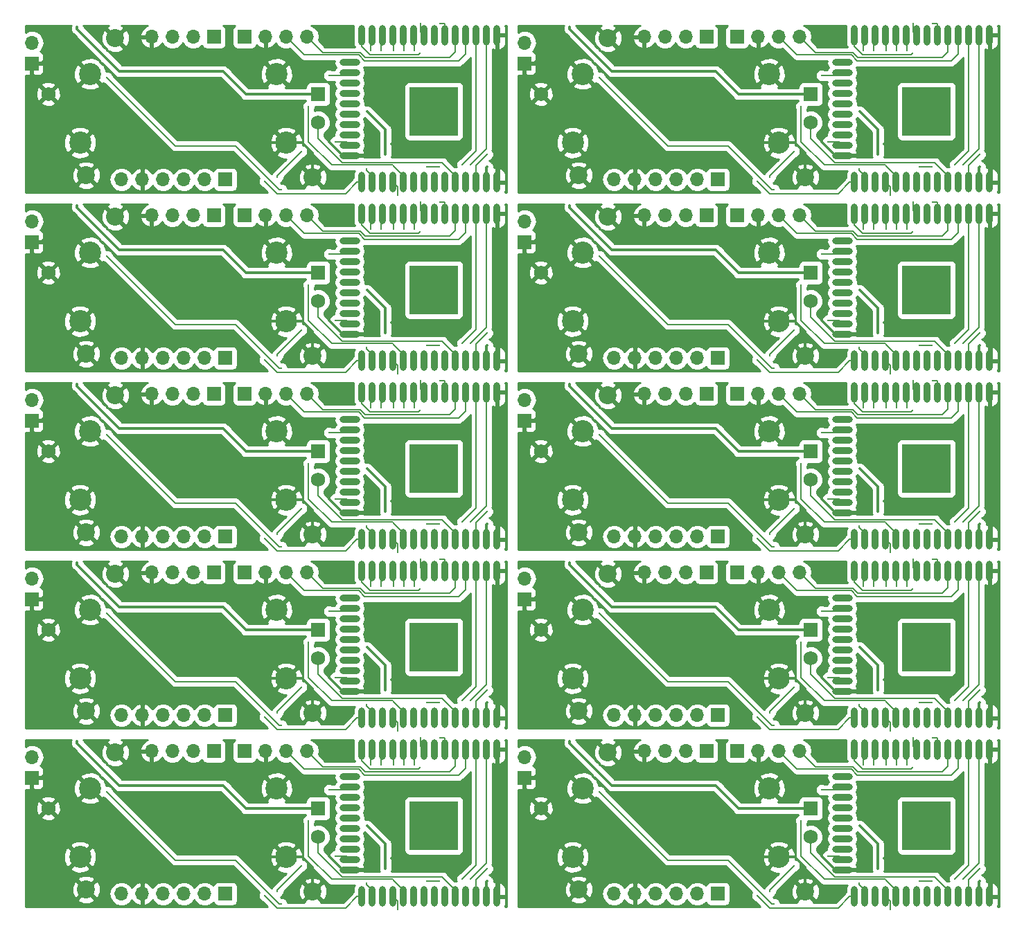
<source format=gbr>
G04 #@! TF.GenerationSoftware,KiCad,Pcbnew,5.0.2-bee76a0~70~ubuntu18.04.1*
G04 #@! TF.CreationDate,2019-05-17T22:11:45+02:00*
G04 #@! TF.ProjectId,m3_2x5_panel,6d335f32-7835-45f7-9061-6e656c2e6b69,rev?*
G04 #@! TF.SameCoordinates,Original*
G04 #@! TF.FileFunction,Copper,L2,Bot*
G04 #@! TF.FilePolarity,Positive*
%FSLAX46Y46*%
G04 Gerber Fmt 4.6, Leading zero omitted, Abs format (unit mm)*
G04 Created by KiCad (PCBNEW 5.0.2-bee76a0~70~ubuntu18.04.1) date Fr 17 Mai 2019 22:11:45 CEST*
%MOMM*%
%LPD*%
G01*
G04 APERTURE LIST*
G04 #@! TA.AperFunction,SMDPad,CuDef*
%ADD10R,6.000000X6.000000*%
G04 #@! TD*
G04 #@! TA.AperFunction,SMDPad,CuDef*
%ADD11O,0.900000X2.500000*%
G04 #@! TD*
G04 #@! TA.AperFunction,SMDPad,CuDef*
%ADD12O,2.500000X0.900000*%
G04 #@! TD*
G04 #@! TA.AperFunction,ComponentPad*
%ADD13C,2.700000*%
G04 #@! TD*
G04 #@! TA.AperFunction,ComponentPad*
%ADD14C,1.750000*%
G04 #@! TD*
G04 #@! TA.AperFunction,ComponentPad*
%ADD15R,1.750000X1.750000*%
G04 #@! TD*
G04 #@! TA.AperFunction,ComponentPad*
%ADD16C,2.200000*%
G04 #@! TD*
G04 #@! TA.AperFunction,ComponentPad*
%ADD17R,1.700000X1.700000*%
G04 #@! TD*
G04 #@! TA.AperFunction,ComponentPad*
%ADD18O,1.700000X1.700000*%
G04 #@! TD*
G04 #@! TA.AperFunction,ViaPad*
%ADD19C,0.301000*%
G04 #@! TD*
G04 #@! TA.AperFunction,Conductor*
%ADD20C,0.300000*%
G04 #@! TD*
G04 #@! TA.AperFunction,Conductor*
%ADD21C,0.152400*%
G04 #@! TD*
G04 #@! TA.AperFunction,Conductor*
%ADD22C,0.254000*%
G04 #@! TD*
G04 APERTURE END LIST*
D10*
G04 #@! TO.P,U2,39*
G04 #@! TO.N,N/C*
X187719800Y-133954800D03*
D11*
G04 #@! TO.P,U2,1*
G04 #@! TO.N,GND*
X195419800Y-142654800D03*
G04 #@! TO.P,U2,2*
G04 #@! TO.N,3.3V*
X194149800Y-142654800D03*
G04 #@! TO.P,U2,3*
G04 #@! TO.N,Net-(C1-Pad2)*
X192879800Y-142654800D03*
G04 #@! TO.P,U2,4*
G04 #@! TO.N,Net-(U2-Pad4)*
X191609800Y-142654800D03*
G04 #@! TO.P,U2,5*
G04 #@! TO.N,Net-(RV1-Pad2)*
X190339800Y-142654800D03*
G04 #@! TO.P,U2,6*
G04 #@! TO.N,Net-(U2-Pad6)*
X189069800Y-142654800D03*
G04 #@! TO.P,U2,7*
G04 #@! TO.N,Net-(U2-Pad7)*
X187799800Y-142654800D03*
G04 #@! TO.P,U2,8*
G04 #@! TO.N,Net-(U2-Pad8)*
X186529800Y-142654800D03*
G04 #@! TO.P,U2,9*
G04 #@! TO.N,Net-(U2-Pad9)*
X185259800Y-142654800D03*
G04 #@! TO.P,U2,10*
G04 #@! TO.N,NEOPX*
X183989800Y-142654800D03*
G04 #@! TO.P,U2,11*
G04 #@! TO.N,PWRGOOD*
X182719800Y-142654800D03*
G04 #@! TO.P,U2,12*
G04 #@! TO.N,Net-(U2-Pad12)*
X181449800Y-142654800D03*
G04 #@! TO.P,U2,13*
G04 #@! TO.N,Net-(R3-Pad1)*
X180179800Y-142654800D03*
G04 #@! TO.P,U2,14*
G04 #@! TO.N,Net-(R1-Pad1)*
X178909800Y-142654800D03*
D12*
G04 #@! TO.P,U2,15*
G04 #@! TO.N,GND*
X177419800Y-139369800D03*
G04 #@! TO.P,U2,16*
G04 #@! TO.N,Net-(R2-Pad1)*
X177419800Y-138099800D03*
G04 #@! TO.P,U2,17*
G04 #@! TO.N,Net-(U2-Pad17)*
X177419800Y-136829800D03*
G04 #@! TO.P,U2,18*
G04 #@! TO.N,Net-(U2-Pad18)*
X177419800Y-135559800D03*
G04 #@! TO.P,U2,19*
G04 #@! TO.N,Net-(U2-Pad19)*
X177419800Y-134289800D03*
G04 #@! TO.P,U2,20*
G04 #@! TO.N,Net-(U2-Pad20)*
X177419800Y-133019800D03*
G04 #@! TO.P,U2,21*
G04 #@! TO.N,Net-(U2-Pad21)*
X177419800Y-131749800D03*
G04 #@! TO.P,U2,22*
G04 #@! TO.N,Net-(U2-Pad22)*
X177419800Y-130479800D03*
G04 #@! TO.P,U2,23*
G04 #@! TO.N,Net-(R4-Pad1)*
X177419800Y-129209800D03*
G04 #@! TO.P,U2,24*
G04 #@! TO.N,Net-(U2-Pad24)*
X177419800Y-127939800D03*
D11*
G04 #@! TO.P,U2,25*
G04 #@! TO.N,Net-(SW2-Pad2)*
X178909800Y-124654800D03*
G04 #@! TO.P,U2,26*
G04 #@! TO.N,ID0*
X180179800Y-124654800D03*
G04 #@! TO.P,U2,27*
G04 #@! TO.N,ID1*
X181449800Y-124654800D03*
G04 #@! TO.P,U2,28*
G04 #@! TO.N,ID2*
X182719800Y-124654800D03*
G04 #@! TO.P,U2,29*
G04 #@! TO.N,ID3*
X183989800Y-124654800D03*
G04 #@! TO.P,U2,30*
G04 #@! TO.N,ID4*
X185259800Y-124654800D03*
G04 #@! TO.P,U2,31*
G04 #@! TO.N,MOTOR*
X186529800Y-124654800D03*
G04 #@! TO.P,U2,32*
G04 #@! TO.N,Net-(U2-Pad32)*
X187799800Y-124654800D03*
G04 #@! TO.P,U2,33*
G04 #@! TO.N,MOTOR_SENSE*
X189069800Y-124654800D03*
G04 #@! TO.P,U2,34*
G04 #@! TO.N,RXD*
X190339800Y-124654800D03*
G04 #@! TO.P,U2,35*
G04 #@! TO.N,TXD*
X191609800Y-124654800D03*
G04 #@! TO.P,U2,36*
G04 #@! TO.N,Net-(SW3-Pad2)*
X192879800Y-124654800D03*
G04 #@! TO.P,U2,37*
G04 #@! TO.N,Net-(SW4-Pad2)*
X194149800Y-124654800D03*
G04 #@! TO.P,U2,38*
G04 #@! TO.N,GND*
X195419800Y-124654800D03*
G04 #@! TD*
D10*
G04 #@! TO.P,U2,39*
G04 #@! TO.N,N/C*
X127521800Y-133954800D03*
D11*
G04 #@! TO.P,U2,1*
G04 #@! TO.N,GND*
X135221800Y-142654800D03*
G04 #@! TO.P,U2,2*
G04 #@! TO.N,3.3V*
X133951800Y-142654800D03*
G04 #@! TO.P,U2,3*
G04 #@! TO.N,Net-(C1-Pad2)*
X132681800Y-142654800D03*
G04 #@! TO.P,U2,4*
G04 #@! TO.N,Net-(U2-Pad4)*
X131411800Y-142654800D03*
G04 #@! TO.P,U2,5*
G04 #@! TO.N,Net-(RV1-Pad2)*
X130141800Y-142654800D03*
G04 #@! TO.P,U2,6*
G04 #@! TO.N,Net-(U2-Pad6)*
X128871800Y-142654800D03*
G04 #@! TO.P,U2,7*
G04 #@! TO.N,Net-(U2-Pad7)*
X127601800Y-142654800D03*
G04 #@! TO.P,U2,8*
G04 #@! TO.N,Net-(U2-Pad8)*
X126331800Y-142654800D03*
G04 #@! TO.P,U2,9*
G04 #@! TO.N,Net-(U2-Pad9)*
X125061800Y-142654800D03*
G04 #@! TO.P,U2,10*
G04 #@! TO.N,NEOPX*
X123791800Y-142654800D03*
G04 #@! TO.P,U2,11*
G04 #@! TO.N,PWRGOOD*
X122521800Y-142654800D03*
G04 #@! TO.P,U2,12*
G04 #@! TO.N,Net-(U2-Pad12)*
X121251800Y-142654800D03*
G04 #@! TO.P,U2,13*
G04 #@! TO.N,Net-(R3-Pad1)*
X119981800Y-142654800D03*
G04 #@! TO.P,U2,14*
G04 #@! TO.N,Net-(R1-Pad1)*
X118711800Y-142654800D03*
D12*
G04 #@! TO.P,U2,15*
G04 #@! TO.N,GND*
X117221800Y-139369800D03*
G04 #@! TO.P,U2,16*
G04 #@! TO.N,Net-(R2-Pad1)*
X117221800Y-138099800D03*
G04 #@! TO.P,U2,17*
G04 #@! TO.N,Net-(U2-Pad17)*
X117221800Y-136829800D03*
G04 #@! TO.P,U2,18*
G04 #@! TO.N,Net-(U2-Pad18)*
X117221800Y-135559800D03*
G04 #@! TO.P,U2,19*
G04 #@! TO.N,Net-(U2-Pad19)*
X117221800Y-134289800D03*
G04 #@! TO.P,U2,20*
G04 #@! TO.N,Net-(U2-Pad20)*
X117221800Y-133019800D03*
G04 #@! TO.P,U2,21*
G04 #@! TO.N,Net-(U2-Pad21)*
X117221800Y-131749800D03*
G04 #@! TO.P,U2,22*
G04 #@! TO.N,Net-(U2-Pad22)*
X117221800Y-130479800D03*
G04 #@! TO.P,U2,23*
G04 #@! TO.N,Net-(R4-Pad1)*
X117221800Y-129209800D03*
G04 #@! TO.P,U2,24*
G04 #@! TO.N,Net-(U2-Pad24)*
X117221800Y-127939800D03*
D11*
G04 #@! TO.P,U2,25*
G04 #@! TO.N,Net-(SW2-Pad2)*
X118711800Y-124654800D03*
G04 #@! TO.P,U2,26*
G04 #@! TO.N,ID0*
X119981800Y-124654800D03*
G04 #@! TO.P,U2,27*
G04 #@! TO.N,ID1*
X121251800Y-124654800D03*
G04 #@! TO.P,U2,28*
G04 #@! TO.N,ID2*
X122521800Y-124654800D03*
G04 #@! TO.P,U2,29*
G04 #@! TO.N,ID3*
X123791800Y-124654800D03*
G04 #@! TO.P,U2,30*
G04 #@! TO.N,ID4*
X125061800Y-124654800D03*
G04 #@! TO.P,U2,31*
G04 #@! TO.N,MOTOR*
X126331800Y-124654800D03*
G04 #@! TO.P,U2,32*
G04 #@! TO.N,Net-(U2-Pad32)*
X127601800Y-124654800D03*
G04 #@! TO.P,U2,33*
G04 #@! TO.N,MOTOR_SENSE*
X128871800Y-124654800D03*
G04 #@! TO.P,U2,34*
G04 #@! TO.N,RXD*
X130141800Y-124654800D03*
G04 #@! TO.P,U2,35*
G04 #@! TO.N,TXD*
X131411800Y-124654800D03*
G04 #@! TO.P,U2,36*
G04 #@! TO.N,Net-(SW3-Pad2)*
X132681800Y-124654800D03*
G04 #@! TO.P,U2,37*
G04 #@! TO.N,Net-(SW4-Pad2)*
X133951800Y-124654800D03*
G04 #@! TO.P,U2,38*
G04 #@! TO.N,GND*
X135221800Y-124654800D03*
G04 #@! TD*
D10*
G04 #@! TO.P,U2,39*
G04 #@! TO.N,N/C*
X187719800Y-112110800D03*
D11*
G04 #@! TO.P,U2,1*
G04 #@! TO.N,GND*
X195419800Y-120810800D03*
G04 #@! TO.P,U2,2*
G04 #@! TO.N,3.3V*
X194149800Y-120810800D03*
G04 #@! TO.P,U2,3*
G04 #@! TO.N,Net-(C1-Pad2)*
X192879800Y-120810800D03*
G04 #@! TO.P,U2,4*
G04 #@! TO.N,Net-(U2-Pad4)*
X191609800Y-120810800D03*
G04 #@! TO.P,U2,5*
G04 #@! TO.N,Net-(RV1-Pad2)*
X190339800Y-120810800D03*
G04 #@! TO.P,U2,6*
G04 #@! TO.N,Net-(U2-Pad6)*
X189069800Y-120810800D03*
G04 #@! TO.P,U2,7*
G04 #@! TO.N,Net-(U2-Pad7)*
X187799800Y-120810800D03*
G04 #@! TO.P,U2,8*
G04 #@! TO.N,Net-(U2-Pad8)*
X186529800Y-120810800D03*
G04 #@! TO.P,U2,9*
G04 #@! TO.N,Net-(U2-Pad9)*
X185259800Y-120810800D03*
G04 #@! TO.P,U2,10*
G04 #@! TO.N,NEOPX*
X183989800Y-120810800D03*
G04 #@! TO.P,U2,11*
G04 #@! TO.N,PWRGOOD*
X182719800Y-120810800D03*
G04 #@! TO.P,U2,12*
G04 #@! TO.N,Net-(U2-Pad12)*
X181449800Y-120810800D03*
G04 #@! TO.P,U2,13*
G04 #@! TO.N,Net-(R3-Pad1)*
X180179800Y-120810800D03*
G04 #@! TO.P,U2,14*
G04 #@! TO.N,Net-(R1-Pad1)*
X178909800Y-120810800D03*
D12*
G04 #@! TO.P,U2,15*
G04 #@! TO.N,GND*
X177419800Y-117525800D03*
G04 #@! TO.P,U2,16*
G04 #@! TO.N,Net-(R2-Pad1)*
X177419800Y-116255800D03*
G04 #@! TO.P,U2,17*
G04 #@! TO.N,Net-(U2-Pad17)*
X177419800Y-114985800D03*
G04 #@! TO.P,U2,18*
G04 #@! TO.N,Net-(U2-Pad18)*
X177419800Y-113715800D03*
G04 #@! TO.P,U2,19*
G04 #@! TO.N,Net-(U2-Pad19)*
X177419800Y-112445800D03*
G04 #@! TO.P,U2,20*
G04 #@! TO.N,Net-(U2-Pad20)*
X177419800Y-111175800D03*
G04 #@! TO.P,U2,21*
G04 #@! TO.N,Net-(U2-Pad21)*
X177419800Y-109905800D03*
G04 #@! TO.P,U2,22*
G04 #@! TO.N,Net-(U2-Pad22)*
X177419800Y-108635800D03*
G04 #@! TO.P,U2,23*
G04 #@! TO.N,Net-(R4-Pad1)*
X177419800Y-107365800D03*
G04 #@! TO.P,U2,24*
G04 #@! TO.N,Net-(U2-Pad24)*
X177419800Y-106095800D03*
D11*
G04 #@! TO.P,U2,25*
G04 #@! TO.N,Net-(SW2-Pad2)*
X178909800Y-102810800D03*
G04 #@! TO.P,U2,26*
G04 #@! TO.N,ID0*
X180179800Y-102810800D03*
G04 #@! TO.P,U2,27*
G04 #@! TO.N,ID1*
X181449800Y-102810800D03*
G04 #@! TO.P,U2,28*
G04 #@! TO.N,ID2*
X182719800Y-102810800D03*
G04 #@! TO.P,U2,29*
G04 #@! TO.N,ID3*
X183989800Y-102810800D03*
G04 #@! TO.P,U2,30*
G04 #@! TO.N,ID4*
X185259800Y-102810800D03*
G04 #@! TO.P,U2,31*
G04 #@! TO.N,MOTOR*
X186529800Y-102810800D03*
G04 #@! TO.P,U2,32*
G04 #@! TO.N,Net-(U2-Pad32)*
X187799800Y-102810800D03*
G04 #@! TO.P,U2,33*
G04 #@! TO.N,MOTOR_SENSE*
X189069800Y-102810800D03*
G04 #@! TO.P,U2,34*
G04 #@! TO.N,RXD*
X190339800Y-102810800D03*
G04 #@! TO.P,U2,35*
G04 #@! TO.N,TXD*
X191609800Y-102810800D03*
G04 #@! TO.P,U2,36*
G04 #@! TO.N,Net-(SW3-Pad2)*
X192879800Y-102810800D03*
G04 #@! TO.P,U2,37*
G04 #@! TO.N,Net-(SW4-Pad2)*
X194149800Y-102810800D03*
G04 #@! TO.P,U2,38*
G04 #@! TO.N,GND*
X195419800Y-102810800D03*
G04 #@! TD*
D10*
G04 #@! TO.P,U2,39*
G04 #@! TO.N,N/C*
X127521800Y-112110800D03*
D11*
G04 #@! TO.P,U2,1*
G04 #@! TO.N,GND*
X135221800Y-120810800D03*
G04 #@! TO.P,U2,2*
G04 #@! TO.N,3.3V*
X133951800Y-120810800D03*
G04 #@! TO.P,U2,3*
G04 #@! TO.N,Net-(C1-Pad2)*
X132681800Y-120810800D03*
G04 #@! TO.P,U2,4*
G04 #@! TO.N,Net-(U2-Pad4)*
X131411800Y-120810800D03*
G04 #@! TO.P,U2,5*
G04 #@! TO.N,Net-(RV1-Pad2)*
X130141800Y-120810800D03*
G04 #@! TO.P,U2,6*
G04 #@! TO.N,Net-(U2-Pad6)*
X128871800Y-120810800D03*
G04 #@! TO.P,U2,7*
G04 #@! TO.N,Net-(U2-Pad7)*
X127601800Y-120810800D03*
G04 #@! TO.P,U2,8*
G04 #@! TO.N,Net-(U2-Pad8)*
X126331800Y-120810800D03*
G04 #@! TO.P,U2,9*
G04 #@! TO.N,Net-(U2-Pad9)*
X125061800Y-120810800D03*
G04 #@! TO.P,U2,10*
G04 #@! TO.N,NEOPX*
X123791800Y-120810800D03*
G04 #@! TO.P,U2,11*
G04 #@! TO.N,PWRGOOD*
X122521800Y-120810800D03*
G04 #@! TO.P,U2,12*
G04 #@! TO.N,Net-(U2-Pad12)*
X121251800Y-120810800D03*
G04 #@! TO.P,U2,13*
G04 #@! TO.N,Net-(R3-Pad1)*
X119981800Y-120810800D03*
G04 #@! TO.P,U2,14*
G04 #@! TO.N,Net-(R1-Pad1)*
X118711800Y-120810800D03*
D12*
G04 #@! TO.P,U2,15*
G04 #@! TO.N,GND*
X117221800Y-117525800D03*
G04 #@! TO.P,U2,16*
G04 #@! TO.N,Net-(R2-Pad1)*
X117221800Y-116255800D03*
G04 #@! TO.P,U2,17*
G04 #@! TO.N,Net-(U2-Pad17)*
X117221800Y-114985800D03*
G04 #@! TO.P,U2,18*
G04 #@! TO.N,Net-(U2-Pad18)*
X117221800Y-113715800D03*
G04 #@! TO.P,U2,19*
G04 #@! TO.N,Net-(U2-Pad19)*
X117221800Y-112445800D03*
G04 #@! TO.P,U2,20*
G04 #@! TO.N,Net-(U2-Pad20)*
X117221800Y-111175800D03*
G04 #@! TO.P,U2,21*
G04 #@! TO.N,Net-(U2-Pad21)*
X117221800Y-109905800D03*
G04 #@! TO.P,U2,22*
G04 #@! TO.N,Net-(U2-Pad22)*
X117221800Y-108635800D03*
G04 #@! TO.P,U2,23*
G04 #@! TO.N,Net-(R4-Pad1)*
X117221800Y-107365800D03*
G04 #@! TO.P,U2,24*
G04 #@! TO.N,Net-(U2-Pad24)*
X117221800Y-106095800D03*
D11*
G04 #@! TO.P,U2,25*
G04 #@! TO.N,Net-(SW2-Pad2)*
X118711800Y-102810800D03*
G04 #@! TO.P,U2,26*
G04 #@! TO.N,ID0*
X119981800Y-102810800D03*
G04 #@! TO.P,U2,27*
G04 #@! TO.N,ID1*
X121251800Y-102810800D03*
G04 #@! TO.P,U2,28*
G04 #@! TO.N,ID2*
X122521800Y-102810800D03*
G04 #@! TO.P,U2,29*
G04 #@! TO.N,ID3*
X123791800Y-102810800D03*
G04 #@! TO.P,U2,30*
G04 #@! TO.N,ID4*
X125061800Y-102810800D03*
G04 #@! TO.P,U2,31*
G04 #@! TO.N,MOTOR*
X126331800Y-102810800D03*
G04 #@! TO.P,U2,32*
G04 #@! TO.N,Net-(U2-Pad32)*
X127601800Y-102810800D03*
G04 #@! TO.P,U2,33*
G04 #@! TO.N,MOTOR_SENSE*
X128871800Y-102810800D03*
G04 #@! TO.P,U2,34*
G04 #@! TO.N,RXD*
X130141800Y-102810800D03*
G04 #@! TO.P,U2,35*
G04 #@! TO.N,TXD*
X131411800Y-102810800D03*
G04 #@! TO.P,U2,36*
G04 #@! TO.N,Net-(SW3-Pad2)*
X132681800Y-102810800D03*
G04 #@! TO.P,U2,37*
G04 #@! TO.N,Net-(SW4-Pad2)*
X133951800Y-102810800D03*
G04 #@! TO.P,U2,38*
G04 #@! TO.N,GND*
X135221800Y-102810800D03*
G04 #@! TD*
D10*
G04 #@! TO.P,U2,39*
G04 #@! TO.N,N/C*
X187719800Y-90266800D03*
D11*
G04 #@! TO.P,U2,1*
G04 #@! TO.N,GND*
X195419800Y-98966800D03*
G04 #@! TO.P,U2,2*
G04 #@! TO.N,3.3V*
X194149800Y-98966800D03*
G04 #@! TO.P,U2,3*
G04 #@! TO.N,Net-(C1-Pad2)*
X192879800Y-98966800D03*
G04 #@! TO.P,U2,4*
G04 #@! TO.N,Net-(U2-Pad4)*
X191609800Y-98966800D03*
G04 #@! TO.P,U2,5*
G04 #@! TO.N,Net-(RV1-Pad2)*
X190339800Y-98966800D03*
G04 #@! TO.P,U2,6*
G04 #@! TO.N,Net-(U2-Pad6)*
X189069800Y-98966800D03*
G04 #@! TO.P,U2,7*
G04 #@! TO.N,Net-(U2-Pad7)*
X187799800Y-98966800D03*
G04 #@! TO.P,U2,8*
G04 #@! TO.N,Net-(U2-Pad8)*
X186529800Y-98966800D03*
G04 #@! TO.P,U2,9*
G04 #@! TO.N,Net-(U2-Pad9)*
X185259800Y-98966800D03*
G04 #@! TO.P,U2,10*
G04 #@! TO.N,NEOPX*
X183989800Y-98966800D03*
G04 #@! TO.P,U2,11*
G04 #@! TO.N,PWRGOOD*
X182719800Y-98966800D03*
G04 #@! TO.P,U2,12*
G04 #@! TO.N,Net-(U2-Pad12)*
X181449800Y-98966800D03*
G04 #@! TO.P,U2,13*
G04 #@! TO.N,Net-(R3-Pad1)*
X180179800Y-98966800D03*
G04 #@! TO.P,U2,14*
G04 #@! TO.N,Net-(R1-Pad1)*
X178909800Y-98966800D03*
D12*
G04 #@! TO.P,U2,15*
G04 #@! TO.N,GND*
X177419800Y-95681800D03*
G04 #@! TO.P,U2,16*
G04 #@! TO.N,Net-(R2-Pad1)*
X177419800Y-94411800D03*
G04 #@! TO.P,U2,17*
G04 #@! TO.N,Net-(U2-Pad17)*
X177419800Y-93141800D03*
G04 #@! TO.P,U2,18*
G04 #@! TO.N,Net-(U2-Pad18)*
X177419800Y-91871800D03*
G04 #@! TO.P,U2,19*
G04 #@! TO.N,Net-(U2-Pad19)*
X177419800Y-90601800D03*
G04 #@! TO.P,U2,20*
G04 #@! TO.N,Net-(U2-Pad20)*
X177419800Y-89331800D03*
G04 #@! TO.P,U2,21*
G04 #@! TO.N,Net-(U2-Pad21)*
X177419800Y-88061800D03*
G04 #@! TO.P,U2,22*
G04 #@! TO.N,Net-(U2-Pad22)*
X177419800Y-86791800D03*
G04 #@! TO.P,U2,23*
G04 #@! TO.N,Net-(R4-Pad1)*
X177419800Y-85521800D03*
G04 #@! TO.P,U2,24*
G04 #@! TO.N,Net-(U2-Pad24)*
X177419800Y-84251800D03*
D11*
G04 #@! TO.P,U2,25*
G04 #@! TO.N,Net-(SW2-Pad2)*
X178909800Y-80966800D03*
G04 #@! TO.P,U2,26*
G04 #@! TO.N,ID0*
X180179800Y-80966800D03*
G04 #@! TO.P,U2,27*
G04 #@! TO.N,ID1*
X181449800Y-80966800D03*
G04 #@! TO.P,U2,28*
G04 #@! TO.N,ID2*
X182719800Y-80966800D03*
G04 #@! TO.P,U2,29*
G04 #@! TO.N,ID3*
X183989800Y-80966800D03*
G04 #@! TO.P,U2,30*
G04 #@! TO.N,ID4*
X185259800Y-80966800D03*
G04 #@! TO.P,U2,31*
G04 #@! TO.N,MOTOR*
X186529800Y-80966800D03*
G04 #@! TO.P,U2,32*
G04 #@! TO.N,Net-(U2-Pad32)*
X187799800Y-80966800D03*
G04 #@! TO.P,U2,33*
G04 #@! TO.N,MOTOR_SENSE*
X189069800Y-80966800D03*
G04 #@! TO.P,U2,34*
G04 #@! TO.N,RXD*
X190339800Y-80966800D03*
G04 #@! TO.P,U2,35*
G04 #@! TO.N,TXD*
X191609800Y-80966800D03*
G04 #@! TO.P,U2,36*
G04 #@! TO.N,Net-(SW3-Pad2)*
X192879800Y-80966800D03*
G04 #@! TO.P,U2,37*
G04 #@! TO.N,Net-(SW4-Pad2)*
X194149800Y-80966800D03*
G04 #@! TO.P,U2,38*
G04 #@! TO.N,GND*
X195419800Y-80966800D03*
G04 #@! TD*
D10*
G04 #@! TO.P,U2,39*
G04 #@! TO.N,N/C*
X127521800Y-90266800D03*
D11*
G04 #@! TO.P,U2,1*
G04 #@! TO.N,GND*
X135221800Y-98966800D03*
G04 #@! TO.P,U2,2*
G04 #@! TO.N,3.3V*
X133951800Y-98966800D03*
G04 #@! TO.P,U2,3*
G04 #@! TO.N,Net-(C1-Pad2)*
X132681800Y-98966800D03*
G04 #@! TO.P,U2,4*
G04 #@! TO.N,Net-(U2-Pad4)*
X131411800Y-98966800D03*
G04 #@! TO.P,U2,5*
G04 #@! TO.N,Net-(RV1-Pad2)*
X130141800Y-98966800D03*
G04 #@! TO.P,U2,6*
G04 #@! TO.N,Net-(U2-Pad6)*
X128871800Y-98966800D03*
G04 #@! TO.P,U2,7*
G04 #@! TO.N,Net-(U2-Pad7)*
X127601800Y-98966800D03*
G04 #@! TO.P,U2,8*
G04 #@! TO.N,Net-(U2-Pad8)*
X126331800Y-98966800D03*
G04 #@! TO.P,U2,9*
G04 #@! TO.N,Net-(U2-Pad9)*
X125061800Y-98966800D03*
G04 #@! TO.P,U2,10*
G04 #@! TO.N,NEOPX*
X123791800Y-98966800D03*
G04 #@! TO.P,U2,11*
G04 #@! TO.N,PWRGOOD*
X122521800Y-98966800D03*
G04 #@! TO.P,U2,12*
G04 #@! TO.N,Net-(U2-Pad12)*
X121251800Y-98966800D03*
G04 #@! TO.P,U2,13*
G04 #@! TO.N,Net-(R3-Pad1)*
X119981800Y-98966800D03*
G04 #@! TO.P,U2,14*
G04 #@! TO.N,Net-(R1-Pad1)*
X118711800Y-98966800D03*
D12*
G04 #@! TO.P,U2,15*
G04 #@! TO.N,GND*
X117221800Y-95681800D03*
G04 #@! TO.P,U2,16*
G04 #@! TO.N,Net-(R2-Pad1)*
X117221800Y-94411800D03*
G04 #@! TO.P,U2,17*
G04 #@! TO.N,Net-(U2-Pad17)*
X117221800Y-93141800D03*
G04 #@! TO.P,U2,18*
G04 #@! TO.N,Net-(U2-Pad18)*
X117221800Y-91871800D03*
G04 #@! TO.P,U2,19*
G04 #@! TO.N,Net-(U2-Pad19)*
X117221800Y-90601800D03*
G04 #@! TO.P,U2,20*
G04 #@! TO.N,Net-(U2-Pad20)*
X117221800Y-89331800D03*
G04 #@! TO.P,U2,21*
G04 #@! TO.N,Net-(U2-Pad21)*
X117221800Y-88061800D03*
G04 #@! TO.P,U2,22*
G04 #@! TO.N,Net-(U2-Pad22)*
X117221800Y-86791800D03*
G04 #@! TO.P,U2,23*
G04 #@! TO.N,Net-(R4-Pad1)*
X117221800Y-85521800D03*
G04 #@! TO.P,U2,24*
G04 #@! TO.N,Net-(U2-Pad24)*
X117221800Y-84251800D03*
D11*
G04 #@! TO.P,U2,25*
G04 #@! TO.N,Net-(SW2-Pad2)*
X118711800Y-80966800D03*
G04 #@! TO.P,U2,26*
G04 #@! TO.N,ID0*
X119981800Y-80966800D03*
G04 #@! TO.P,U2,27*
G04 #@! TO.N,ID1*
X121251800Y-80966800D03*
G04 #@! TO.P,U2,28*
G04 #@! TO.N,ID2*
X122521800Y-80966800D03*
G04 #@! TO.P,U2,29*
G04 #@! TO.N,ID3*
X123791800Y-80966800D03*
G04 #@! TO.P,U2,30*
G04 #@! TO.N,ID4*
X125061800Y-80966800D03*
G04 #@! TO.P,U2,31*
G04 #@! TO.N,MOTOR*
X126331800Y-80966800D03*
G04 #@! TO.P,U2,32*
G04 #@! TO.N,Net-(U2-Pad32)*
X127601800Y-80966800D03*
G04 #@! TO.P,U2,33*
G04 #@! TO.N,MOTOR_SENSE*
X128871800Y-80966800D03*
G04 #@! TO.P,U2,34*
G04 #@! TO.N,RXD*
X130141800Y-80966800D03*
G04 #@! TO.P,U2,35*
G04 #@! TO.N,TXD*
X131411800Y-80966800D03*
G04 #@! TO.P,U2,36*
G04 #@! TO.N,Net-(SW3-Pad2)*
X132681800Y-80966800D03*
G04 #@! TO.P,U2,37*
G04 #@! TO.N,Net-(SW4-Pad2)*
X133951800Y-80966800D03*
G04 #@! TO.P,U2,38*
G04 #@! TO.N,GND*
X135221800Y-80966800D03*
G04 #@! TD*
D10*
G04 #@! TO.P,U2,39*
G04 #@! TO.N,N/C*
X187719800Y-68422800D03*
D11*
G04 #@! TO.P,U2,1*
G04 #@! TO.N,GND*
X195419800Y-77122800D03*
G04 #@! TO.P,U2,2*
G04 #@! TO.N,3.3V*
X194149800Y-77122800D03*
G04 #@! TO.P,U2,3*
G04 #@! TO.N,Net-(C1-Pad2)*
X192879800Y-77122800D03*
G04 #@! TO.P,U2,4*
G04 #@! TO.N,Net-(U2-Pad4)*
X191609800Y-77122800D03*
G04 #@! TO.P,U2,5*
G04 #@! TO.N,Net-(RV1-Pad2)*
X190339800Y-77122800D03*
G04 #@! TO.P,U2,6*
G04 #@! TO.N,Net-(U2-Pad6)*
X189069800Y-77122800D03*
G04 #@! TO.P,U2,7*
G04 #@! TO.N,Net-(U2-Pad7)*
X187799800Y-77122800D03*
G04 #@! TO.P,U2,8*
G04 #@! TO.N,Net-(U2-Pad8)*
X186529800Y-77122800D03*
G04 #@! TO.P,U2,9*
G04 #@! TO.N,Net-(U2-Pad9)*
X185259800Y-77122800D03*
G04 #@! TO.P,U2,10*
G04 #@! TO.N,NEOPX*
X183989800Y-77122800D03*
G04 #@! TO.P,U2,11*
G04 #@! TO.N,PWRGOOD*
X182719800Y-77122800D03*
G04 #@! TO.P,U2,12*
G04 #@! TO.N,Net-(U2-Pad12)*
X181449800Y-77122800D03*
G04 #@! TO.P,U2,13*
G04 #@! TO.N,Net-(R3-Pad1)*
X180179800Y-77122800D03*
G04 #@! TO.P,U2,14*
G04 #@! TO.N,Net-(R1-Pad1)*
X178909800Y-77122800D03*
D12*
G04 #@! TO.P,U2,15*
G04 #@! TO.N,GND*
X177419800Y-73837800D03*
G04 #@! TO.P,U2,16*
G04 #@! TO.N,Net-(R2-Pad1)*
X177419800Y-72567800D03*
G04 #@! TO.P,U2,17*
G04 #@! TO.N,Net-(U2-Pad17)*
X177419800Y-71297800D03*
G04 #@! TO.P,U2,18*
G04 #@! TO.N,Net-(U2-Pad18)*
X177419800Y-70027800D03*
G04 #@! TO.P,U2,19*
G04 #@! TO.N,Net-(U2-Pad19)*
X177419800Y-68757800D03*
G04 #@! TO.P,U2,20*
G04 #@! TO.N,Net-(U2-Pad20)*
X177419800Y-67487800D03*
G04 #@! TO.P,U2,21*
G04 #@! TO.N,Net-(U2-Pad21)*
X177419800Y-66217800D03*
G04 #@! TO.P,U2,22*
G04 #@! TO.N,Net-(U2-Pad22)*
X177419800Y-64947800D03*
G04 #@! TO.P,U2,23*
G04 #@! TO.N,Net-(R4-Pad1)*
X177419800Y-63677800D03*
G04 #@! TO.P,U2,24*
G04 #@! TO.N,Net-(U2-Pad24)*
X177419800Y-62407800D03*
D11*
G04 #@! TO.P,U2,25*
G04 #@! TO.N,Net-(SW2-Pad2)*
X178909800Y-59122800D03*
G04 #@! TO.P,U2,26*
G04 #@! TO.N,ID0*
X180179800Y-59122800D03*
G04 #@! TO.P,U2,27*
G04 #@! TO.N,ID1*
X181449800Y-59122800D03*
G04 #@! TO.P,U2,28*
G04 #@! TO.N,ID2*
X182719800Y-59122800D03*
G04 #@! TO.P,U2,29*
G04 #@! TO.N,ID3*
X183989800Y-59122800D03*
G04 #@! TO.P,U2,30*
G04 #@! TO.N,ID4*
X185259800Y-59122800D03*
G04 #@! TO.P,U2,31*
G04 #@! TO.N,MOTOR*
X186529800Y-59122800D03*
G04 #@! TO.P,U2,32*
G04 #@! TO.N,Net-(U2-Pad32)*
X187799800Y-59122800D03*
G04 #@! TO.P,U2,33*
G04 #@! TO.N,MOTOR_SENSE*
X189069800Y-59122800D03*
G04 #@! TO.P,U2,34*
G04 #@! TO.N,RXD*
X190339800Y-59122800D03*
G04 #@! TO.P,U2,35*
G04 #@! TO.N,TXD*
X191609800Y-59122800D03*
G04 #@! TO.P,U2,36*
G04 #@! TO.N,Net-(SW3-Pad2)*
X192879800Y-59122800D03*
G04 #@! TO.P,U2,37*
G04 #@! TO.N,Net-(SW4-Pad2)*
X194149800Y-59122800D03*
G04 #@! TO.P,U2,38*
G04 #@! TO.N,GND*
X195419800Y-59122800D03*
G04 #@! TD*
D10*
G04 #@! TO.P,U2,39*
G04 #@! TO.N,N/C*
X127521800Y-68422800D03*
D11*
G04 #@! TO.P,U2,1*
G04 #@! TO.N,GND*
X135221800Y-77122800D03*
G04 #@! TO.P,U2,2*
G04 #@! TO.N,3.3V*
X133951800Y-77122800D03*
G04 #@! TO.P,U2,3*
G04 #@! TO.N,Net-(C1-Pad2)*
X132681800Y-77122800D03*
G04 #@! TO.P,U2,4*
G04 #@! TO.N,Net-(U2-Pad4)*
X131411800Y-77122800D03*
G04 #@! TO.P,U2,5*
G04 #@! TO.N,Net-(RV1-Pad2)*
X130141800Y-77122800D03*
G04 #@! TO.P,U2,6*
G04 #@! TO.N,Net-(U2-Pad6)*
X128871800Y-77122800D03*
G04 #@! TO.P,U2,7*
G04 #@! TO.N,Net-(U2-Pad7)*
X127601800Y-77122800D03*
G04 #@! TO.P,U2,8*
G04 #@! TO.N,Net-(U2-Pad8)*
X126331800Y-77122800D03*
G04 #@! TO.P,U2,9*
G04 #@! TO.N,Net-(U2-Pad9)*
X125061800Y-77122800D03*
G04 #@! TO.P,U2,10*
G04 #@! TO.N,NEOPX*
X123791800Y-77122800D03*
G04 #@! TO.P,U2,11*
G04 #@! TO.N,PWRGOOD*
X122521800Y-77122800D03*
G04 #@! TO.P,U2,12*
G04 #@! TO.N,Net-(U2-Pad12)*
X121251800Y-77122800D03*
G04 #@! TO.P,U2,13*
G04 #@! TO.N,Net-(R3-Pad1)*
X119981800Y-77122800D03*
G04 #@! TO.P,U2,14*
G04 #@! TO.N,Net-(R1-Pad1)*
X118711800Y-77122800D03*
D12*
G04 #@! TO.P,U2,15*
G04 #@! TO.N,GND*
X117221800Y-73837800D03*
G04 #@! TO.P,U2,16*
G04 #@! TO.N,Net-(R2-Pad1)*
X117221800Y-72567800D03*
G04 #@! TO.P,U2,17*
G04 #@! TO.N,Net-(U2-Pad17)*
X117221800Y-71297800D03*
G04 #@! TO.P,U2,18*
G04 #@! TO.N,Net-(U2-Pad18)*
X117221800Y-70027800D03*
G04 #@! TO.P,U2,19*
G04 #@! TO.N,Net-(U2-Pad19)*
X117221800Y-68757800D03*
G04 #@! TO.P,U2,20*
G04 #@! TO.N,Net-(U2-Pad20)*
X117221800Y-67487800D03*
G04 #@! TO.P,U2,21*
G04 #@! TO.N,Net-(U2-Pad21)*
X117221800Y-66217800D03*
G04 #@! TO.P,U2,22*
G04 #@! TO.N,Net-(U2-Pad22)*
X117221800Y-64947800D03*
G04 #@! TO.P,U2,23*
G04 #@! TO.N,Net-(R4-Pad1)*
X117221800Y-63677800D03*
G04 #@! TO.P,U2,24*
G04 #@! TO.N,Net-(U2-Pad24)*
X117221800Y-62407800D03*
D11*
G04 #@! TO.P,U2,25*
G04 #@! TO.N,Net-(SW2-Pad2)*
X118711800Y-59122800D03*
G04 #@! TO.P,U2,26*
G04 #@! TO.N,ID0*
X119981800Y-59122800D03*
G04 #@! TO.P,U2,27*
G04 #@! TO.N,ID1*
X121251800Y-59122800D03*
G04 #@! TO.P,U2,28*
G04 #@! TO.N,ID2*
X122521800Y-59122800D03*
G04 #@! TO.P,U2,29*
G04 #@! TO.N,ID3*
X123791800Y-59122800D03*
G04 #@! TO.P,U2,30*
G04 #@! TO.N,ID4*
X125061800Y-59122800D03*
G04 #@! TO.P,U2,31*
G04 #@! TO.N,MOTOR*
X126331800Y-59122800D03*
G04 #@! TO.P,U2,32*
G04 #@! TO.N,Net-(U2-Pad32)*
X127601800Y-59122800D03*
G04 #@! TO.P,U2,33*
G04 #@! TO.N,MOTOR_SENSE*
X128871800Y-59122800D03*
G04 #@! TO.P,U2,34*
G04 #@! TO.N,RXD*
X130141800Y-59122800D03*
G04 #@! TO.P,U2,35*
G04 #@! TO.N,TXD*
X131411800Y-59122800D03*
G04 #@! TO.P,U2,36*
G04 #@! TO.N,Net-(SW3-Pad2)*
X132681800Y-59122800D03*
G04 #@! TO.P,U2,37*
G04 #@! TO.N,Net-(SW4-Pad2)*
X133951800Y-59122800D03*
G04 #@! TO.P,U2,38*
G04 #@! TO.N,GND*
X135221800Y-59122800D03*
G04 #@! TD*
D10*
G04 #@! TO.P,U2,39*
G04 #@! TO.N,N/C*
X187719800Y-46578800D03*
D11*
G04 #@! TO.P,U2,1*
G04 #@! TO.N,GND*
X195419800Y-55278800D03*
G04 #@! TO.P,U2,2*
G04 #@! TO.N,3.3V*
X194149800Y-55278800D03*
G04 #@! TO.P,U2,3*
G04 #@! TO.N,Net-(C1-Pad2)*
X192879800Y-55278800D03*
G04 #@! TO.P,U2,4*
G04 #@! TO.N,Net-(U2-Pad4)*
X191609800Y-55278800D03*
G04 #@! TO.P,U2,5*
G04 #@! TO.N,Net-(RV1-Pad2)*
X190339800Y-55278800D03*
G04 #@! TO.P,U2,6*
G04 #@! TO.N,Net-(U2-Pad6)*
X189069800Y-55278800D03*
G04 #@! TO.P,U2,7*
G04 #@! TO.N,Net-(U2-Pad7)*
X187799800Y-55278800D03*
G04 #@! TO.P,U2,8*
G04 #@! TO.N,Net-(U2-Pad8)*
X186529800Y-55278800D03*
G04 #@! TO.P,U2,9*
G04 #@! TO.N,Net-(U2-Pad9)*
X185259800Y-55278800D03*
G04 #@! TO.P,U2,10*
G04 #@! TO.N,NEOPX*
X183989800Y-55278800D03*
G04 #@! TO.P,U2,11*
G04 #@! TO.N,PWRGOOD*
X182719800Y-55278800D03*
G04 #@! TO.P,U2,12*
G04 #@! TO.N,Net-(U2-Pad12)*
X181449800Y-55278800D03*
G04 #@! TO.P,U2,13*
G04 #@! TO.N,Net-(R3-Pad1)*
X180179800Y-55278800D03*
G04 #@! TO.P,U2,14*
G04 #@! TO.N,Net-(R1-Pad1)*
X178909800Y-55278800D03*
D12*
G04 #@! TO.P,U2,15*
G04 #@! TO.N,GND*
X177419800Y-51993800D03*
G04 #@! TO.P,U2,16*
G04 #@! TO.N,Net-(R2-Pad1)*
X177419800Y-50723800D03*
G04 #@! TO.P,U2,17*
G04 #@! TO.N,Net-(U2-Pad17)*
X177419800Y-49453800D03*
G04 #@! TO.P,U2,18*
G04 #@! TO.N,Net-(U2-Pad18)*
X177419800Y-48183800D03*
G04 #@! TO.P,U2,19*
G04 #@! TO.N,Net-(U2-Pad19)*
X177419800Y-46913800D03*
G04 #@! TO.P,U2,20*
G04 #@! TO.N,Net-(U2-Pad20)*
X177419800Y-45643800D03*
G04 #@! TO.P,U2,21*
G04 #@! TO.N,Net-(U2-Pad21)*
X177419800Y-44373800D03*
G04 #@! TO.P,U2,22*
G04 #@! TO.N,Net-(U2-Pad22)*
X177419800Y-43103800D03*
G04 #@! TO.P,U2,23*
G04 #@! TO.N,Net-(R4-Pad1)*
X177419800Y-41833800D03*
G04 #@! TO.P,U2,24*
G04 #@! TO.N,Net-(U2-Pad24)*
X177419800Y-40563800D03*
D11*
G04 #@! TO.P,U2,25*
G04 #@! TO.N,Net-(SW2-Pad2)*
X178909800Y-37278800D03*
G04 #@! TO.P,U2,26*
G04 #@! TO.N,ID0*
X180179800Y-37278800D03*
G04 #@! TO.P,U2,27*
G04 #@! TO.N,ID1*
X181449800Y-37278800D03*
G04 #@! TO.P,U2,28*
G04 #@! TO.N,ID2*
X182719800Y-37278800D03*
G04 #@! TO.P,U2,29*
G04 #@! TO.N,ID3*
X183989800Y-37278800D03*
G04 #@! TO.P,U2,30*
G04 #@! TO.N,ID4*
X185259800Y-37278800D03*
G04 #@! TO.P,U2,31*
G04 #@! TO.N,MOTOR*
X186529800Y-37278800D03*
G04 #@! TO.P,U2,32*
G04 #@! TO.N,Net-(U2-Pad32)*
X187799800Y-37278800D03*
G04 #@! TO.P,U2,33*
G04 #@! TO.N,MOTOR_SENSE*
X189069800Y-37278800D03*
G04 #@! TO.P,U2,34*
G04 #@! TO.N,RXD*
X190339800Y-37278800D03*
G04 #@! TO.P,U2,35*
G04 #@! TO.N,TXD*
X191609800Y-37278800D03*
G04 #@! TO.P,U2,36*
G04 #@! TO.N,Net-(SW3-Pad2)*
X192879800Y-37278800D03*
G04 #@! TO.P,U2,37*
G04 #@! TO.N,Net-(SW4-Pad2)*
X194149800Y-37278800D03*
G04 #@! TO.P,U2,38*
G04 #@! TO.N,GND*
X195419800Y-37278800D03*
G04 #@! TD*
D13*
G04 #@! TO.P,RV1,MP*
G04 #@! TO.N,GND*
X144473800Y-137798800D03*
X169673800Y-137798800D03*
X145673800Y-129398800D03*
X168473800Y-129398800D03*
D14*
G04 #@! TO.P,RV1,3*
X140573800Y-131848800D03*
G04 #@! TO.P,RV1,2*
G04 #@! TO.N,Net-(RV1-Pad2)*
X173573800Y-135348800D03*
D15*
G04 #@! TO.P,RV1,1*
G04 #@! TO.N,3.3V*
X173573800Y-131848800D03*
G04 #@! TD*
D13*
G04 #@! TO.P,RV1,MP*
G04 #@! TO.N,GND*
X84275800Y-137798800D03*
X109475800Y-137798800D03*
X85475800Y-129398800D03*
X108275800Y-129398800D03*
D14*
G04 #@! TO.P,RV1,3*
X80375800Y-131848800D03*
G04 #@! TO.P,RV1,2*
G04 #@! TO.N,Net-(RV1-Pad2)*
X113375800Y-135348800D03*
D15*
G04 #@! TO.P,RV1,1*
G04 #@! TO.N,3.3V*
X113375800Y-131848800D03*
G04 #@! TD*
D13*
G04 #@! TO.P,RV1,MP*
G04 #@! TO.N,GND*
X144473800Y-115954800D03*
X169673800Y-115954800D03*
X145673800Y-107554800D03*
X168473800Y-107554800D03*
D14*
G04 #@! TO.P,RV1,3*
X140573800Y-110004800D03*
G04 #@! TO.P,RV1,2*
G04 #@! TO.N,Net-(RV1-Pad2)*
X173573800Y-113504800D03*
D15*
G04 #@! TO.P,RV1,1*
G04 #@! TO.N,3.3V*
X173573800Y-110004800D03*
G04 #@! TD*
D13*
G04 #@! TO.P,RV1,MP*
G04 #@! TO.N,GND*
X84275800Y-115954800D03*
X109475800Y-115954800D03*
X85475800Y-107554800D03*
X108275800Y-107554800D03*
D14*
G04 #@! TO.P,RV1,3*
X80375800Y-110004800D03*
G04 #@! TO.P,RV1,2*
G04 #@! TO.N,Net-(RV1-Pad2)*
X113375800Y-113504800D03*
D15*
G04 #@! TO.P,RV1,1*
G04 #@! TO.N,3.3V*
X113375800Y-110004800D03*
G04 #@! TD*
D13*
G04 #@! TO.P,RV1,MP*
G04 #@! TO.N,GND*
X144473800Y-94110800D03*
X169673800Y-94110800D03*
X145673800Y-85710800D03*
X168473800Y-85710800D03*
D14*
G04 #@! TO.P,RV1,3*
X140573800Y-88160800D03*
G04 #@! TO.P,RV1,2*
G04 #@! TO.N,Net-(RV1-Pad2)*
X173573800Y-91660800D03*
D15*
G04 #@! TO.P,RV1,1*
G04 #@! TO.N,3.3V*
X173573800Y-88160800D03*
G04 #@! TD*
D13*
G04 #@! TO.P,RV1,MP*
G04 #@! TO.N,GND*
X84275800Y-94110800D03*
X109475800Y-94110800D03*
X85475800Y-85710800D03*
X108275800Y-85710800D03*
D14*
G04 #@! TO.P,RV1,3*
X80375800Y-88160800D03*
G04 #@! TO.P,RV1,2*
G04 #@! TO.N,Net-(RV1-Pad2)*
X113375800Y-91660800D03*
D15*
G04 #@! TO.P,RV1,1*
G04 #@! TO.N,3.3V*
X113375800Y-88160800D03*
G04 #@! TD*
D13*
G04 #@! TO.P,RV1,MP*
G04 #@! TO.N,GND*
X144473800Y-72266800D03*
X169673800Y-72266800D03*
X145673800Y-63866800D03*
X168473800Y-63866800D03*
D14*
G04 #@! TO.P,RV1,3*
X140573800Y-66316800D03*
G04 #@! TO.P,RV1,2*
G04 #@! TO.N,Net-(RV1-Pad2)*
X173573800Y-69816800D03*
D15*
G04 #@! TO.P,RV1,1*
G04 #@! TO.N,3.3V*
X173573800Y-66316800D03*
G04 #@! TD*
D13*
G04 #@! TO.P,RV1,MP*
G04 #@! TO.N,GND*
X84275800Y-72266800D03*
X109475800Y-72266800D03*
X85475800Y-63866800D03*
X108275800Y-63866800D03*
D14*
G04 #@! TO.P,RV1,3*
X80375800Y-66316800D03*
G04 #@! TO.P,RV1,2*
G04 #@! TO.N,Net-(RV1-Pad2)*
X113375800Y-69816800D03*
D15*
G04 #@! TO.P,RV1,1*
G04 #@! TO.N,3.3V*
X113375800Y-66316800D03*
G04 #@! TD*
D13*
G04 #@! TO.P,RV1,MP*
G04 #@! TO.N,GND*
X144473800Y-50422800D03*
X169673800Y-50422800D03*
X145673800Y-42022800D03*
X168473800Y-42022800D03*
D14*
G04 #@! TO.P,RV1,3*
X140573800Y-44472800D03*
G04 #@! TO.P,RV1,2*
G04 #@! TO.N,Net-(RV1-Pad2)*
X173573800Y-47972800D03*
D15*
G04 #@! TO.P,RV1,1*
G04 #@! TO.N,3.3V*
X173573800Y-44472800D03*
G04 #@! TD*
D16*
G04 #@! TO.P,REF\002A\002A,1*
G04 #@! TO.N,GND*
X148767800Y-125018800D03*
G04 #@! TD*
G04 #@! TO.P,REF\002A\002A,1*
G04 #@! TO.N,GND*
X88569800Y-125018800D03*
G04 #@! TD*
G04 #@! TO.P,REF\002A\002A,1*
G04 #@! TO.N,GND*
X148767800Y-103174800D03*
G04 #@! TD*
G04 #@! TO.P,REF\002A\002A,1*
G04 #@! TO.N,GND*
X88569800Y-103174800D03*
G04 #@! TD*
G04 #@! TO.P,REF\002A\002A,1*
G04 #@! TO.N,GND*
X148767800Y-81330800D03*
G04 #@! TD*
G04 #@! TO.P,REF\002A\002A,1*
G04 #@! TO.N,GND*
X88569800Y-81330800D03*
G04 #@! TD*
G04 #@! TO.P,REF\002A\002A,1*
G04 #@! TO.N,GND*
X148767800Y-59486800D03*
G04 #@! TD*
G04 #@! TO.P,REF\002A\002A,1*
G04 #@! TO.N,GND*
X88569800Y-59486800D03*
G04 #@! TD*
G04 #@! TO.P,REF\002A\002A,1*
G04 #@! TO.N,GND*
X148767800Y-37642800D03*
G04 #@! TD*
D17*
G04 #@! TO.P,J5,1*
G04 #@! TO.N,GND*
X138573800Y-128098800D03*
D18*
G04 #@! TO.P,J5,2*
G04 #@! TO.N,VDD5V*
X138573800Y-125558800D03*
G04 #@! TD*
D17*
G04 #@! TO.P,J5,1*
G04 #@! TO.N,GND*
X78375800Y-128098800D03*
D18*
G04 #@! TO.P,J5,2*
G04 #@! TO.N,VDD5V*
X78375800Y-125558800D03*
G04 #@! TD*
D17*
G04 #@! TO.P,J5,1*
G04 #@! TO.N,GND*
X138573800Y-106254800D03*
D18*
G04 #@! TO.P,J5,2*
G04 #@! TO.N,VDD5V*
X138573800Y-103714800D03*
G04 #@! TD*
D17*
G04 #@! TO.P,J5,1*
G04 #@! TO.N,GND*
X78375800Y-106254800D03*
D18*
G04 #@! TO.P,J5,2*
G04 #@! TO.N,VDD5V*
X78375800Y-103714800D03*
G04 #@! TD*
D17*
G04 #@! TO.P,J5,1*
G04 #@! TO.N,GND*
X138573800Y-84410800D03*
D18*
G04 #@! TO.P,J5,2*
G04 #@! TO.N,VDD5V*
X138573800Y-81870800D03*
G04 #@! TD*
D17*
G04 #@! TO.P,J5,1*
G04 #@! TO.N,GND*
X78375800Y-84410800D03*
D18*
G04 #@! TO.P,J5,2*
G04 #@! TO.N,VDD5V*
X78375800Y-81870800D03*
G04 #@! TD*
D17*
G04 #@! TO.P,J5,1*
G04 #@! TO.N,GND*
X138573800Y-62566800D03*
D18*
G04 #@! TO.P,J5,2*
G04 #@! TO.N,VDD5V*
X138573800Y-60026800D03*
G04 #@! TD*
D17*
G04 #@! TO.P,J5,1*
G04 #@! TO.N,GND*
X78375800Y-62566800D03*
D18*
G04 #@! TO.P,J5,2*
G04 #@! TO.N,VDD5V*
X78375800Y-60026800D03*
G04 #@! TD*
D17*
G04 #@! TO.P,J5,1*
G04 #@! TO.N,GND*
X138573800Y-40722800D03*
D18*
G04 #@! TO.P,J5,2*
G04 #@! TO.N,VDD5V*
X138573800Y-38182800D03*
G04 #@! TD*
G04 #@! TO.P,J3,4*
G04 #@! TO.N,RXD*
X172193800Y-124848800D03*
G04 #@! TO.P,J3,3*
G04 #@! TO.N,TXD*
X169653800Y-124848800D03*
G04 #@! TO.P,J3,2*
G04 #@! TO.N,GND*
X167113800Y-124848800D03*
D17*
G04 #@! TO.P,J3,1*
G04 #@! TO.N,VDD5V*
X164573800Y-124848800D03*
G04 #@! TD*
D18*
G04 #@! TO.P,J3,4*
G04 #@! TO.N,RXD*
X111995800Y-124848800D03*
G04 #@! TO.P,J3,3*
G04 #@! TO.N,TXD*
X109455800Y-124848800D03*
G04 #@! TO.P,J3,2*
G04 #@! TO.N,GND*
X106915800Y-124848800D03*
D17*
G04 #@! TO.P,J3,1*
G04 #@! TO.N,VDD5V*
X104375800Y-124848800D03*
G04 #@! TD*
D18*
G04 #@! TO.P,J3,4*
G04 #@! TO.N,RXD*
X172193800Y-103004800D03*
G04 #@! TO.P,J3,3*
G04 #@! TO.N,TXD*
X169653800Y-103004800D03*
G04 #@! TO.P,J3,2*
G04 #@! TO.N,GND*
X167113800Y-103004800D03*
D17*
G04 #@! TO.P,J3,1*
G04 #@! TO.N,VDD5V*
X164573800Y-103004800D03*
G04 #@! TD*
D18*
G04 #@! TO.P,J3,4*
G04 #@! TO.N,RXD*
X111995800Y-103004800D03*
G04 #@! TO.P,J3,3*
G04 #@! TO.N,TXD*
X109455800Y-103004800D03*
G04 #@! TO.P,J3,2*
G04 #@! TO.N,GND*
X106915800Y-103004800D03*
D17*
G04 #@! TO.P,J3,1*
G04 #@! TO.N,VDD5V*
X104375800Y-103004800D03*
G04 #@! TD*
D18*
G04 #@! TO.P,J3,4*
G04 #@! TO.N,RXD*
X172193800Y-81160800D03*
G04 #@! TO.P,J3,3*
G04 #@! TO.N,TXD*
X169653800Y-81160800D03*
G04 #@! TO.P,J3,2*
G04 #@! TO.N,GND*
X167113800Y-81160800D03*
D17*
G04 #@! TO.P,J3,1*
G04 #@! TO.N,VDD5V*
X164573800Y-81160800D03*
G04 #@! TD*
D18*
G04 #@! TO.P,J3,4*
G04 #@! TO.N,RXD*
X111995800Y-81160800D03*
G04 #@! TO.P,J3,3*
G04 #@! TO.N,TXD*
X109455800Y-81160800D03*
G04 #@! TO.P,J3,2*
G04 #@! TO.N,GND*
X106915800Y-81160800D03*
D17*
G04 #@! TO.P,J3,1*
G04 #@! TO.N,VDD5V*
X104375800Y-81160800D03*
G04 #@! TD*
D18*
G04 #@! TO.P,J3,4*
G04 #@! TO.N,RXD*
X172193800Y-59316800D03*
G04 #@! TO.P,J3,3*
G04 #@! TO.N,TXD*
X169653800Y-59316800D03*
G04 #@! TO.P,J3,2*
G04 #@! TO.N,GND*
X167113800Y-59316800D03*
D17*
G04 #@! TO.P,J3,1*
G04 #@! TO.N,VDD5V*
X164573800Y-59316800D03*
G04 #@! TD*
D18*
G04 #@! TO.P,J3,4*
G04 #@! TO.N,RXD*
X111995800Y-59316800D03*
G04 #@! TO.P,J3,3*
G04 #@! TO.N,TXD*
X109455800Y-59316800D03*
G04 #@! TO.P,J3,2*
G04 #@! TO.N,GND*
X106915800Y-59316800D03*
D17*
G04 #@! TO.P,J3,1*
G04 #@! TO.N,VDD5V*
X104375800Y-59316800D03*
G04 #@! TD*
D18*
G04 #@! TO.P,J3,4*
G04 #@! TO.N,RXD*
X172193800Y-37472800D03*
G04 #@! TO.P,J3,3*
G04 #@! TO.N,TXD*
X169653800Y-37472800D03*
G04 #@! TO.P,J3,2*
G04 #@! TO.N,GND*
X167113800Y-37472800D03*
D17*
G04 #@! TO.P,J3,1*
G04 #@! TO.N,VDD5V*
X164573800Y-37472800D03*
G04 #@! TD*
D18*
G04 #@! TO.P,J4,6*
G04 #@! TO.N,VDD5V*
X149529800Y-142290800D03*
G04 #@! TO.P,J4,5*
G04 #@! TO.N,GND*
X152069800Y-142290800D03*
G04 #@! TO.P,J4,4*
G04 #@! TO.N,MTDO*
X154609800Y-142290800D03*
G04 #@! TO.P,J4,3*
G04 #@! TO.N,MTMS*
X157149800Y-142290800D03*
G04 #@! TO.P,J4,2*
G04 #@! TO.N,MTCK*
X159689800Y-142290800D03*
D17*
G04 #@! TO.P,J4,1*
G04 #@! TO.N,MTDI*
X162229800Y-142290800D03*
G04 #@! TD*
D18*
G04 #@! TO.P,J4,6*
G04 #@! TO.N,VDD5V*
X89331800Y-142290800D03*
G04 #@! TO.P,J4,5*
G04 #@! TO.N,GND*
X91871800Y-142290800D03*
G04 #@! TO.P,J4,4*
G04 #@! TO.N,MTDO*
X94411800Y-142290800D03*
G04 #@! TO.P,J4,3*
G04 #@! TO.N,MTMS*
X96951800Y-142290800D03*
G04 #@! TO.P,J4,2*
G04 #@! TO.N,MTCK*
X99491800Y-142290800D03*
D17*
G04 #@! TO.P,J4,1*
G04 #@! TO.N,MTDI*
X102031800Y-142290800D03*
G04 #@! TD*
D18*
G04 #@! TO.P,J4,6*
G04 #@! TO.N,VDD5V*
X149529800Y-120446800D03*
G04 #@! TO.P,J4,5*
G04 #@! TO.N,GND*
X152069800Y-120446800D03*
G04 #@! TO.P,J4,4*
G04 #@! TO.N,MTDO*
X154609800Y-120446800D03*
G04 #@! TO.P,J4,3*
G04 #@! TO.N,MTMS*
X157149800Y-120446800D03*
G04 #@! TO.P,J4,2*
G04 #@! TO.N,MTCK*
X159689800Y-120446800D03*
D17*
G04 #@! TO.P,J4,1*
G04 #@! TO.N,MTDI*
X162229800Y-120446800D03*
G04 #@! TD*
D18*
G04 #@! TO.P,J4,6*
G04 #@! TO.N,VDD5V*
X89331800Y-120446800D03*
G04 #@! TO.P,J4,5*
G04 #@! TO.N,GND*
X91871800Y-120446800D03*
G04 #@! TO.P,J4,4*
G04 #@! TO.N,MTDO*
X94411800Y-120446800D03*
G04 #@! TO.P,J4,3*
G04 #@! TO.N,MTMS*
X96951800Y-120446800D03*
G04 #@! TO.P,J4,2*
G04 #@! TO.N,MTCK*
X99491800Y-120446800D03*
D17*
G04 #@! TO.P,J4,1*
G04 #@! TO.N,MTDI*
X102031800Y-120446800D03*
G04 #@! TD*
D18*
G04 #@! TO.P,J4,6*
G04 #@! TO.N,VDD5V*
X149529800Y-98602800D03*
G04 #@! TO.P,J4,5*
G04 #@! TO.N,GND*
X152069800Y-98602800D03*
G04 #@! TO.P,J4,4*
G04 #@! TO.N,MTDO*
X154609800Y-98602800D03*
G04 #@! TO.P,J4,3*
G04 #@! TO.N,MTMS*
X157149800Y-98602800D03*
G04 #@! TO.P,J4,2*
G04 #@! TO.N,MTCK*
X159689800Y-98602800D03*
D17*
G04 #@! TO.P,J4,1*
G04 #@! TO.N,MTDI*
X162229800Y-98602800D03*
G04 #@! TD*
D18*
G04 #@! TO.P,J4,6*
G04 #@! TO.N,VDD5V*
X89331800Y-98602800D03*
G04 #@! TO.P,J4,5*
G04 #@! TO.N,GND*
X91871800Y-98602800D03*
G04 #@! TO.P,J4,4*
G04 #@! TO.N,MTDO*
X94411800Y-98602800D03*
G04 #@! TO.P,J4,3*
G04 #@! TO.N,MTMS*
X96951800Y-98602800D03*
G04 #@! TO.P,J4,2*
G04 #@! TO.N,MTCK*
X99491800Y-98602800D03*
D17*
G04 #@! TO.P,J4,1*
G04 #@! TO.N,MTDI*
X102031800Y-98602800D03*
G04 #@! TD*
D18*
G04 #@! TO.P,J4,6*
G04 #@! TO.N,VDD5V*
X149529800Y-76758800D03*
G04 #@! TO.P,J4,5*
G04 #@! TO.N,GND*
X152069800Y-76758800D03*
G04 #@! TO.P,J4,4*
G04 #@! TO.N,MTDO*
X154609800Y-76758800D03*
G04 #@! TO.P,J4,3*
G04 #@! TO.N,MTMS*
X157149800Y-76758800D03*
G04 #@! TO.P,J4,2*
G04 #@! TO.N,MTCK*
X159689800Y-76758800D03*
D17*
G04 #@! TO.P,J4,1*
G04 #@! TO.N,MTDI*
X162229800Y-76758800D03*
G04 #@! TD*
D18*
G04 #@! TO.P,J4,6*
G04 #@! TO.N,VDD5V*
X89331800Y-76758800D03*
G04 #@! TO.P,J4,5*
G04 #@! TO.N,GND*
X91871800Y-76758800D03*
G04 #@! TO.P,J4,4*
G04 #@! TO.N,MTDO*
X94411800Y-76758800D03*
G04 #@! TO.P,J4,3*
G04 #@! TO.N,MTMS*
X96951800Y-76758800D03*
G04 #@! TO.P,J4,2*
G04 #@! TO.N,MTCK*
X99491800Y-76758800D03*
D17*
G04 #@! TO.P,J4,1*
G04 #@! TO.N,MTDI*
X102031800Y-76758800D03*
G04 #@! TD*
D18*
G04 #@! TO.P,J4,6*
G04 #@! TO.N,VDD5V*
X149529800Y-54914800D03*
G04 #@! TO.P,J4,5*
G04 #@! TO.N,GND*
X152069800Y-54914800D03*
G04 #@! TO.P,J4,4*
G04 #@! TO.N,MTDO*
X154609800Y-54914800D03*
G04 #@! TO.P,J4,3*
G04 #@! TO.N,MTMS*
X157149800Y-54914800D03*
G04 #@! TO.P,J4,2*
G04 #@! TO.N,MTCK*
X159689800Y-54914800D03*
D17*
G04 #@! TO.P,J4,1*
G04 #@! TO.N,MTDI*
X162229800Y-54914800D03*
G04 #@! TD*
D16*
G04 #@! TO.P,REF\002A\002A,1*
G04 #@! TO.N,GND*
X172897800Y-142036800D03*
G04 #@! TD*
G04 #@! TO.P,REF\002A\002A,1*
G04 #@! TO.N,GND*
X112699800Y-142036800D03*
G04 #@! TD*
G04 #@! TO.P,REF\002A\002A,1*
G04 #@! TO.N,GND*
X172897800Y-120192800D03*
G04 #@! TD*
G04 #@! TO.P,REF\002A\002A,1*
G04 #@! TO.N,GND*
X112699800Y-120192800D03*
G04 #@! TD*
G04 #@! TO.P,REF\002A\002A,1*
G04 #@! TO.N,GND*
X172897800Y-98348800D03*
G04 #@! TD*
G04 #@! TO.P,REF\002A\002A,1*
G04 #@! TO.N,GND*
X112699800Y-98348800D03*
G04 #@! TD*
G04 #@! TO.P,REF\002A\002A,1*
G04 #@! TO.N,GND*
X172897800Y-76504800D03*
G04 #@! TD*
G04 #@! TO.P,REF\002A\002A,1*
G04 #@! TO.N,GND*
X112699800Y-76504800D03*
G04 #@! TD*
G04 #@! TO.P,REF\002A\002A,1*
G04 #@! TO.N,GND*
X172897800Y-54660800D03*
G04 #@! TD*
G04 #@! TO.P,REF\002A\002A,1*
G04 #@! TO.N,GND*
X145211800Y-141782800D03*
G04 #@! TD*
G04 #@! TO.P,REF\002A\002A,1*
G04 #@! TO.N,GND*
X85013800Y-141782800D03*
G04 #@! TD*
G04 #@! TO.P,REF\002A\002A,1*
G04 #@! TO.N,GND*
X145211800Y-119938800D03*
G04 #@! TD*
G04 #@! TO.P,REF\002A\002A,1*
G04 #@! TO.N,GND*
X85013800Y-119938800D03*
G04 #@! TD*
G04 #@! TO.P,REF\002A\002A,1*
G04 #@! TO.N,GND*
X145211800Y-98094800D03*
G04 #@! TD*
G04 #@! TO.P,REF\002A\002A,1*
G04 #@! TO.N,GND*
X85013800Y-98094800D03*
G04 #@! TD*
G04 #@! TO.P,REF\002A\002A,1*
G04 #@! TO.N,GND*
X145211800Y-76250800D03*
G04 #@! TD*
G04 #@! TO.P,REF\002A\002A,1*
G04 #@! TO.N,GND*
X85013800Y-76250800D03*
G04 #@! TD*
G04 #@! TO.P,REF\002A\002A,1*
G04 #@! TO.N,GND*
X145211800Y-54406800D03*
G04 #@! TD*
D18*
G04 #@! TO.P,J2,4*
G04 #@! TO.N,GND*
X153203800Y-124848800D03*
G04 #@! TO.P,J2,3*
G04 #@! TO.N,VDD5V*
X155743800Y-124848800D03*
G04 #@! TO.P,J2,2*
G04 #@! TO.N,MOTOR*
X158283800Y-124848800D03*
D17*
G04 #@! TO.P,J2,1*
G04 #@! TO.N,MOTOR_SENSE*
X160823800Y-124848800D03*
G04 #@! TD*
D18*
G04 #@! TO.P,J2,4*
G04 #@! TO.N,GND*
X93005800Y-124848800D03*
G04 #@! TO.P,J2,3*
G04 #@! TO.N,VDD5V*
X95545800Y-124848800D03*
G04 #@! TO.P,J2,2*
G04 #@! TO.N,MOTOR*
X98085800Y-124848800D03*
D17*
G04 #@! TO.P,J2,1*
G04 #@! TO.N,MOTOR_SENSE*
X100625800Y-124848800D03*
G04 #@! TD*
D18*
G04 #@! TO.P,J2,4*
G04 #@! TO.N,GND*
X153203800Y-103004800D03*
G04 #@! TO.P,J2,3*
G04 #@! TO.N,VDD5V*
X155743800Y-103004800D03*
G04 #@! TO.P,J2,2*
G04 #@! TO.N,MOTOR*
X158283800Y-103004800D03*
D17*
G04 #@! TO.P,J2,1*
G04 #@! TO.N,MOTOR_SENSE*
X160823800Y-103004800D03*
G04 #@! TD*
D18*
G04 #@! TO.P,J2,4*
G04 #@! TO.N,GND*
X93005800Y-103004800D03*
G04 #@! TO.P,J2,3*
G04 #@! TO.N,VDD5V*
X95545800Y-103004800D03*
G04 #@! TO.P,J2,2*
G04 #@! TO.N,MOTOR*
X98085800Y-103004800D03*
D17*
G04 #@! TO.P,J2,1*
G04 #@! TO.N,MOTOR_SENSE*
X100625800Y-103004800D03*
G04 #@! TD*
D18*
G04 #@! TO.P,J2,4*
G04 #@! TO.N,GND*
X153203800Y-81160800D03*
G04 #@! TO.P,J2,3*
G04 #@! TO.N,VDD5V*
X155743800Y-81160800D03*
G04 #@! TO.P,J2,2*
G04 #@! TO.N,MOTOR*
X158283800Y-81160800D03*
D17*
G04 #@! TO.P,J2,1*
G04 #@! TO.N,MOTOR_SENSE*
X160823800Y-81160800D03*
G04 #@! TD*
D18*
G04 #@! TO.P,J2,4*
G04 #@! TO.N,GND*
X93005800Y-81160800D03*
G04 #@! TO.P,J2,3*
G04 #@! TO.N,VDD5V*
X95545800Y-81160800D03*
G04 #@! TO.P,J2,2*
G04 #@! TO.N,MOTOR*
X98085800Y-81160800D03*
D17*
G04 #@! TO.P,J2,1*
G04 #@! TO.N,MOTOR_SENSE*
X100625800Y-81160800D03*
G04 #@! TD*
D18*
G04 #@! TO.P,J2,4*
G04 #@! TO.N,GND*
X153203800Y-59316800D03*
G04 #@! TO.P,J2,3*
G04 #@! TO.N,VDD5V*
X155743800Y-59316800D03*
G04 #@! TO.P,J2,2*
G04 #@! TO.N,MOTOR*
X158283800Y-59316800D03*
D17*
G04 #@! TO.P,J2,1*
G04 #@! TO.N,MOTOR_SENSE*
X160823800Y-59316800D03*
G04 #@! TD*
D18*
G04 #@! TO.P,J2,4*
G04 #@! TO.N,GND*
X93005800Y-59316800D03*
G04 #@! TO.P,J2,3*
G04 #@! TO.N,VDD5V*
X95545800Y-59316800D03*
G04 #@! TO.P,J2,2*
G04 #@! TO.N,MOTOR*
X98085800Y-59316800D03*
D17*
G04 #@! TO.P,J2,1*
G04 #@! TO.N,MOTOR_SENSE*
X100625800Y-59316800D03*
G04 #@! TD*
D18*
G04 #@! TO.P,J2,4*
G04 #@! TO.N,GND*
X153203800Y-37472800D03*
G04 #@! TO.P,J2,3*
G04 #@! TO.N,VDD5V*
X155743800Y-37472800D03*
G04 #@! TO.P,J2,2*
G04 #@! TO.N,MOTOR*
X158283800Y-37472800D03*
D17*
G04 #@! TO.P,J2,1*
G04 #@! TO.N,MOTOR_SENSE*
X160823800Y-37472800D03*
G04 #@! TD*
D15*
G04 #@! TO.P,RV1,1*
G04 #@! TO.N,3.3V*
X113375800Y-44472800D03*
D14*
G04 #@! TO.P,RV1,2*
G04 #@! TO.N,Net-(RV1-Pad2)*
X113375800Y-47972800D03*
G04 #@! TO.P,RV1,3*
G04 #@! TO.N,GND*
X80375800Y-44472800D03*
D13*
G04 #@! TO.P,RV1,MP*
X108275800Y-42022800D03*
X85475800Y-42022800D03*
X109475800Y-50422800D03*
X84275800Y-50422800D03*
G04 #@! TD*
D11*
G04 #@! TO.P,U2,38*
G04 #@! TO.N,GND*
X135221800Y-37278800D03*
G04 #@! TO.P,U2,37*
G04 #@! TO.N,Net-(SW4-Pad2)*
X133951800Y-37278800D03*
G04 #@! TO.P,U2,36*
G04 #@! TO.N,Net-(SW3-Pad2)*
X132681800Y-37278800D03*
G04 #@! TO.P,U2,35*
G04 #@! TO.N,TXD*
X131411800Y-37278800D03*
G04 #@! TO.P,U2,34*
G04 #@! TO.N,RXD*
X130141800Y-37278800D03*
G04 #@! TO.P,U2,33*
G04 #@! TO.N,MOTOR_SENSE*
X128871800Y-37278800D03*
G04 #@! TO.P,U2,32*
G04 #@! TO.N,Net-(U2-Pad32)*
X127601800Y-37278800D03*
G04 #@! TO.P,U2,31*
G04 #@! TO.N,MOTOR*
X126331800Y-37278800D03*
G04 #@! TO.P,U2,30*
G04 #@! TO.N,ID4*
X125061800Y-37278800D03*
G04 #@! TO.P,U2,29*
G04 #@! TO.N,ID3*
X123791800Y-37278800D03*
G04 #@! TO.P,U2,28*
G04 #@! TO.N,ID2*
X122521800Y-37278800D03*
G04 #@! TO.P,U2,27*
G04 #@! TO.N,ID1*
X121251800Y-37278800D03*
G04 #@! TO.P,U2,26*
G04 #@! TO.N,ID0*
X119981800Y-37278800D03*
G04 #@! TO.P,U2,25*
G04 #@! TO.N,Net-(SW2-Pad2)*
X118711800Y-37278800D03*
D12*
G04 #@! TO.P,U2,24*
G04 #@! TO.N,Net-(U2-Pad24)*
X117221800Y-40563800D03*
G04 #@! TO.P,U2,23*
G04 #@! TO.N,Net-(R4-Pad1)*
X117221800Y-41833800D03*
G04 #@! TO.P,U2,22*
G04 #@! TO.N,Net-(U2-Pad22)*
X117221800Y-43103800D03*
G04 #@! TO.P,U2,21*
G04 #@! TO.N,Net-(U2-Pad21)*
X117221800Y-44373800D03*
G04 #@! TO.P,U2,20*
G04 #@! TO.N,Net-(U2-Pad20)*
X117221800Y-45643800D03*
G04 #@! TO.P,U2,19*
G04 #@! TO.N,Net-(U2-Pad19)*
X117221800Y-46913800D03*
G04 #@! TO.P,U2,18*
G04 #@! TO.N,Net-(U2-Pad18)*
X117221800Y-48183800D03*
G04 #@! TO.P,U2,17*
G04 #@! TO.N,Net-(U2-Pad17)*
X117221800Y-49453800D03*
G04 #@! TO.P,U2,16*
G04 #@! TO.N,Net-(R2-Pad1)*
X117221800Y-50723800D03*
G04 #@! TO.P,U2,15*
G04 #@! TO.N,GND*
X117221800Y-51993800D03*
D11*
G04 #@! TO.P,U2,14*
G04 #@! TO.N,Net-(R1-Pad1)*
X118711800Y-55278800D03*
G04 #@! TO.P,U2,13*
G04 #@! TO.N,Net-(R3-Pad1)*
X119981800Y-55278800D03*
G04 #@! TO.P,U2,12*
G04 #@! TO.N,Net-(U2-Pad12)*
X121251800Y-55278800D03*
G04 #@! TO.P,U2,11*
G04 #@! TO.N,PWRGOOD*
X122521800Y-55278800D03*
G04 #@! TO.P,U2,10*
G04 #@! TO.N,NEOPX*
X123791800Y-55278800D03*
G04 #@! TO.P,U2,9*
G04 #@! TO.N,Net-(U2-Pad9)*
X125061800Y-55278800D03*
G04 #@! TO.P,U2,8*
G04 #@! TO.N,Net-(U2-Pad8)*
X126331800Y-55278800D03*
G04 #@! TO.P,U2,7*
G04 #@! TO.N,Net-(U2-Pad7)*
X127601800Y-55278800D03*
G04 #@! TO.P,U2,6*
G04 #@! TO.N,Net-(U2-Pad6)*
X128871800Y-55278800D03*
G04 #@! TO.P,U2,5*
G04 #@! TO.N,Net-(RV1-Pad2)*
X130141800Y-55278800D03*
G04 #@! TO.P,U2,4*
G04 #@! TO.N,Net-(U2-Pad4)*
X131411800Y-55278800D03*
G04 #@! TO.P,U2,3*
G04 #@! TO.N,Net-(C1-Pad2)*
X132681800Y-55278800D03*
G04 #@! TO.P,U2,2*
G04 #@! TO.N,3.3V*
X133951800Y-55278800D03*
G04 #@! TO.P,U2,1*
G04 #@! TO.N,GND*
X135221800Y-55278800D03*
D10*
G04 #@! TO.P,U2,39*
G04 #@! TO.N,N/C*
X127521800Y-46578800D03*
G04 #@! TD*
D18*
G04 #@! TO.P,J5,2*
G04 #@! TO.N,VDD5V*
X78375800Y-38182800D03*
D17*
G04 #@! TO.P,J5,1*
G04 #@! TO.N,GND*
X78375800Y-40722800D03*
G04 #@! TD*
G04 #@! TO.P,J2,1*
G04 #@! TO.N,MOTOR_SENSE*
X100625800Y-37472800D03*
D18*
G04 #@! TO.P,J2,2*
G04 #@! TO.N,MOTOR*
X98085800Y-37472800D03*
G04 #@! TO.P,J2,3*
G04 #@! TO.N,VDD5V*
X95545800Y-37472800D03*
G04 #@! TO.P,J2,4*
G04 #@! TO.N,GND*
X93005800Y-37472800D03*
G04 #@! TD*
D17*
G04 #@! TO.P,J3,1*
G04 #@! TO.N,VDD5V*
X104375800Y-37472800D03*
D18*
G04 #@! TO.P,J3,2*
G04 #@! TO.N,GND*
X106915800Y-37472800D03*
G04 #@! TO.P,J3,3*
G04 #@! TO.N,TXD*
X109455800Y-37472800D03*
G04 #@! TO.P,J3,4*
G04 #@! TO.N,RXD*
X111995800Y-37472800D03*
G04 #@! TD*
D17*
G04 #@! TO.P,J4,1*
G04 #@! TO.N,MTDI*
X102031800Y-54914800D03*
D18*
G04 #@! TO.P,J4,2*
G04 #@! TO.N,MTCK*
X99491800Y-54914800D03*
G04 #@! TO.P,J4,3*
G04 #@! TO.N,MTMS*
X96951800Y-54914800D03*
G04 #@! TO.P,J4,4*
G04 #@! TO.N,MTDO*
X94411800Y-54914800D03*
G04 #@! TO.P,J4,5*
G04 #@! TO.N,GND*
X91871800Y-54914800D03*
G04 #@! TO.P,J4,6*
G04 #@! TO.N,VDD5V*
X89331800Y-54914800D03*
G04 #@! TD*
D16*
G04 #@! TO.P,REF\002A\002A,1*
G04 #@! TO.N,GND*
X88569800Y-37642800D03*
G04 #@! TD*
G04 #@! TO.P,REF\002A\002A,1*
G04 #@! TO.N,GND*
X85013800Y-54406800D03*
G04 #@! TD*
G04 #@! TO.P,REF\002A\002A,1*
G04 #@! TO.N,GND*
X112699800Y-54660800D03*
G04 #@! TD*
D19*
G04 #@! TO.N,GND*
X135452186Y-52937900D03*
X119811800Y-51612800D03*
X131749800Y-49326800D03*
X104571800Y-50342800D03*
X122351800Y-50596800D03*
X130479800Y-42214800D03*
X135051800Y-39420800D03*
X116509800Y-36880800D03*
X87553800Y-43738800D03*
X87045800Y-49072800D03*
X80187800Y-37919800D03*
X99625800Y-43472800D03*
X159823800Y-43472800D03*
X99625800Y-65316800D03*
X159823800Y-65316800D03*
X99625800Y-87160800D03*
X159823800Y-87160800D03*
X99625800Y-109004800D03*
X159823800Y-109004800D03*
X99625800Y-130848800D03*
X159823800Y-130848800D03*
X140385800Y-37919800D03*
X80187800Y-59763800D03*
X140385800Y-59763800D03*
X80187800Y-81607800D03*
X140385800Y-81607800D03*
X80187800Y-103451800D03*
X140385800Y-103451800D03*
X80187800Y-125295800D03*
X140385800Y-125295800D03*
X147243800Y-49072800D03*
X87045800Y-70916800D03*
X147243800Y-70916800D03*
X87045800Y-92760800D03*
X147243800Y-92760800D03*
X87045800Y-114604800D03*
X147243800Y-114604800D03*
X87045800Y-136448800D03*
X147243800Y-136448800D03*
X147751800Y-43738800D03*
X87553800Y-65582800D03*
X147751800Y-65582800D03*
X87553800Y-87426800D03*
X147751800Y-87426800D03*
X87553800Y-109270800D03*
X147751800Y-109270800D03*
X87553800Y-131114800D03*
X147751800Y-131114800D03*
X176707800Y-36880800D03*
X116509800Y-58724800D03*
X176707800Y-58724800D03*
X116509800Y-80568800D03*
X176707800Y-80568800D03*
X116509800Y-102412800D03*
X176707800Y-102412800D03*
X116509800Y-124256800D03*
X176707800Y-124256800D03*
X195650186Y-52937900D03*
X135452186Y-74781900D03*
X195650186Y-74781900D03*
X135452186Y-96625900D03*
X195650186Y-96625900D03*
X135452186Y-118469900D03*
X195650186Y-118469900D03*
X135452186Y-140313900D03*
X195650186Y-140313900D03*
X190677800Y-42214800D03*
X130479800Y-64058800D03*
X190677800Y-64058800D03*
X130479800Y-85902800D03*
X190677800Y-85902800D03*
X130479800Y-107746800D03*
X190677800Y-107746800D03*
X130479800Y-129590800D03*
X190677800Y-129590800D03*
X182549800Y-50596800D03*
X122351800Y-72440800D03*
X182549800Y-72440800D03*
X122351800Y-94284800D03*
X182549800Y-94284800D03*
X122351800Y-116128800D03*
X182549800Y-116128800D03*
X122351800Y-137972800D03*
X182549800Y-137972800D03*
X195249800Y-39420800D03*
X135051800Y-61264800D03*
X195249800Y-61264800D03*
X135051800Y-83108800D03*
X195249800Y-83108800D03*
X135051800Y-104952800D03*
X195249800Y-104952800D03*
X135051800Y-126796800D03*
X195249800Y-126796800D03*
X191947800Y-49326800D03*
X131749800Y-71170800D03*
X191947800Y-71170800D03*
X131749800Y-93014800D03*
X191947800Y-93014800D03*
X131749800Y-114858800D03*
X191947800Y-114858800D03*
X131749800Y-136702800D03*
X191947800Y-136702800D03*
X164769800Y-50342800D03*
X104571800Y-72186800D03*
X164769800Y-72186800D03*
X104571800Y-94030800D03*
X164769800Y-94030800D03*
X104571800Y-115874800D03*
X164769800Y-115874800D03*
X104571800Y-137718800D03*
X164769800Y-137718800D03*
X180009800Y-51612800D03*
X119811800Y-73456800D03*
X180009800Y-73456800D03*
X119811800Y-95300800D03*
X180009800Y-95300800D03*
X119811800Y-117144800D03*
X180009800Y-117144800D03*
X119811800Y-138988800D03*
X180009800Y-138988800D03*
G04 #@! TO.N,3.3V*
X134035800Y-53390800D03*
X83921600Y-36296600D03*
X121589800Y-51866800D03*
X119375800Y-46622800D03*
X144119600Y-36296600D03*
X83921600Y-58140600D03*
X144119600Y-58140600D03*
X83921600Y-79984600D03*
X144119600Y-79984600D03*
X83921600Y-101828600D03*
X144119600Y-101828600D03*
X83921600Y-123672600D03*
X144119600Y-123672600D03*
X179573800Y-46622800D03*
X119375800Y-68466800D03*
X179573800Y-68466800D03*
X119375800Y-90310800D03*
X179573800Y-90310800D03*
X119375800Y-112154800D03*
X179573800Y-112154800D03*
X119375800Y-133998800D03*
X179573800Y-133998800D03*
X181787800Y-51866800D03*
X121589800Y-73710800D03*
X181787800Y-73710800D03*
X121589800Y-95554800D03*
X181787800Y-95554800D03*
X121589800Y-117398800D03*
X181787800Y-117398800D03*
X121589800Y-139242800D03*
X181787800Y-139242800D03*
X194233800Y-53390800D03*
X134035800Y-75234800D03*
X194233800Y-75234800D03*
X134035800Y-97078800D03*
X194233800Y-97078800D03*
X134035800Y-118922800D03*
X194233800Y-118922800D03*
X134035800Y-140766800D03*
X194233800Y-140766800D03*
G04 #@! TO.N,NEOPX*
X112191800Y-46024800D03*
X172389800Y-46024800D03*
X112191800Y-67868800D03*
X172389800Y-67868800D03*
X112191800Y-89712800D03*
X172389800Y-89712800D03*
X112191800Y-111556800D03*
X172389800Y-111556800D03*
X112191800Y-133400800D03*
X172389800Y-133400800D03*
G04 #@! TO.N,ID0*
X119811800Y-39166800D03*
X180009800Y-39166800D03*
X119811800Y-61010800D03*
X180009800Y-61010800D03*
X119811800Y-82854800D03*
X180009800Y-82854800D03*
X119811800Y-104698800D03*
X180009800Y-104698800D03*
X119811800Y-126542800D03*
X180009800Y-126542800D03*
G04 #@! TO.N,ID1*
X121081800Y-39166800D03*
X181279800Y-39166800D03*
X121081800Y-61010800D03*
X181279800Y-61010800D03*
X121081800Y-82854800D03*
X181279800Y-82854800D03*
X121081800Y-104698800D03*
X181279800Y-104698800D03*
X121081800Y-126542800D03*
X181279800Y-126542800D03*
G04 #@! TO.N,ID2*
X122605800Y-39166800D03*
X182803800Y-39166800D03*
X122605800Y-61010800D03*
X182803800Y-61010800D03*
X122605800Y-82854800D03*
X182803800Y-82854800D03*
X122605800Y-104698800D03*
X182803800Y-104698800D03*
X122605800Y-126542800D03*
X182803800Y-126542800D03*
G04 #@! TO.N,ID3*
X123875800Y-39166800D03*
X184073800Y-39166800D03*
X123875800Y-61010800D03*
X184073800Y-61010800D03*
X123875800Y-82854800D03*
X184073800Y-82854800D03*
X123875800Y-104698800D03*
X184073800Y-104698800D03*
X123875800Y-126542800D03*
X184073800Y-126542800D03*
G04 #@! TO.N,Net-(C1-Pad2)*
X134035800Y-51866800D03*
X194233800Y-51866800D03*
X134035800Y-73710800D03*
X194233800Y-73710800D03*
X134035800Y-95554800D03*
X194233800Y-95554800D03*
X134035800Y-117398800D03*
X194233800Y-117398800D03*
X134035800Y-139242800D03*
X194233800Y-139242800D03*
G04 #@! TO.N,MOTOR_SENSE*
X128225800Y-35822800D03*
X188423800Y-35822800D03*
X128225800Y-57666800D03*
X188423800Y-57666800D03*
X128225800Y-79510800D03*
X188423800Y-79510800D03*
X128225800Y-101354800D03*
X188423800Y-101354800D03*
X128225800Y-123198800D03*
X188423800Y-123198800D03*
G04 #@! TO.N,MOTOR*
X125907800Y-35864800D03*
X186105800Y-35864800D03*
X125907800Y-57708800D03*
X186105800Y-57708800D03*
X125907800Y-79552800D03*
X186105800Y-79552800D03*
X125907800Y-101396800D03*
X186105800Y-101396800D03*
X125907800Y-123240800D03*
X186105800Y-123240800D03*
G04 #@! TO.N,Net-(R1-Pad1)*
X106857800Y-55168800D03*
X167055800Y-55168800D03*
X106857800Y-77012800D03*
X167055800Y-77012800D03*
X106857800Y-98856800D03*
X167055800Y-98856800D03*
X106857800Y-120700800D03*
X167055800Y-120700800D03*
X106857800Y-142544800D03*
X167055800Y-142544800D03*
G04 #@! TO.N,Net-(R2-Pad1)*
X108381800Y-54660800D03*
X111328200Y-51511200D03*
X115493800Y-50342800D03*
X171526200Y-51511200D03*
X111328200Y-73355200D03*
X171526200Y-73355200D03*
X111328200Y-95199200D03*
X171526200Y-95199200D03*
X111328200Y-117043200D03*
X171526200Y-117043200D03*
X111328200Y-138887200D03*
X171526200Y-138887200D03*
X175691800Y-50342800D03*
X115493800Y-72186800D03*
X175691800Y-72186800D03*
X115493800Y-94030800D03*
X175691800Y-94030800D03*
X115493800Y-115874800D03*
X175691800Y-115874800D03*
X115493800Y-137718800D03*
X175691800Y-137718800D03*
X168579800Y-54660800D03*
X108381800Y-76504800D03*
X168579800Y-76504800D03*
X108381800Y-98348800D03*
X168579800Y-98348800D03*
X108381800Y-120192800D03*
X168579800Y-120192800D03*
X108381800Y-142036800D03*
X168579800Y-142036800D03*
G04 #@! TO.N,Net-(R3-Pad1)*
X119303800Y-53644800D03*
X179501800Y-53644800D03*
X119303800Y-75488800D03*
X179501800Y-75488800D03*
X119303800Y-97332800D03*
X179501800Y-97332800D03*
X119303800Y-119176800D03*
X179501800Y-119176800D03*
X119303800Y-141020800D03*
X179501800Y-141020800D03*
G04 #@! TO.N,Net-(R4-Pad1)*
X114731800Y-42214800D03*
X174929800Y-42214800D03*
X114731800Y-64058800D03*
X174929800Y-64058800D03*
X114731800Y-85902800D03*
X174929800Y-85902800D03*
X114731800Y-107746800D03*
X174929800Y-107746800D03*
X114731800Y-129590800D03*
X174929800Y-129590800D03*
G04 #@! TO.N,Net-(SW2-Pad2)*
X125755400Y-39522400D03*
X185953400Y-39522400D03*
X125755400Y-61366400D03*
X185953400Y-61366400D03*
X125755400Y-83210400D03*
X185953400Y-83210400D03*
X125755400Y-105054400D03*
X185953400Y-105054400D03*
X125755400Y-126898400D03*
X185953400Y-126898400D03*
G04 #@! TO.N,Net-(SW3-Pad2)*
X126669800Y-53390800D03*
X128193800Y-53390800D03*
X130987800Y-53136800D03*
X188391800Y-53390800D03*
X128193800Y-75234800D03*
X188391800Y-75234800D03*
X128193800Y-97078800D03*
X188391800Y-97078800D03*
X128193800Y-118922800D03*
X188391800Y-118922800D03*
X128193800Y-140766800D03*
X188391800Y-140766800D03*
X191185800Y-53136800D03*
X130987800Y-74980800D03*
X191185800Y-74980800D03*
X130987800Y-96824800D03*
X191185800Y-96824800D03*
X130987800Y-118668800D03*
X191185800Y-118668800D03*
X130987800Y-140512800D03*
X191185800Y-140512800D03*
X186867800Y-53390800D03*
X126669800Y-75234800D03*
X186867800Y-75234800D03*
X126669800Y-97078800D03*
X186867800Y-97078800D03*
X126669800Y-118922800D03*
X186867800Y-118922800D03*
X126669800Y-140766800D03*
X186867800Y-140766800D03*
G04 #@! TO.N,Net-(SW4-Pad2)*
X132003800Y-53136800D03*
X192201800Y-53136800D03*
X132003800Y-74980800D03*
X192201800Y-74980800D03*
X132003800Y-96824800D03*
X192201800Y-96824800D03*
X132003800Y-118668800D03*
X192201800Y-118668800D03*
X132003800Y-140512800D03*
X192201800Y-140512800D03*
G04 #@! TO.N,ID4*
X125145800Y-39166800D03*
X185343800Y-39166800D03*
X125145800Y-61010800D03*
X185343800Y-61010800D03*
X125145800Y-82854800D03*
X185343800Y-82854800D03*
X125145800Y-104698800D03*
X185343800Y-104698800D03*
X125145800Y-126542800D03*
X185343800Y-126542800D03*
G04 #@! TO.N,PWRGOOD*
X87553800Y-42468800D03*
X108889800Y-56184800D03*
X123113800Y-56855300D03*
X183311800Y-56855300D03*
X123113800Y-78699300D03*
X183311800Y-78699300D03*
X123113800Y-100543300D03*
X183311800Y-100543300D03*
X123113800Y-122387300D03*
X183311800Y-122387300D03*
X123113800Y-144231300D03*
X183311800Y-144231300D03*
X169087800Y-56184800D03*
X108889800Y-78028800D03*
X169087800Y-78028800D03*
X108889800Y-99872800D03*
X169087800Y-99872800D03*
X108889800Y-121716800D03*
X169087800Y-121716800D03*
X108889800Y-143560800D03*
X169087800Y-143560800D03*
X147751800Y-42468800D03*
X87553800Y-64312800D03*
X147751800Y-64312800D03*
X87553800Y-86156800D03*
X147751800Y-86156800D03*
X87553800Y-108000800D03*
X147751800Y-108000800D03*
X87553800Y-129844800D03*
X147751800Y-129844800D03*
G04 #@! TD*
D20*
G04 #@! TO.N,GND*
X135452186Y-55048414D02*
X135221800Y-55278800D01*
X135452186Y-52937900D02*
X135452186Y-55048414D01*
X112699800Y-53105166D02*
X112699800Y-54660800D01*
X111418094Y-50422800D02*
X112699800Y-51704506D01*
X112699800Y-51704506D02*
X112699800Y-53105166D01*
X109475800Y-50422800D02*
X111418094Y-50422800D01*
X117221800Y-51993800D02*
X119430800Y-51993800D01*
X119430800Y-51993800D02*
X119811800Y-51612800D01*
X109475800Y-50422800D02*
X104651800Y-50422800D01*
X104651800Y-50422800D02*
X104571800Y-50342800D01*
X131749800Y-49326800D02*
X130479800Y-50596800D01*
X130479800Y-50596800D02*
X122351800Y-50596800D01*
X116421800Y-51993800D02*
X114731800Y-50303800D01*
X117221800Y-51993800D02*
X116421800Y-51993800D01*
X114731800Y-50303800D02*
X114731800Y-49580800D01*
X135221800Y-37278800D02*
X135221800Y-39250800D01*
X135221800Y-39250800D02*
X135051800Y-39420800D01*
X87553800Y-43738800D02*
X87045800Y-44246800D01*
X87045800Y-44246800D02*
X87045800Y-49072800D01*
X79525800Y-40722800D02*
X78375800Y-40722800D01*
X80187800Y-40060800D02*
X79525800Y-40722800D01*
X80187800Y-37919800D02*
X80187800Y-40060800D01*
X140385800Y-37919800D02*
X140385800Y-40060800D01*
X80187800Y-59763800D02*
X80187800Y-61904800D01*
X140385800Y-59763800D02*
X140385800Y-61904800D01*
X80187800Y-81607800D02*
X80187800Y-83748800D01*
X140385800Y-81607800D02*
X140385800Y-83748800D01*
X80187800Y-103451800D02*
X80187800Y-105592800D01*
X140385800Y-103451800D02*
X140385800Y-105592800D01*
X80187800Y-125295800D02*
X80187800Y-127436800D01*
X140385800Y-125295800D02*
X140385800Y-127436800D01*
X140385800Y-40060800D02*
X139723800Y-40722800D01*
X80187800Y-61904800D02*
X79525800Y-62566800D01*
X140385800Y-61904800D02*
X139723800Y-62566800D01*
X80187800Y-83748800D02*
X79525800Y-84410800D01*
X140385800Y-83748800D02*
X139723800Y-84410800D01*
X80187800Y-105592800D02*
X79525800Y-106254800D01*
X140385800Y-105592800D02*
X139723800Y-106254800D01*
X80187800Y-127436800D02*
X79525800Y-128098800D01*
X140385800Y-127436800D02*
X139723800Y-128098800D01*
X139723800Y-40722800D02*
X138573800Y-40722800D01*
X79525800Y-62566800D02*
X78375800Y-62566800D01*
X139723800Y-62566800D02*
X138573800Y-62566800D01*
X79525800Y-84410800D02*
X78375800Y-84410800D01*
X139723800Y-84410800D02*
X138573800Y-84410800D01*
X79525800Y-106254800D02*
X78375800Y-106254800D01*
X139723800Y-106254800D02*
X138573800Y-106254800D01*
X79525800Y-128098800D02*
X78375800Y-128098800D01*
X139723800Y-128098800D02*
X138573800Y-128098800D01*
X147243800Y-44246800D02*
X147243800Y-49072800D01*
X87045800Y-66090800D02*
X87045800Y-70916800D01*
X147243800Y-66090800D02*
X147243800Y-70916800D01*
X87045800Y-87934800D02*
X87045800Y-92760800D01*
X147243800Y-87934800D02*
X147243800Y-92760800D01*
X87045800Y-109778800D02*
X87045800Y-114604800D01*
X147243800Y-109778800D02*
X147243800Y-114604800D01*
X87045800Y-131622800D02*
X87045800Y-136448800D01*
X147243800Y-131622800D02*
X147243800Y-136448800D01*
X147751800Y-43738800D02*
X147243800Y-44246800D01*
X87553800Y-65582800D02*
X87045800Y-66090800D01*
X147751800Y-65582800D02*
X147243800Y-66090800D01*
X87553800Y-87426800D02*
X87045800Y-87934800D01*
X147751800Y-87426800D02*
X147243800Y-87934800D01*
X87553800Y-109270800D02*
X87045800Y-109778800D01*
X147751800Y-109270800D02*
X147243800Y-109778800D01*
X87553800Y-131114800D02*
X87045800Y-131622800D01*
X147751800Y-131114800D02*
X147243800Y-131622800D01*
X195419800Y-39250800D02*
X195249800Y-39420800D01*
X135221800Y-61094800D02*
X135051800Y-61264800D01*
X195419800Y-61094800D02*
X195249800Y-61264800D01*
X135221800Y-82938800D02*
X135051800Y-83108800D01*
X195419800Y-82938800D02*
X195249800Y-83108800D01*
X135221800Y-104782800D02*
X135051800Y-104952800D01*
X195419800Y-104782800D02*
X195249800Y-104952800D01*
X135221800Y-126626800D02*
X135051800Y-126796800D01*
X195419800Y-126626800D02*
X195249800Y-126796800D01*
X171616094Y-50422800D02*
X172897800Y-51704506D01*
X111418094Y-72266800D02*
X112699800Y-73548506D01*
X171616094Y-72266800D02*
X172897800Y-73548506D01*
X111418094Y-94110800D02*
X112699800Y-95392506D01*
X171616094Y-94110800D02*
X172897800Y-95392506D01*
X111418094Y-115954800D02*
X112699800Y-117236506D01*
X171616094Y-115954800D02*
X172897800Y-117236506D01*
X111418094Y-137798800D02*
X112699800Y-139080506D01*
X171616094Y-137798800D02*
X172897800Y-139080506D01*
X172897800Y-51704506D02*
X172897800Y-53105166D01*
X112699800Y-73548506D02*
X112699800Y-74949166D01*
X172897800Y-73548506D02*
X172897800Y-74949166D01*
X112699800Y-95392506D02*
X112699800Y-96793166D01*
X172897800Y-95392506D02*
X172897800Y-96793166D01*
X112699800Y-117236506D02*
X112699800Y-118637166D01*
X172897800Y-117236506D02*
X172897800Y-118637166D01*
X112699800Y-139080506D02*
X112699800Y-140481166D01*
X172897800Y-139080506D02*
X172897800Y-140481166D01*
X172897800Y-53105166D02*
X172897800Y-54660800D01*
X112699800Y-74949166D02*
X112699800Y-76504800D01*
X172897800Y-74949166D02*
X172897800Y-76504800D01*
X112699800Y-96793166D02*
X112699800Y-98348800D01*
X172897800Y-96793166D02*
X172897800Y-98348800D01*
X112699800Y-118637166D02*
X112699800Y-120192800D01*
X172897800Y-118637166D02*
X172897800Y-120192800D01*
X112699800Y-140481166D02*
X112699800Y-142036800D01*
X172897800Y-140481166D02*
X172897800Y-142036800D01*
X195650186Y-52937900D02*
X195650186Y-55048414D01*
X135452186Y-74781900D02*
X135452186Y-76892414D01*
X195650186Y-74781900D02*
X195650186Y-76892414D01*
X135452186Y-96625900D02*
X135452186Y-98736414D01*
X195650186Y-96625900D02*
X195650186Y-98736414D01*
X135452186Y-118469900D02*
X135452186Y-120580414D01*
X195650186Y-118469900D02*
X195650186Y-120580414D01*
X135452186Y-140313900D02*
X135452186Y-142424414D01*
X195650186Y-140313900D02*
X195650186Y-142424414D01*
X195650186Y-55048414D02*
X195419800Y-55278800D01*
X135452186Y-76892414D02*
X135221800Y-77122800D01*
X195650186Y-76892414D02*
X195419800Y-77122800D01*
X135452186Y-98736414D02*
X135221800Y-98966800D01*
X195650186Y-98736414D02*
X195419800Y-98966800D01*
X135452186Y-120580414D02*
X135221800Y-120810800D01*
X195650186Y-120580414D02*
X195419800Y-120810800D01*
X135452186Y-142424414D02*
X135221800Y-142654800D01*
X195650186Y-142424414D02*
X195419800Y-142654800D01*
X176619800Y-51993800D02*
X174929800Y-50303800D01*
X116421800Y-73837800D02*
X114731800Y-72147800D01*
X176619800Y-73837800D02*
X174929800Y-72147800D01*
X116421800Y-95681800D02*
X114731800Y-93991800D01*
X176619800Y-95681800D02*
X174929800Y-93991800D01*
X116421800Y-117525800D02*
X114731800Y-115835800D01*
X176619800Y-117525800D02*
X174929800Y-115835800D01*
X116421800Y-139369800D02*
X114731800Y-137679800D01*
X176619800Y-139369800D02*
X174929800Y-137679800D01*
X190677800Y-50596800D02*
X182549800Y-50596800D01*
X130479800Y-72440800D02*
X122351800Y-72440800D01*
X190677800Y-72440800D02*
X182549800Y-72440800D01*
X130479800Y-94284800D02*
X122351800Y-94284800D01*
X190677800Y-94284800D02*
X182549800Y-94284800D01*
X130479800Y-116128800D02*
X122351800Y-116128800D01*
X190677800Y-116128800D02*
X182549800Y-116128800D01*
X130479800Y-137972800D02*
X122351800Y-137972800D01*
X190677800Y-137972800D02*
X182549800Y-137972800D01*
X191947800Y-49326800D02*
X190677800Y-50596800D01*
X131749800Y-71170800D02*
X130479800Y-72440800D01*
X191947800Y-71170800D02*
X190677800Y-72440800D01*
X131749800Y-93014800D02*
X130479800Y-94284800D01*
X191947800Y-93014800D02*
X190677800Y-94284800D01*
X131749800Y-114858800D02*
X130479800Y-116128800D01*
X191947800Y-114858800D02*
X190677800Y-116128800D01*
X131749800Y-136702800D02*
X130479800Y-137972800D01*
X191947800Y-136702800D02*
X190677800Y-137972800D01*
X164849800Y-50422800D02*
X164769800Y-50342800D01*
X104651800Y-72266800D02*
X104571800Y-72186800D01*
X164849800Y-72266800D02*
X164769800Y-72186800D01*
X104651800Y-94110800D02*
X104571800Y-94030800D01*
X164849800Y-94110800D02*
X164769800Y-94030800D01*
X104651800Y-115954800D02*
X104571800Y-115874800D01*
X164849800Y-115954800D02*
X164769800Y-115874800D01*
X104651800Y-137798800D02*
X104571800Y-137718800D01*
X164849800Y-137798800D02*
X164769800Y-137718800D01*
X169673800Y-50422800D02*
X164849800Y-50422800D01*
X109475800Y-72266800D02*
X104651800Y-72266800D01*
X169673800Y-72266800D02*
X164849800Y-72266800D01*
X109475800Y-94110800D02*
X104651800Y-94110800D01*
X169673800Y-94110800D02*
X164849800Y-94110800D01*
X109475800Y-115954800D02*
X104651800Y-115954800D01*
X169673800Y-115954800D02*
X164849800Y-115954800D01*
X109475800Y-137798800D02*
X104651800Y-137798800D01*
X169673800Y-137798800D02*
X164849800Y-137798800D01*
X195419800Y-37278800D02*
X195419800Y-39250800D01*
X135221800Y-59122800D02*
X135221800Y-61094800D01*
X195419800Y-59122800D02*
X195419800Y-61094800D01*
X135221800Y-80966800D02*
X135221800Y-82938800D01*
X195419800Y-80966800D02*
X195419800Y-82938800D01*
X135221800Y-102810800D02*
X135221800Y-104782800D01*
X195419800Y-102810800D02*
X195419800Y-104782800D01*
X135221800Y-124654800D02*
X135221800Y-126626800D01*
X195419800Y-124654800D02*
X195419800Y-126626800D01*
X177419800Y-51993800D02*
X176619800Y-51993800D01*
X117221800Y-73837800D02*
X116421800Y-73837800D01*
X177419800Y-73837800D02*
X176619800Y-73837800D01*
X117221800Y-95681800D02*
X116421800Y-95681800D01*
X177419800Y-95681800D02*
X176619800Y-95681800D01*
X117221800Y-117525800D02*
X116421800Y-117525800D01*
X177419800Y-117525800D02*
X176619800Y-117525800D01*
X117221800Y-139369800D02*
X116421800Y-139369800D01*
X177419800Y-139369800D02*
X176619800Y-139369800D01*
X174929800Y-50303800D02*
X174929800Y-49580800D01*
X114731800Y-72147800D02*
X114731800Y-71424800D01*
X174929800Y-72147800D02*
X174929800Y-71424800D01*
X114731800Y-93991800D02*
X114731800Y-93268800D01*
X174929800Y-93991800D02*
X174929800Y-93268800D01*
X114731800Y-115835800D02*
X114731800Y-115112800D01*
X174929800Y-115835800D02*
X174929800Y-115112800D01*
X114731800Y-137679800D02*
X114731800Y-136956800D01*
X174929800Y-137679800D02*
X174929800Y-136956800D01*
X169673800Y-50422800D02*
X171616094Y-50422800D01*
X109475800Y-72266800D02*
X111418094Y-72266800D01*
X169673800Y-72266800D02*
X171616094Y-72266800D01*
X109475800Y-94110800D02*
X111418094Y-94110800D01*
X169673800Y-94110800D02*
X171616094Y-94110800D01*
X109475800Y-115954800D02*
X111418094Y-115954800D01*
X169673800Y-115954800D02*
X171616094Y-115954800D01*
X109475800Y-137798800D02*
X111418094Y-137798800D01*
X169673800Y-137798800D02*
X171616094Y-137798800D01*
X179628800Y-51993800D02*
X180009800Y-51612800D01*
X119430800Y-73837800D02*
X119811800Y-73456800D01*
X179628800Y-73837800D02*
X180009800Y-73456800D01*
X119430800Y-95681800D02*
X119811800Y-95300800D01*
X179628800Y-95681800D02*
X180009800Y-95300800D01*
X119430800Y-117525800D02*
X119811800Y-117144800D01*
X179628800Y-117525800D02*
X180009800Y-117144800D01*
X119430800Y-139369800D02*
X119811800Y-138988800D01*
X179628800Y-139369800D02*
X180009800Y-138988800D01*
X177419800Y-51993800D02*
X179628800Y-51993800D01*
X117221800Y-73837800D02*
X119430800Y-73837800D01*
X177419800Y-73837800D02*
X179628800Y-73837800D01*
X117221800Y-95681800D02*
X119430800Y-95681800D01*
X177419800Y-95681800D02*
X179628800Y-95681800D01*
X117221800Y-117525800D02*
X119430800Y-117525800D01*
X177419800Y-117525800D02*
X179628800Y-117525800D01*
X117221800Y-139369800D02*
X119430800Y-139369800D01*
X177419800Y-139369800D02*
X179628800Y-139369800D01*
G04 #@! TO.N,3.3V*
X133951800Y-55278800D02*
X133951800Y-53474800D01*
X133951800Y-53474800D02*
X134035800Y-53390800D01*
X121589800Y-49072800D02*
X121589800Y-51866800D01*
X121589800Y-48836800D02*
X121589800Y-49072800D01*
X119375800Y-46622800D02*
X121589800Y-48836800D01*
X101777800Y-41706800D02*
X104543800Y-44472800D01*
X89077800Y-41706800D02*
X101777800Y-41706800D01*
X83921600Y-36296600D02*
X83921600Y-36550600D01*
X104543800Y-44472800D02*
X113375800Y-44472800D01*
X83921600Y-36550600D02*
X89077800Y-41706800D01*
X194149800Y-53474800D02*
X194233800Y-53390800D01*
X133951800Y-75318800D02*
X134035800Y-75234800D01*
X194149800Y-75318800D02*
X194233800Y-75234800D01*
X133951800Y-97162800D02*
X134035800Y-97078800D01*
X194149800Y-97162800D02*
X194233800Y-97078800D01*
X133951800Y-119006800D02*
X134035800Y-118922800D01*
X194149800Y-119006800D02*
X194233800Y-118922800D01*
X133951800Y-140850800D02*
X134035800Y-140766800D01*
X194149800Y-140850800D02*
X194233800Y-140766800D01*
X194149800Y-55278800D02*
X194149800Y-53474800D01*
X133951800Y-77122800D02*
X133951800Y-75318800D01*
X194149800Y-77122800D02*
X194149800Y-75318800D01*
X133951800Y-98966800D02*
X133951800Y-97162800D01*
X194149800Y-98966800D02*
X194149800Y-97162800D01*
X133951800Y-120810800D02*
X133951800Y-119006800D01*
X194149800Y-120810800D02*
X194149800Y-119006800D01*
X133951800Y-142654800D02*
X133951800Y-140850800D01*
X194149800Y-142654800D02*
X194149800Y-140850800D01*
X144119600Y-36550600D02*
X149275800Y-41706800D01*
X83921600Y-58394600D02*
X89077800Y-63550800D01*
X144119600Y-58394600D02*
X149275800Y-63550800D01*
X83921600Y-80238600D02*
X89077800Y-85394800D01*
X144119600Y-80238600D02*
X149275800Y-85394800D01*
X83921600Y-102082600D02*
X89077800Y-107238800D01*
X144119600Y-102082600D02*
X149275800Y-107238800D01*
X83921600Y-123926600D02*
X89077800Y-129082800D01*
X144119600Y-123926600D02*
X149275800Y-129082800D01*
X164741800Y-44472800D02*
X173573800Y-44472800D01*
X104543800Y-66316800D02*
X113375800Y-66316800D01*
X164741800Y-66316800D02*
X173573800Y-66316800D01*
X104543800Y-88160800D02*
X113375800Y-88160800D01*
X164741800Y-88160800D02*
X173573800Y-88160800D01*
X104543800Y-110004800D02*
X113375800Y-110004800D01*
X164741800Y-110004800D02*
X173573800Y-110004800D01*
X104543800Y-131848800D02*
X113375800Y-131848800D01*
X164741800Y-131848800D02*
X173573800Y-131848800D01*
X144119600Y-36296600D02*
X144119600Y-36550600D01*
X83921600Y-58140600D02*
X83921600Y-58394600D01*
X144119600Y-58140600D02*
X144119600Y-58394600D01*
X83921600Y-79984600D02*
X83921600Y-80238600D01*
X144119600Y-79984600D02*
X144119600Y-80238600D01*
X83921600Y-101828600D02*
X83921600Y-102082600D01*
X144119600Y-101828600D02*
X144119600Y-102082600D01*
X83921600Y-123672600D02*
X83921600Y-123926600D01*
X144119600Y-123672600D02*
X144119600Y-123926600D01*
X149275800Y-41706800D02*
X161975800Y-41706800D01*
X89077800Y-63550800D02*
X101777800Y-63550800D01*
X149275800Y-63550800D02*
X161975800Y-63550800D01*
X89077800Y-85394800D02*
X101777800Y-85394800D01*
X149275800Y-85394800D02*
X161975800Y-85394800D01*
X89077800Y-107238800D02*
X101777800Y-107238800D01*
X149275800Y-107238800D02*
X161975800Y-107238800D01*
X89077800Y-129082800D02*
X101777800Y-129082800D01*
X149275800Y-129082800D02*
X161975800Y-129082800D01*
X161975800Y-41706800D02*
X164741800Y-44472800D01*
X101777800Y-63550800D02*
X104543800Y-66316800D01*
X161975800Y-63550800D02*
X164741800Y-66316800D01*
X101777800Y-85394800D02*
X104543800Y-88160800D01*
X161975800Y-85394800D02*
X164741800Y-88160800D01*
X101777800Y-107238800D02*
X104543800Y-110004800D01*
X161975800Y-107238800D02*
X164741800Y-110004800D01*
X101777800Y-129082800D02*
X104543800Y-131848800D01*
X161975800Y-129082800D02*
X164741800Y-131848800D01*
X181787800Y-49072800D02*
X181787800Y-51866800D01*
X121589800Y-70916800D02*
X121589800Y-73710800D01*
X181787800Y-70916800D02*
X181787800Y-73710800D01*
X121589800Y-92760800D02*
X121589800Y-95554800D01*
X181787800Y-92760800D02*
X181787800Y-95554800D01*
X121589800Y-114604800D02*
X121589800Y-117398800D01*
X181787800Y-114604800D02*
X181787800Y-117398800D01*
X121589800Y-136448800D02*
X121589800Y-139242800D01*
X181787800Y-136448800D02*
X181787800Y-139242800D01*
X181787800Y-48836800D02*
X181787800Y-49072800D01*
X121589800Y-70680800D02*
X121589800Y-70916800D01*
X181787800Y-70680800D02*
X181787800Y-70916800D01*
X121589800Y-92524800D02*
X121589800Y-92760800D01*
X181787800Y-92524800D02*
X181787800Y-92760800D01*
X121589800Y-114368800D02*
X121589800Y-114604800D01*
X181787800Y-114368800D02*
X181787800Y-114604800D01*
X121589800Y-136212800D02*
X121589800Y-136448800D01*
X181787800Y-136212800D02*
X181787800Y-136448800D01*
X179573800Y-46622800D02*
X181787800Y-48836800D01*
X119375800Y-68466800D02*
X121589800Y-70680800D01*
X179573800Y-68466800D02*
X181787800Y-70680800D01*
X119375800Y-90310800D02*
X121589800Y-92524800D01*
X179573800Y-90310800D02*
X181787800Y-92524800D01*
X119375800Y-112154800D02*
X121589800Y-114368800D01*
X179573800Y-112154800D02*
X181787800Y-114368800D01*
X119375800Y-133998800D02*
X121589800Y-136212800D01*
X179573800Y-133998800D02*
X181787800Y-136212800D01*
D21*
G04 #@! TO.N,Net-(RV1-Pad2)*
X130141800Y-54478800D02*
X128545800Y-52882800D01*
X130141800Y-55278800D02*
X130141800Y-54478800D01*
X113375800Y-49210236D02*
X113375800Y-47972800D01*
X113375800Y-49907499D02*
X113375800Y-49210236D01*
X116351101Y-52882800D02*
X113375800Y-49907499D01*
X128545800Y-52882800D02*
X116351101Y-52882800D01*
X190339800Y-55278800D02*
X190339800Y-54478800D01*
X130141800Y-77122800D02*
X130141800Y-76322800D01*
X190339800Y-77122800D02*
X190339800Y-76322800D01*
X130141800Y-98966800D02*
X130141800Y-98166800D01*
X190339800Y-98966800D02*
X190339800Y-98166800D01*
X130141800Y-120810800D02*
X130141800Y-120010800D01*
X190339800Y-120810800D02*
X190339800Y-120010800D01*
X130141800Y-142654800D02*
X130141800Y-141854800D01*
X190339800Y-142654800D02*
X190339800Y-141854800D01*
X190339800Y-54478800D02*
X188743800Y-52882800D01*
X130141800Y-76322800D02*
X128545800Y-74726800D01*
X190339800Y-76322800D02*
X188743800Y-74726800D01*
X130141800Y-98166800D02*
X128545800Y-96570800D01*
X190339800Y-98166800D02*
X188743800Y-96570800D01*
X130141800Y-120010800D02*
X128545800Y-118414800D01*
X190339800Y-120010800D02*
X188743800Y-118414800D01*
X130141800Y-141854800D02*
X128545800Y-140258800D01*
X190339800Y-141854800D02*
X188743800Y-140258800D01*
X173573800Y-49907499D02*
X173573800Y-49210236D01*
X113375800Y-71751499D02*
X113375800Y-71054236D01*
X173573800Y-71751499D02*
X173573800Y-71054236D01*
X113375800Y-93595499D02*
X113375800Y-92898236D01*
X173573800Y-93595499D02*
X173573800Y-92898236D01*
X113375800Y-115439499D02*
X113375800Y-114742236D01*
X173573800Y-115439499D02*
X173573800Y-114742236D01*
X113375800Y-137283499D02*
X113375800Y-136586236D01*
X173573800Y-137283499D02*
X173573800Y-136586236D01*
X176549101Y-52882800D02*
X173573800Y-49907499D01*
X116351101Y-74726800D02*
X113375800Y-71751499D01*
X176549101Y-74726800D02*
X173573800Y-71751499D01*
X116351101Y-96570800D02*
X113375800Y-93595499D01*
X176549101Y-96570800D02*
X173573800Y-93595499D01*
X116351101Y-118414800D02*
X113375800Y-115439499D01*
X176549101Y-118414800D02*
X173573800Y-115439499D01*
X116351101Y-140258800D02*
X113375800Y-137283499D01*
X176549101Y-140258800D02*
X173573800Y-137283499D01*
X173573800Y-49210236D02*
X173573800Y-47972800D01*
X113375800Y-71054236D02*
X113375800Y-69816800D01*
X173573800Y-71054236D02*
X173573800Y-69816800D01*
X113375800Y-92898236D02*
X113375800Y-91660800D01*
X173573800Y-92898236D02*
X173573800Y-91660800D01*
X113375800Y-114742236D02*
X113375800Y-113504800D01*
X173573800Y-114742236D02*
X173573800Y-113504800D01*
X113375800Y-136586236D02*
X113375800Y-135348800D01*
X173573800Y-136586236D02*
X173573800Y-135348800D01*
X188743800Y-52882800D02*
X176549101Y-52882800D01*
X128545800Y-74726800D02*
X116351101Y-74726800D01*
X188743800Y-74726800D02*
X176549101Y-74726800D01*
X128545800Y-96570800D02*
X116351101Y-96570800D01*
X188743800Y-96570800D02*
X176549101Y-96570800D01*
X128545800Y-118414800D02*
X116351101Y-118414800D01*
X188743800Y-118414800D02*
X176549101Y-118414800D01*
X128545800Y-140258800D02*
X116351101Y-140258800D01*
X188743800Y-140258800D02*
X176549101Y-140258800D01*
G04 #@! TO.N,NEOPX*
X112191800Y-50342800D02*
X112191800Y-46024800D01*
X123791800Y-54478800D02*
X122605800Y-53292800D01*
X123791800Y-55278800D02*
X123791800Y-54478800D01*
X122471810Y-53155210D02*
X115004210Y-53155210D01*
X115004210Y-53155210D02*
X112191800Y-50342800D01*
X122605800Y-53292800D02*
X122605800Y-53289200D01*
X122605800Y-53289200D02*
X122471810Y-53155210D01*
X182803800Y-53292800D02*
X182803800Y-53289200D01*
X122605800Y-75136800D02*
X122605800Y-75133200D01*
X182803800Y-75136800D02*
X182803800Y-75133200D01*
X122605800Y-96980800D02*
X122605800Y-96977200D01*
X182803800Y-96980800D02*
X182803800Y-96977200D01*
X122605800Y-118824800D02*
X122605800Y-118821200D01*
X182803800Y-118824800D02*
X182803800Y-118821200D01*
X122605800Y-140668800D02*
X122605800Y-140665200D01*
X182803800Y-140668800D02*
X182803800Y-140665200D01*
X182803800Y-53289200D02*
X182669810Y-53155210D01*
X122605800Y-75133200D02*
X122471810Y-74999210D01*
X182803800Y-75133200D02*
X182669810Y-74999210D01*
X122605800Y-96977200D02*
X122471810Y-96843210D01*
X182803800Y-96977200D02*
X182669810Y-96843210D01*
X122605800Y-118821200D02*
X122471810Y-118687210D01*
X182803800Y-118821200D02*
X182669810Y-118687210D01*
X122605800Y-140665200D02*
X122471810Y-140531210D01*
X182803800Y-140665200D02*
X182669810Y-140531210D01*
X172389800Y-50342800D02*
X172389800Y-46024800D01*
X112191800Y-72186800D02*
X112191800Y-67868800D01*
X172389800Y-72186800D02*
X172389800Y-67868800D01*
X112191800Y-94030800D02*
X112191800Y-89712800D01*
X172389800Y-94030800D02*
X172389800Y-89712800D01*
X112191800Y-115874800D02*
X112191800Y-111556800D01*
X172389800Y-115874800D02*
X172389800Y-111556800D01*
X112191800Y-137718800D02*
X112191800Y-133400800D01*
X172389800Y-137718800D02*
X172389800Y-133400800D01*
X183989800Y-54478800D02*
X182803800Y-53292800D01*
X123791800Y-76322800D02*
X122605800Y-75136800D01*
X183989800Y-76322800D02*
X182803800Y-75136800D01*
X123791800Y-98166800D02*
X122605800Y-96980800D01*
X183989800Y-98166800D02*
X182803800Y-96980800D01*
X123791800Y-120010800D02*
X122605800Y-118824800D01*
X183989800Y-120010800D02*
X182803800Y-118824800D01*
X123791800Y-141854800D02*
X122605800Y-140668800D01*
X183989800Y-141854800D02*
X182803800Y-140668800D01*
X175202210Y-53155210D02*
X172389800Y-50342800D01*
X115004210Y-74999210D02*
X112191800Y-72186800D01*
X175202210Y-74999210D02*
X172389800Y-72186800D01*
X115004210Y-96843210D02*
X112191800Y-94030800D01*
X175202210Y-96843210D02*
X172389800Y-94030800D01*
X115004210Y-118687210D02*
X112191800Y-115874800D01*
X175202210Y-118687210D02*
X172389800Y-115874800D01*
X115004210Y-140531210D02*
X112191800Y-137718800D01*
X175202210Y-140531210D02*
X172389800Y-137718800D01*
X183989800Y-55278800D02*
X183989800Y-54478800D01*
X123791800Y-77122800D02*
X123791800Y-76322800D01*
X183989800Y-77122800D02*
X183989800Y-76322800D01*
X123791800Y-98966800D02*
X123791800Y-98166800D01*
X183989800Y-98966800D02*
X183989800Y-98166800D01*
X123791800Y-120810800D02*
X123791800Y-120010800D01*
X183989800Y-120810800D02*
X183989800Y-120010800D01*
X123791800Y-142654800D02*
X123791800Y-141854800D01*
X183989800Y-142654800D02*
X183989800Y-141854800D01*
X182669810Y-53155210D02*
X175202210Y-53155210D01*
X122471810Y-74999210D02*
X115004210Y-74999210D01*
X182669810Y-74999210D02*
X175202210Y-74999210D01*
X122471810Y-96843210D02*
X115004210Y-96843210D01*
X182669810Y-96843210D02*
X175202210Y-96843210D01*
X122471810Y-118687210D02*
X115004210Y-118687210D01*
X182669810Y-118687210D02*
X175202210Y-118687210D01*
X122471810Y-140531210D02*
X115004210Y-140531210D01*
X182669810Y-140531210D02*
X175202210Y-140531210D01*
G04 #@! TO.N,TXD*
X130565800Y-40436800D02*
X119049800Y-40436800D01*
X119049800Y-40436800D02*
X118306210Y-39693210D01*
X131411800Y-37278800D02*
X131411800Y-39590800D01*
X131411800Y-39590800D02*
X130565800Y-40436800D01*
X111676210Y-39693210D02*
X109455800Y-37472800D01*
X118306210Y-39693210D02*
X111676210Y-39693210D01*
X171874210Y-39693210D02*
X169653800Y-37472800D01*
X111676210Y-61537210D02*
X109455800Y-59316800D01*
X171874210Y-61537210D02*
X169653800Y-59316800D01*
X111676210Y-83381210D02*
X109455800Y-81160800D01*
X171874210Y-83381210D02*
X169653800Y-81160800D01*
X111676210Y-105225210D02*
X109455800Y-103004800D01*
X171874210Y-105225210D02*
X169653800Y-103004800D01*
X111676210Y-127069210D02*
X109455800Y-124848800D01*
X171874210Y-127069210D02*
X169653800Y-124848800D01*
X191609800Y-37278800D02*
X191609800Y-39590800D01*
X131411800Y-59122800D02*
X131411800Y-61434800D01*
X191609800Y-59122800D02*
X191609800Y-61434800D01*
X131411800Y-80966800D02*
X131411800Y-83278800D01*
X191609800Y-80966800D02*
X191609800Y-83278800D01*
X131411800Y-102810800D02*
X131411800Y-105122800D01*
X191609800Y-102810800D02*
X191609800Y-105122800D01*
X131411800Y-124654800D02*
X131411800Y-126966800D01*
X191609800Y-124654800D02*
X191609800Y-126966800D01*
X178504210Y-39693210D02*
X171874210Y-39693210D01*
X118306210Y-61537210D02*
X111676210Y-61537210D01*
X178504210Y-61537210D02*
X171874210Y-61537210D01*
X118306210Y-83381210D02*
X111676210Y-83381210D01*
X178504210Y-83381210D02*
X171874210Y-83381210D01*
X118306210Y-105225210D02*
X111676210Y-105225210D01*
X178504210Y-105225210D02*
X171874210Y-105225210D01*
X118306210Y-127069210D02*
X111676210Y-127069210D01*
X178504210Y-127069210D02*
X171874210Y-127069210D01*
X191609800Y-39590800D02*
X190763800Y-40436800D01*
X131411800Y-61434800D02*
X130565800Y-62280800D01*
X191609800Y-61434800D02*
X190763800Y-62280800D01*
X131411800Y-83278800D02*
X130565800Y-84124800D01*
X191609800Y-83278800D02*
X190763800Y-84124800D01*
X131411800Y-105122800D02*
X130565800Y-105968800D01*
X191609800Y-105122800D02*
X190763800Y-105968800D01*
X131411800Y-126966800D02*
X130565800Y-127812800D01*
X191609800Y-126966800D02*
X190763800Y-127812800D01*
X190763800Y-40436800D02*
X179247800Y-40436800D01*
X130565800Y-62280800D02*
X119049800Y-62280800D01*
X190763800Y-62280800D02*
X179247800Y-62280800D01*
X130565800Y-84124800D02*
X119049800Y-84124800D01*
X190763800Y-84124800D02*
X179247800Y-84124800D01*
X130565800Y-105968800D02*
X119049800Y-105968800D01*
X190763800Y-105968800D02*
X179247800Y-105968800D01*
X130565800Y-127812800D02*
X119049800Y-127812800D01*
X190763800Y-127812800D02*
X179247800Y-127812800D01*
X179247800Y-40436800D02*
X178504210Y-39693210D01*
X119049800Y-62280800D02*
X118306210Y-61537210D01*
X179247800Y-62280800D02*
X178504210Y-61537210D01*
X119049800Y-84124800D02*
X118306210Y-83381210D01*
X179247800Y-84124800D02*
X178504210Y-83381210D01*
X119049800Y-105968800D02*
X118306210Y-105225210D01*
X179247800Y-105968800D02*
X178504210Y-105225210D01*
X119049800Y-127812800D02*
X118306210Y-127069210D01*
X179247800Y-127812800D02*
X178504210Y-127069210D01*
G04 #@! TO.N,RXD*
X130141800Y-37278800D02*
X130141800Y-39336800D01*
X129457099Y-40021501D02*
X119142501Y-40021501D01*
X130141800Y-39336800D02*
X129457099Y-40021501D01*
X119142501Y-40021501D02*
X118541800Y-39420800D01*
X113943800Y-39420800D02*
X111995800Y-37472800D01*
X118541800Y-39420800D02*
X113943800Y-39420800D01*
X189655099Y-40021501D02*
X179340501Y-40021501D01*
X129457099Y-61865501D02*
X119142501Y-61865501D01*
X189655099Y-61865501D02*
X179340501Y-61865501D01*
X129457099Y-83709501D02*
X119142501Y-83709501D01*
X189655099Y-83709501D02*
X179340501Y-83709501D01*
X129457099Y-105553501D02*
X119142501Y-105553501D01*
X189655099Y-105553501D02*
X179340501Y-105553501D01*
X129457099Y-127397501D02*
X119142501Y-127397501D01*
X189655099Y-127397501D02*
X179340501Y-127397501D01*
X190339800Y-39336800D02*
X189655099Y-40021501D01*
X130141800Y-61180800D02*
X129457099Y-61865501D01*
X190339800Y-61180800D02*
X189655099Y-61865501D01*
X130141800Y-83024800D02*
X129457099Y-83709501D01*
X190339800Y-83024800D02*
X189655099Y-83709501D01*
X130141800Y-104868800D02*
X129457099Y-105553501D01*
X190339800Y-104868800D02*
X189655099Y-105553501D01*
X130141800Y-126712800D02*
X129457099Y-127397501D01*
X190339800Y-126712800D02*
X189655099Y-127397501D01*
X179340501Y-40021501D02*
X178739800Y-39420800D01*
X119142501Y-61865501D02*
X118541800Y-61264800D01*
X179340501Y-61865501D02*
X178739800Y-61264800D01*
X119142501Y-83709501D02*
X118541800Y-83108800D01*
X179340501Y-83709501D02*
X178739800Y-83108800D01*
X119142501Y-105553501D02*
X118541800Y-104952800D01*
X179340501Y-105553501D02*
X178739800Y-104952800D01*
X119142501Y-127397501D02*
X118541800Y-126796800D01*
X179340501Y-127397501D02*
X178739800Y-126796800D01*
X178739800Y-39420800D02*
X174141800Y-39420800D01*
X118541800Y-61264800D02*
X113943800Y-61264800D01*
X178739800Y-61264800D02*
X174141800Y-61264800D01*
X118541800Y-83108800D02*
X113943800Y-83108800D01*
X178739800Y-83108800D02*
X174141800Y-83108800D01*
X118541800Y-104952800D02*
X113943800Y-104952800D01*
X178739800Y-104952800D02*
X174141800Y-104952800D01*
X118541800Y-126796800D02*
X113943800Y-126796800D01*
X178739800Y-126796800D02*
X174141800Y-126796800D01*
X174141800Y-39420800D02*
X172193800Y-37472800D01*
X113943800Y-61264800D02*
X111995800Y-59316800D01*
X174141800Y-61264800D02*
X172193800Y-59316800D01*
X113943800Y-83108800D02*
X111995800Y-81160800D01*
X174141800Y-83108800D02*
X172193800Y-81160800D01*
X113943800Y-104952800D02*
X111995800Y-103004800D01*
X174141800Y-104952800D02*
X172193800Y-103004800D01*
X113943800Y-126796800D02*
X111995800Y-124848800D01*
X174141800Y-126796800D02*
X172193800Y-124848800D01*
X190339800Y-37278800D02*
X190339800Y-39336800D01*
X130141800Y-59122800D02*
X130141800Y-61180800D01*
X190339800Y-59122800D02*
X190339800Y-61180800D01*
X130141800Y-80966800D02*
X130141800Y-83024800D01*
X190339800Y-80966800D02*
X190339800Y-83024800D01*
X130141800Y-102810800D02*
X130141800Y-104868800D01*
X190339800Y-102810800D02*
X190339800Y-104868800D01*
X130141800Y-124654800D02*
X130141800Y-126712800D01*
X190339800Y-124654800D02*
X190339800Y-126712800D01*
G04 #@! TO.N,ID0*
X119811800Y-37448800D02*
X119981800Y-37278800D01*
X119811800Y-39166800D02*
X119811800Y-37448800D01*
X180009800Y-37448800D02*
X180179800Y-37278800D01*
X119811800Y-59292800D02*
X119981800Y-59122800D01*
X180009800Y-59292800D02*
X180179800Y-59122800D01*
X119811800Y-81136800D02*
X119981800Y-80966800D01*
X180009800Y-81136800D02*
X180179800Y-80966800D01*
X119811800Y-102980800D02*
X119981800Y-102810800D01*
X180009800Y-102980800D02*
X180179800Y-102810800D01*
X119811800Y-124824800D02*
X119981800Y-124654800D01*
X180009800Y-124824800D02*
X180179800Y-124654800D01*
X180009800Y-39166800D02*
X180009800Y-37448800D01*
X119811800Y-61010800D02*
X119811800Y-59292800D01*
X180009800Y-61010800D02*
X180009800Y-59292800D01*
X119811800Y-82854800D02*
X119811800Y-81136800D01*
X180009800Y-82854800D02*
X180009800Y-81136800D01*
X119811800Y-104698800D02*
X119811800Y-102980800D01*
X180009800Y-104698800D02*
X180009800Y-102980800D01*
X119811800Y-126542800D02*
X119811800Y-124824800D01*
X180009800Y-126542800D02*
X180009800Y-124824800D01*
G04 #@! TO.N,ID1*
X121081800Y-37448800D02*
X121251800Y-37278800D01*
X121081800Y-39166800D02*
X121081800Y-37448800D01*
X181279800Y-37448800D02*
X181449800Y-37278800D01*
X121081800Y-59292800D02*
X121251800Y-59122800D01*
X181279800Y-59292800D02*
X181449800Y-59122800D01*
X121081800Y-81136800D02*
X121251800Y-80966800D01*
X181279800Y-81136800D02*
X181449800Y-80966800D01*
X121081800Y-102980800D02*
X121251800Y-102810800D01*
X181279800Y-102980800D02*
X181449800Y-102810800D01*
X121081800Y-124824800D02*
X121251800Y-124654800D01*
X181279800Y-124824800D02*
X181449800Y-124654800D01*
X181279800Y-39166800D02*
X181279800Y-37448800D01*
X121081800Y-61010800D02*
X121081800Y-59292800D01*
X181279800Y-61010800D02*
X181279800Y-59292800D01*
X121081800Y-82854800D02*
X121081800Y-81136800D01*
X181279800Y-82854800D02*
X181279800Y-81136800D01*
X121081800Y-104698800D02*
X121081800Y-102980800D01*
X181279800Y-104698800D02*
X181279800Y-102980800D01*
X121081800Y-126542800D02*
X121081800Y-124824800D01*
X181279800Y-126542800D02*
X181279800Y-124824800D01*
G04 #@! TO.N,ID2*
X122605800Y-37362800D02*
X122521800Y-37278800D01*
X122605800Y-39166800D02*
X122605800Y-37362800D01*
X182803800Y-39166800D02*
X182803800Y-37362800D01*
X122605800Y-61010800D02*
X122605800Y-59206800D01*
X182803800Y-61010800D02*
X182803800Y-59206800D01*
X122605800Y-82854800D02*
X122605800Y-81050800D01*
X182803800Y-82854800D02*
X182803800Y-81050800D01*
X122605800Y-104698800D02*
X122605800Y-102894800D01*
X182803800Y-104698800D02*
X182803800Y-102894800D01*
X122605800Y-126542800D02*
X122605800Y-124738800D01*
X182803800Y-126542800D02*
X182803800Y-124738800D01*
X182803800Y-37362800D02*
X182719800Y-37278800D01*
X122605800Y-59206800D02*
X122521800Y-59122800D01*
X182803800Y-59206800D02*
X182719800Y-59122800D01*
X122605800Y-81050800D02*
X122521800Y-80966800D01*
X182803800Y-81050800D02*
X182719800Y-80966800D01*
X122605800Y-102894800D02*
X122521800Y-102810800D01*
X182803800Y-102894800D02*
X182719800Y-102810800D01*
X122605800Y-124738800D02*
X122521800Y-124654800D01*
X182803800Y-124738800D02*
X182719800Y-124654800D01*
G04 #@! TO.N,ID3*
X123875800Y-37362800D02*
X123791800Y-37278800D01*
X123875800Y-39166800D02*
X123875800Y-37362800D01*
X184073800Y-39166800D02*
X184073800Y-37362800D01*
X123875800Y-61010800D02*
X123875800Y-59206800D01*
X184073800Y-61010800D02*
X184073800Y-59206800D01*
X123875800Y-82854800D02*
X123875800Y-81050800D01*
X184073800Y-82854800D02*
X184073800Y-81050800D01*
X123875800Y-104698800D02*
X123875800Y-102894800D01*
X184073800Y-104698800D02*
X184073800Y-102894800D01*
X123875800Y-126542800D02*
X123875800Y-124738800D01*
X184073800Y-126542800D02*
X184073800Y-124738800D01*
X184073800Y-37362800D02*
X183989800Y-37278800D01*
X123875800Y-59206800D02*
X123791800Y-59122800D01*
X184073800Y-59206800D02*
X183989800Y-59122800D01*
X123875800Y-81050800D02*
X123791800Y-80966800D01*
X184073800Y-81050800D02*
X183989800Y-80966800D01*
X123875800Y-102894800D02*
X123791800Y-102810800D01*
X184073800Y-102894800D02*
X183989800Y-102810800D01*
X123875800Y-124738800D02*
X123791800Y-124654800D01*
X184073800Y-124738800D02*
X183989800Y-124654800D01*
G04 #@! TO.N,Net-(C1-Pad2)*
X132681800Y-55278800D02*
X132681800Y-53220800D01*
X132681800Y-53220800D02*
X134035800Y-51866800D01*
X192879800Y-53220800D02*
X194233800Y-51866800D01*
X132681800Y-75064800D02*
X134035800Y-73710800D01*
X192879800Y-75064800D02*
X194233800Y-73710800D01*
X132681800Y-96908800D02*
X134035800Y-95554800D01*
X192879800Y-96908800D02*
X194233800Y-95554800D01*
X132681800Y-118752800D02*
X134035800Y-117398800D01*
X192879800Y-118752800D02*
X194233800Y-117398800D01*
X132681800Y-140596800D02*
X134035800Y-139242800D01*
X192879800Y-140596800D02*
X194233800Y-139242800D01*
X192879800Y-55278800D02*
X192879800Y-53220800D01*
X132681800Y-77122800D02*
X132681800Y-75064800D01*
X192879800Y-77122800D02*
X192879800Y-75064800D01*
X132681800Y-98966800D02*
X132681800Y-96908800D01*
X192879800Y-98966800D02*
X192879800Y-96908800D01*
X132681800Y-120810800D02*
X132681800Y-118752800D01*
X192879800Y-120810800D02*
X192879800Y-118752800D01*
X132681800Y-142654800D02*
X132681800Y-140596800D01*
X192879800Y-142654800D02*
X192879800Y-140596800D01*
G04 #@! TO.N,MOTOR_SENSE*
X128871800Y-35876400D02*
X128871800Y-37278800D01*
X128818200Y-35822800D02*
X128871800Y-35876400D01*
X128225800Y-35822800D02*
X128818200Y-35822800D01*
X189069800Y-35876400D02*
X189069800Y-37278800D01*
X128871800Y-57720400D02*
X128871800Y-59122800D01*
X189069800Y-57720400D02*
X189069800Y-59122800D01*
X128871800Y-79564400D02*
X128871800Y-80966800D01*
X189069800Y-79564400D02*
X189069800Y-80966800D01*
X128871800Y-101408400D02*
X128871800Y-102810800D01*
X189069800Y-101408400D02*
X189069800Y-102810800D01*
X128871800Y-123252400D02*
X128871800Y-124654800D01*
X189069800Y-123252400D02*
X189069800Y-124654800D01*
X189016200Y-35822800D02*
X189069800Y-35876400D01*
X128818200Y-57666800D02*
X128871800Y-57720400D01*
X189016200Y-57666800D02*
X189069800Y-57720400D01*
X128818200Y-79510800D02*
X128871800Y-79564400D01*
X189016200Y-79510800D02*
X189069800Y-79564400D01*
X128818200Y-101354800D02*
X128871800Y-101408400D01*
X189016200Y-101354800D02*
X189069800Y-101408400D01*
X128818200Y-123198800D02*
X128871800Y-123252400D01*
X189016200Y-123198800D02*
X189069800Y-123252400D01*
X188423800Y-35822800D02*
X189016200Y-35822800D01*
X128225800Y-57666800D02*
X128818200Y-57666800D01*
X188423800Y-57666800D02*
X189016200Y-57666800D01*
X128225800Y-79510800D02*
X128818200Y-79510800D01*
X188423800Y-79510800D02*
X189016200Y-79510800D01*
X128225800Y-101354800D02*
X128818200Y-101354800D01*
X188423800Y-101354800D02*
X189016200Y-101354800D01*
X128225800Y-123198800D02*
X128818200Y-123198800D01*
X188423800Y-123198800D02*
X189016200Y-123198800D01*
G04 #@! TO.N,MOTOR*
X125907800Y-36854800D02*
X126331800Y-37278800D01*
X125907800Y-35864800D02*
X125907800Y-36854800D01*
X186105800Y-36854800D02*
X186529800Y-37278800D01*
X125907800Y-58698800D02*
X126331800Y-59122800D01*
X186105800Y-58698800D02*
X186529800Y-59122800D01*
X125907800Y-80542800D02*
X126331800Y-80966800D01*
X186105800Y-80542800D02*
X186529800Y-80966800D01*
X125907800Y-102386800D02*
X126331800Y-102810800D01*
X186105800Y-102386800D02*
X186529800Y-102810800D01*
X125907800Y-124230800D02*
X126331800Y-124654800D01*
X186105800Y-124230800D02*
X186529800Y-124654800D01*
X186105800Y-35864800D02*
X186105800Y-36854800D01*
X125907800Y-57708800D02*
X125907800Y-58698800D01*
X186105800Y-57708800D02*
X186105800Y-58698800D01*
X125907800Y-79552800D02*
X125907800Y-80542800D01*
X186105800Y-79552800D02*
X186105800Y-80542800D01*
X125907800Y-101396800D02*
X125907800Y-102386800D01*
X186105800Y-101396800D02*
X186105800Y-102386800D01*
X125907800Y-123240800D02*
X125907800Y-124230800D01*
X186105800Y-123240800D02*
X186105800Y-124230800D01*
G04 #@! TO.N,Net-(R1-Pad1)*
X118109400Y-55278800D02*
X116695400Y-56692800D01*
X118711800Y-55278800D02*
X118109400Y-55278800D01*
X116695400Y-56692800D02*
X108381800Y-56692800D01*
X108381800Y-56692800D02*
X106857800Y-55168800D01*
X178307400Y-55278800D02*
X176893400Y-56692800D01*
X118109400Y-77122800D02*
X116695400Y-78536800D01*
X178307400Y-77122800D02*
X176893400Y-78536800D01*
X118109400Y-98966800D02*
X116695400Y-100380800D01*
X178307400Y-98966800D02*
X176893400Y-100380800D01*
X118109400Y-120810800D02*
X116695400Y-122224800D01*
X178307400Y-120810800D02*
X176893400Y-122224800D01*
X118109400Y-142654800D02*
X116695400Y-144068800D01*
X178307400Y-142654800D02*
X176893400Y-144068800D01*
X178909800Y-55278800D02*
X178307400Y-55278800D01*
X118711800Y-77122800D02*
X118109400Y-77122800D01*
X178909800Y-77122800D02*
X178307400Y-77122800D01*
X118711800Y-98966800D02*
X118109400Y-98966800D01*
X178909800Y-98966800D02*
X178307400Y-98966800D01*
X118711800Y-120810800D02*
X118109400Y-120810800D01*
X178909800Y-120810800D02*
X178307400Y-120810800D01*
X118711800Y-142654800D02*
X118109400Y-142654800D01*
X178909800Y-142654800D02*
X178307400Y-142654800D01*
X176893400Y-56692800D02*
X168579800Y-56692800D01*
X116695400Y-78536800D02*
X108381800Y-78536800D01*
X176893400Y-78536800D02*
X168579800Y-78536800D01*
X116695400Y-100380800D02*
X108381800Y-100380800D01*
X176893400Y-100380800D02*
X168579800Y-100380800D01*
X116695400Y-122224800D02*
X108381800Y-122224800D01*
X176893400Y-122224800D02*
X168579800Y-122224800D01*
X116695400Y-144068800D02*
X108381800Y-144068800D01*
X176893400Y-144068800D02*
X168579800Y-144068800D01*
X168579800Y-56692800D02*
X167055800Y-55168800D01*
X108381800Y-78536800D02*
X106857800Y-77012800D01*
X168579800Y-78536800D02*
X167055800Y-77012800D01*
X108381800Y-100380800D02*
X106857800Y-98856800D01*
X168579800Y-100380800D02*
X167055800Y-98856800D01*
X108381800Y-122224800D02*
X106857800Y-120700800D01*
X168579800Y-122224800D02*
X167055800Y-120700800D01*
X108381800Y-144068800D02*
X106857800Y-142544800D01*
X168579800Y-144068800D02*
X167055800Y-142544800D01*
G04 #@! TO.N,Net-(R2-Pad1)*
X116840800Y-50342800D02*
X117221800Y-50723800D01*
X115493800Y-50342800D02*
X116840800Y-50342800D01*
X108381800Y-54457600D02*
X108381800Y-54660800D01*
X111328200Y-51511200D02*
X108381800Y-54457600D01*
X171526200Y-51511200D02*
X168579800Y-54457600D01*
X111328200Y-73355200D02*
X108381800Y-76301600D01*
X171526200Y-73355200D02*
X168579800Y-76301600D01*
X111328200Y-95199200D02*
X108381800Y-98145600D01*
X171526200Y-95199200D02*
X168579800Y-98145600D01*
X111328200Y-117043200D02*
X108381800Y-119989600D01*
X171526200Y-117043200D02*
X168579800Y-119989600D01*
X111328200Y-138887200D02*
X108381800Y-141833600D01*
X171526200Y-138887200D02*
X168579800Y-141833600D01*
X175691800Y-50342800D02*
X177038800Y-50342800D01*
X115493800Y-72186800D02*
X116840800Y-72186800D01*
X175691800Y-72186800D02*
X177038800Y-72186800D01*
X115493800Y-94030800D02*
X116840800Y-94030800D01*
X175691800Y-94030800D02*
X177038800Y-94030800D01*
X115493800Y-115874800D02*
X116840800Y-115874800D01*
X175691800Y-115874800D02*
X177038800Y-115874800D01*
X115493800Y-137718800D02*
X116840800Y-137718800D01*
X175691800Y-137718800D02*
X177038800Y-137718800D01*
X177038800Y-50342800D02*
X177419800Y-50723800D01*
X116840800Y-72186800D02*
X117221800Y-72567800D01*
X177038800Y-72186800D02*
X177419800Y-72567800D01*
X116840800Y-94030800D02*
X117221800Y-94411800D01*
X177038800Y-94030800D02*
X177419800Y-94411800D01*
X116840800Y-115874800D02*
X117221800Y-116255800D01*
X177038800Y-115874800D02*
X177419800Y-116255800D01*
X116840800Y-137718800D02*
X117221800Y-138099800D01*
X177038800Y-137718800D02*
X177419800Y-138099800D01*
X168579800Y-54457600D02*
X168579800Y-54660800D01*
X108381800Y-76301600D02*
X108381800Y-76504800D01*
X168579800Y-76301600D02*
X168579800Y-76504800D01*
X108381800Y-98145600D02*
X108381800Y-98348800D01*
X168579800Y-98145600D02*
X168579800Y-98348800D01*
X108381800Y-119989600D02*
X108381800Y-120192800D01*
X168579800Y-119989600D02*
X168579800Y-120192800D01*
X108381800Y-141833600D02*
X108381800Y-142036800D01*
X168579800Y-141833600D02*
X168579800Y-142036800D01*
G04 #@! TO.N,Net-(R3-Pad1)*
X119303800Y-53800800D02*
X119303800Y-53644800D01*
X119981800Y-55278800D02*
X119981800Y-54478800D01*
X119981800Y-54478800D02*
X119303800Y-53800800D01*
X180179800Y-54478800D02*
X179501800Y-53800800D01*
X119981800Y-76322800D02*
X119303800Y-75644800D01*
X180179800Y-76322800D02*
X179501800Y-75644800D01*
X119981800Y-98166800D02*
X119303800Y-97488800D01*
X180179800Y-98166800D02*
X179501800Y-97488800D01*
X119981800Y-120010800D02*
X119303800Y-119332800D01*
X180179800Y-120010800D02*
X179501800Y-119332800D01*
X119981800Y-141854800D02*
X119303800Y-141176800D01*
X180179800Y-141854800D02*
X179501800Y-141176800D01*
X180179800Y-55278800D02*
X180179800Y-54478800D01*
X119981800Y-77122800D02*
X119981800Y-76322800D01*
X180179800Y-77122800D02*
X180179800Y-76322800D01*
X119981800Y-98966800D02*
X119981800Y-98166800D01*
X180179800Y-98966800D02*
X180179800Y-98166800D01*
X119981800Y-120810800D02*
X119981800Y-120010800D01*
X180179800Y-120810800D02*
X180179800Y-120010800D01*
X119981800Y-142654800D02*
X119981800Y-141854800D01*
X180179800Y-142654800D02*
X180179800Y-141854800D01*
X179501800Y-53800800D02*
X179501800Y-53644800D01*
X119303800Y-75644800D02*
X119303800Y-75488800D01*
X179501800Y-75644800D02*
X179501800Y-75488800D01*
X119303800Y-97488800D02*
X119303800Y-97332800D01*
X179501800Y-97488800D02*
X179501800Y-97332800D01*
X119303800Y-119332800D02*
X119303800Y-119176800D01*
X179501800Y-119332800D02*
X179501800Y-119176800D01*
X119303800Y-141176800D02*
X119303800Y-141020800D01*
X179501800Y-141176800D02*
X179501800Y-141020800D01*
G04 #@! TO.N,Net-(R4-Pad1)*
X116840800Y-42214800D02*
X117221800Y-41833800D01*
X114731800Y-42214800D02*
X116840800Y-42214800D01*
X174929800Y-42214800D02*
X177038800Y-42214800D01*
X114731800Y-64058800D02*
X116840800Y-64058800D01*
X174929800Y-64058800D02*
X177038800Y-64058800D01*
X114731800Y-85902800D02*
X116840800Y-85902800D01*
X174929800Y-85902800D02*
X177038800Y-85902800D01*
X114731800Y-107746800D02*
X116840800Y-107746800D01*
X174929800Y-107746800D02*
X177038800Y-107746800D01*
X114731800Y-129590800D02*
X116840800Y-129590800D01*
X174929800Y-129590800D02*
X177038800Y-129590800D01*
X177038800Y-42214800D02*
X177419800Y-41833800D01*
X116840800Y-64058800D02*
X117221800Y-63677800D01*
X177038800Y-64058800D02*
X177419800Y-63677800D01*
X116840800Y-85902800D02*
X117221800Y-85521800D01*
X177038800Y-85902800D02*
X177419800Y-85521800D01*
X116840800Y-107746800D02*
X117221800Y-107365800D01*
X177038800Y-107746800D02*
X177419800Y-107365800D01*
X116840800Y-129590800D02*
X117221800Y-129209800D01*
X177038800Y-129590800D02*
X177419800Y-129209800D01*
G04 #@! TO.N,Net-(SW2-Pad2)*
X118711800Y-38681200D02*
X119705400Y-39674800D01*
X118711800Y-37278800D02*
X118711800Y-38681200D01*
X119705400Y-39674800D02*
X125603000Y-39674800D01*
X125603000Y-39674800D02*
X125755400Y-39522400D01*
X178909800Y-38681200D02*
X179903400Y-39674800D01*
X118711800Y-60525200D02*
X119705400Y-61518800D01*
X178909800Y-60525200D02*
X179903400Y-61518800D01*
X118711800Y-82369200D02*
X119705400Y-83362800D01*
X178909800Y-82369200D02*
X179903400Y-83362800D01*
X118711800Y-104213200D02*
X119705400Y-105206800D01*
X178909800Y-104213200D02*
X179903400Y-105206800D01*
X118711800Y-126057200D02*
X119705400Y-127050800D01*
X178909800Y-126057200D02*
X179903400Y-127050800D01*
X178909800Y-37278800D02*
X178909800Y-38681200D01*
X118711800Y-59122800D02*
X118711800Y-60525200D01*
X178909800Y-59122800D02*
X178909800Y-60525200D01*
X118711800Y-80966800D02*
X118711800Y-82369200D01*
X178909800Y-80966800D02*
X178909800Y-82369200D01*
X118711800Y-102810800D02*
X118711800Y-104213200D01*
X178909800Y-102810800D02*
X178909800Y-104213200D01*
X118711800Y-124654800D02*
X118711800Y-126057200D01*
X178909800Y-124654800D02*
X178909800Y-126057200D01*
X185801000Y-39674800D02*
X185953400Y-39522400D01*
X125603000Y-61518800D02*
X125755400Y-61366400D01*
X185801000Y-61518800D02*
X185953400Y-61366400D01*
X125603000Y-83362800D02*
X125755400Y-83210400D01*
X185801000Y-83362800D02*
X185953400Y-83210400D01*
X125603000Y-105206800D02*
X125755400Y-105054400D01*
X185801000Y-105206800D02*
X185953400Y-105054400D01*
X125603000Y-127050800D02*
X125755400Y-126898400D01*
X185801000Y-127050800D02*
X185953400Y-126898400D01*
X179903400Y-39674800D02*
X185801000Y-39674800D01*
X119705400Y-61518800D02*
X125603000Y-61518800D01*
X179903400Y-61518800D02*
X185801000Y-61518800D01*
X119705400Y-83362800D02*
X125603000Y-83362800D01*
X179903400Y-83362800D02*
X185801000Y-83362800D01*
X119705400Y-105206800D02*
X125603000Y-105206800D01*
X179903400Y-105206800D02*
X185801000Y-105206800D01*
X119705400Y-127050800D02*
X125603000Y-127050800D01*
X179903400Y-127050800D02*
X185801000Y-127050800D01*
G04 #@! TO.N,Net-(SW3-Pad2)*
X126669800Y-53390800D02*
X128193800Y-53390800D01*
X132681800Y-51442800D02*
X132681800Y-37278800D01*
X130987800Y-53136800D02*
X132681800Y-51442800D01*
X186867800Y-53390800D02*
X188391800Y-53390800D01*
X126669800Y-75234800D02*
X128193800Y-75234800D01*
X186867800Y-75234800D02*
X188391800Y-75234800D01*
X126669800Y-97078800D02*
X128193800Y-97078800D01*
X186867800Y-97078800D02*
X188391800Y-97078800D01*
X126669800Y-118922800D02*
X128193800Y-118922800D01*
X186867800Y-118922800D02*
X188391800Y-118922800D01*
X126669800Y-140766800D02*
X128193800Y-140766800D01*
X186867800Y-140766800D02*
X188391800Y-140766800D01*
X192879800Y-51442800D02*
X192879800Y-37278800D01*
X132681800Y-73286800D02*
X132681800Y-59122800D01*
X192879800Y-73286800D02*
X192879800Y-59122800D01*
X132681800Y-95130800D02*
X132681800Y-80966800D01*
X192879800Y-95130800D02*
X192879800Y-80966800D01*
X132681800Y-116974800D02*
X132681800Y-102810800D01*
X192879800Y-116974800D02*
X192879800Y-102810800D01*
X132681800Y-138818800D02*
X132681800Y-124654800D01*
X192879800Y-138818800D02*
X192879800Y-124654800D01*
X191185800Y-53136800D02*
X192879800Y-51442800D01*
X130987800Y-74980800D02*
X132681800Y-73286800D01*
X191185800Y-74980800D02*
X192879800Y-73286800D01*
X130987800Y-96824800D02*
X132681800Y-95130800D01*
X191185800Y-96824800D02*
X192879800Y-95130800D01*
X130987800Y-118668800D02*
X132681800Y-116974800D01*
X191185800Y-118668800D02*
X192879800Y-116974800D01*
X130987800Y-140512800D02*
X132681800Y-138818800D01*
X191185800Y-140512800D02*
X192879800Y-138818800D01*
G04 #@! TO.N,Net-(SW4-Pad2)*
X133951800Y-37278800D02*
X133951800Y-51188800D01*
X133951800Y-51188800D02*
X132003800Y-53136800D01*
X194149800Y-51188800D02*
X192201800Y-53136800D01*
X133951800Y-73032800D02*
X132003800Y-74980800D01*
X194149800Y-73032800D02*
X192201800Y-74980800D01*
X133951800Y-94876800D02*
X132003800Y-96824800D01*
X194149800Y-94876800D02*
X192201800Y-96824800D01*
X133951800Y-116720800D02*
X132003800Y-118668800D01*
X194149800Y-116720800D02*
X192201800Y-118668800D01*
X133951800Y-138564800D02*
X132003800Y-140512800D01*
X194149800Y-138564800D02*
X192201800Y-140512800D01*
X194149800Y-37278800D02*
X194149800Y-51188800D01*
X133951800Y-59122800D02*
X133951800Y-73032800D01*
X194149800Y-59122800D02*
X194149800Y-73032800D01*
X133951800Y-80966800D02*
X133951800Y-94876800D01*
X194149800Y-80966800D02*
X194149800Y-94876800D01*
X133951800Y-102810800D02*
X133951800Y-116720800D01*
X194149800Y-102810800D02*
X194149800Y-116720800D01*
X133951800Y-124654800D02*
X133951800Y-138564800D01*
X194149800Y-124654800D02*
X194149800Y-138564800D01*
G04 #@! TO.N,ID4*
X125145800Y-37362800D02*
X125061800Y-37278800D01*
X125145800Y-39166800D02*
X125145800Y-37362800D01*
X185343800Y-39166800D02*
X185343800Y-37362800D01*
X125145800Y-61010800D02*
X125145800Y-59206800D01*
X185343800Y-61010800D02*
X185343800Y-59206800D01*
X125145800Y-82854800D02*
X125145800Y-81050800D01*
X185343800Y-82854800D02*
X185343800Y-81050800D01*
X125145800Y-104698800D02*
X125145800Y-102894800D01*
X185343800Y-104698800D02*
X185343800Y-102894800D01*
X125145800Y-126542800D02*
X125145800Y-124738800D01*
X185343800Y-126542800D02*
X185343800Y-124738800D01*
X185343800Y-37362800D02*
X185259800Y-37278800D01*
X125145800Y-59206800D02*
X125061800Y-59122800D01*
X185343800Y-59206800D02*
X185259800Y-59122800D01*
X125145800Y-81050800D02*
X125061800Y-80966800D01*
X185343800Y-81050800D02*
X185259800Y-80966800D01*
X125145800Y-102894800D02*
X125061800Y-102810800D01*
X185343800Y-102894800D02*
X185259800Y-102810800D01*
X125145800Y-124738800D02*
X125061800Y-124654800D01*
X185343800Y-124738800D02*
X185259800Y-124654800D01*
G04 #@! TO.N,PWRGOOD*
X95886410Y-50801410D02*
X103252410Y-50801410D01*
X87553800Y-42468800D02*
X95886410Y-50801410D01*
X103252410Y-50801410D02*
X108635800Y-56184800D01*
X108635800Y-56184800D02*
X108889800Y-56184800D01*
X123113800Y-55870800D02*
X122521800Y-55278800D01*
X123113800Y-56855300D02*
X123113800Y-55870800D01*
X183311800Y-55870800D02*
X182719800Y-55278800D01*
X123113800Y-77714800D02*
X122521800Y-77122800D01*
X183311800Y-77714800D02*
X182719800Y-77122800D01*
X123113800Y-99558800D02*
X122521800Y-98966800D01*
X183311800Y-99558800D02*
X182719800Y-98966800D01*
X123113800Y-121402800D02*
X122521800Y-120810800D01*
X183311800Y-121402800D02*
X182719800Y-120810800D01*
X123113800Y-143246800D02*
X122521800Y-142654800D01*
X183311800Y-143246800D02*
X182719800Y-142654800D01*
X183311800Y-56855300D02*
X183311800Y-55870800D01*
X123113800Y-78699300D02*
X123113800Y-77714800D01*
X183311800Y-78699300D02*
X183311800Y-77714800D01*
X123113800Y-100543300D02*
X123113800Y-99558800D01*
X183311800Y-100543300D02*
X183311800Y-99558800D01*
X123113800Y-122387300D02*
X123113800Y-121402800D01*
X183311800Y-122387300D02*
X183311800Y-121402800D01*
X123113800Y-144231300D02*
X123113800Y-143246800D01*
X183311800Y-144231300D02*
X183311800Y-143246800D01*
X163450410Y-50801410D02*
X168833800Y-56184800D01*
X103252410Y-72645410D02*
X108635800Y-78028800D01*
X163450410Y-72645410D02*
X168833800Y-78028800D01*
X103252410Y-94489410D02*
X108635800Y-99872800D01*
X163450410Y-94489410D02*
X168833800Y-99872800D01*
X103252410Y-116333410D02*
X108635800Y-121716800D01*
X163450410Y-116333410D02*
X168833800Y-121716800D01*
X103252410Y-138177410D02*
X108635800Y-143560800D01*
X163450410Y-138177410D02*
X168833800Y-143560800D01*
X168833800Y-56184800D02*
X169087800Y-56184800D01*
X108635800Y-78028800D02*
X108889800Y-78028800D01*
X168833800Y-78028800D02*
X169087800Y-78028800D01*
X108635800Y-99872800D02*
X108889800Y-99872800D01*
X168833800Y-99872800D02*
X169087800Y-99872800D01*
X108635800Y-121716800D02*
X108889800Y-121716800D01*
X168833800Y-121716800D02*
X169087800Y-121716800D01*
X108635800Y-143560800D02*
X108889800Y-143560800D01*
X168833800Y-143560800D02*
X169087800Y-143560800D01*
X156084410Y-50801410D02*
X163450410Y-50801410D01*
X95886410Y-72645410D02*
X103252410Y-72645410D01*
X156084410Y-72645410D02*
X163450410Y-72645410D01*
X95886410Y-94489410D02*
X103252410Y-94489410D01*
X156084410Y-94489410D02*
X163450410Y-94489410D01*
X95886410Y-116333410D02*
X103252410Y-116333410D01*
X156084410Y-116333410D02*
X163450410Y-116333410D01*
X95886410Y-138177410D02*
X103252410Y-138177410D01*
X156084410Y-138177410D02*
X163450410Y-138177410D01*
X147751800Y-42468800D02*
X156084410Y-50801410D01*
X87553800Y-64312800D02*
X95886410Y-72645410D01*
X147751800Y-64312800D02*
X156084410Y-72645410D01*
X87553800Y-86156800D02*
X95886410Y-94489410D01*
X147751800Y-86156800D02*
X156084410Y-94489410D01*
X87553800Y-108000800D02*
X95886410Y-116333410D01*
X147751800Y-108000800D02*
X156084410Y-116333410D01*
X87553800Y-129844800D02*
X95886410Y-138177410D01*
X147751800Y-129844800D02*
X156084410Y-138177410D01*
G04 #@! TD*
D22*
G04 #@! TO.N,GND*
G36*
X136373801Y-46278800D02*
X136373800Y-56490800D01*
X136214604Y-56490800D01*
X136306800Y-56205800D01*
X136306800Y-55405800D01*
X135348800Y-55405800D01*
X135348800Y-55425800D01*
X135094800Y-55425800D01*
X135094800Y-55405800D01*
X135074800Y-55405800D01*
X135074800Y-55151800D01*
X135094800Y-55151800D01*
X135094800Y-53561298D01*
X135348800Y-53561298D01*
X135348800Y-55151800D01*
X136306800Y-55151800D01*
X136306800Y-54351800D01*
X136175608Y-53946256D01*
X135899208Y-53621787D01*
X135515801Y-53434392D01*
X135348800Y-53561298D01*
X135094800Y-53561298D01*
X134927799Y-53434392D01*
X134821300Y-53486445D01*
X134821300Y-53465598D01*
X134836178Y-53390800D01*
X134821300Y-53316002D01*
X134821300Y-53234554D01*
X134790132Y-53159308D01*
X134775254Y-53084509D01*
X134732883Y-53021097D01*
X134701715Y-52945850D01*
X134644123Y-52888258D01*
X134601753Y-52824847D01*
X134538342Y-52782477D01*
X134480750Y-52724885D01*
X134405503Y-52693717D01*
X134342091Y-52651346D01*
X134271153Y-52637236D01*
X134301374Y-52607015D01*
X134480750Y-52532715D01*
X134701715Y-52311750D01*
X134821300Y-52023046D01*
X134821300Y-51710554D01*
X134701715Y-51421850D01*
X134642379Y-51362514D01*
X134663000Y-51258846D01*
X134663000Y-51258842D01*
X134676932Y-51188801D01*
X134663000Y-51118759D01*
X134663000Y-38993784D01*
X134927799Y-39123208D01*
X135094800Y-38996302D01*
X135094800Y-37405800D01*
X135348800Y-37405800D01*
X135348800Y-38996302D01*
X135515801Y-39123208D01*
X135899208Y-38935813D01*
X136175608Y-38611344D01*
X136306800Y-38205800D01*
X136306800Y-37405800D01*
X135348800Y-37405800D01*
X135094800Y-37405800D01*
X135074800Y-37405800D01*
X135074800Y-37151800D01*
X135094800Y-37151800D01*
X135094800Y-37131800D01*
X135348800Y-37131800D01*
X135348800Y-37151800D01*
X136306800Y-37151800D01*
X136306800Y-36351800D01*
X136214604Y-36066800D01*
X136373800Y-36066800D01*
X136373801Y-46278800D01*
X136373801Y-46278800D01*
G37*
X136373801Y-46278800D02*
X136373800Y-56490800D01*
X136214604Y-56490800D01*
X136306800Y-56205800D01*
X136306800Y-55405800D01*
X135348800Y-55405800D01*
X135348800Y-55425800D01*
X135094800Y-55425800D01*
X135094800Y-55405800D01*
X135074800Y-55405800D01*
X135074800Y-55151800D01*
X135094800Y-55151800D01*
X135094800Y-53561298D01*
X135348800Y-53561298D01*
X135348800Y-55151800D01*
X136306800Y-55151800D01*
X136306800Y-54351800D01*
X136175608Y-53946256D01*
X135899208Y-53621787D01*
X135515801Y-53434392D01*
X135348800Y-53561298D01*
X135094800Y-53561298D01*
X134927799Y-53434392D01*
X134821300Y-53486445D01*
X134821300Y-53465598D01*
X134836178Y-53390800D01*
X134821300Y-53316002D01*
X134821300Y-53234554D01*
X134790132Y-53159308D01*
X134775254Y-53084509D01*
X134732883Y-53021097D01*
X134701715Y-52945850D01*
X134644123Y-52888258D01*
X134601753Y-52824847D01*
X134538342Y-52782477D01*
X134480750Y-52724885D01*
X134405503Y-52693717D01*
X134342091Y-52651346D01*
X134271153Y-52637236D01*
X134301374Y-52607015D01*
X134480750Y-52532715D01*
X134701715Y-52311750D01*
X134821300Y-52023046D01*
X134821300Y-51710554D01*
X134701715Y-51421850D01*
X134642379Y-51362514D01*
X134663000Y-51258846D01*
X134663000Y-51258842D01*
X134676932Y-51188801D01*
X134663000Y-51118759D01*
X134663000Y-38993784D01*
X134927799Y-39123208D01*
X135094800Y-38996302D01*
X135094800Y-37405800D01*
X135348800Y-37405800D01*
X135348800Y-38996302D01*
X135515801Y-39123208D01*
X135899208Y-38935813D01*
X136175608Y-38611344D01*
X136306800Y-38205800D01*
X136306800Y-37405800D01*
X135348800Y-37405800D01*
X135094800Y-37405800D01*
X135074800Y-37405800D01*
X135074800Y-37151800D01*
X135094800Y-37151800D01*
X135094800Y-37131800D01*
X135348800Y-37131800D01*
X135348800Y-37151800D01*
X136306800Y-37151800D01*
X136306800Y-36351800D01*
X136214604Y-36066800D01*
X136373800Y-36066800D01*
X136373801Y-46278800D01*
G36*
X83136100Y-36140354D02*
X83136100Y-36452846D01*
X83136600Y-36454053D01*
X83136600Y-36473288D01*
X83121222Y-36550600D01*
X83136600Y-36627912D01*
X83136600Y-36627916D01*
X83182146Y-36856892D01*
X83355647Y-37116553D01*
X83421192Y-37160349D01*
X86789917Y-40529075D01*
X86701787Y-40617205D01*
X86560322Y-40314018D01*
X85823845Y-40029063D01*
X85034382Y-40047636D01*
X84391278Y-40314018D01*
X84249812Y-40617207D01*
X85475800Y-41843195D01*
X85489943Y-41829053D01*
X85669548Y-42008658D01*
X85655405Y-42022800D01*
X86881393Y-43248788D01*
X87117868Y-43138450D01*
X87288227Y-43209016D01*
X95333988Y-51254777D01*
X95373664Y-51314156D01*
X95433043Y-51353832D01*
X95433045Y-51353834D01*
X95608912Y-51471345D01*
X95608913Y-51471345D01*
X95608914Y-51471346D01*
X95816364Y-51512610D01*
X95816367Y-51512610D01*
X95886409Y-51526542D01*
X95956451Y-51512610D01*
X102957822Y-51512610D01*
X106185200Y-54739989D01*
X106072300Y-55012554D01*
X106072300Y-55325046D01*
X106191885Y-55613750D01*
X106412850Y-55834715D01*
X106592227Y-55909015D01*
X107174011Y-56490800D01*
X77595800Y-56490800D01*
X77595800Y-55631668D01*
X83968537Y-55631668D01*
X84079441Y-55908899D01*
X84725393Y-56152123D01*
X85415253Y-56129636D01*
X85948159Y-55908899D01*
X86059063Y-55631668D01*
X85013800Y-54586405D01*
X83968537Y-55631668D01*
X77595800Y-55631668D01*
X77595800Y-54118393D01*
X83268477Y-54118393D01*
X83290964Y-54808253D01*
X83511701Y-55341159D01*
X83788932Y-55452063D01*
X84834195Y-54406800D01*
X85193405Y-54406800D01*
X86238668Y-55452063D01*
X86515899Y-55341159D01*
X86676438Y-54914800D01*
X87817708Y-54914800D01*
X87932961Y-55494218D01*
X88261175Y-55985425D01*
X88752382Y-56313639D01*
X89185544Y-56399800D01*
X89478056Y-56399800D01*
X89911218Y-56313639D01*
X90402425Y-55985425D01*
X90615643Y-55666322D01*
X90676617Y-55796158D01*
X91104876Y-56186445D01*
X91514910Y-56356276D01*
X91744800Y-56234955D01*
X91744800Y-55041800D01*
X91724800Y-55041800D01*
X91724800Y-54787800D01*
X91744800Y-54787800D01*
X91744800Y-53594645D01*
X91998800Y-53594645D01*
X91998800Y-54787800D01*
X92018800Y-54787800D01*
X92018800Y-55041800D01*
X91998800Y-55041800D01*
X91998800Y-56234955D01*
X92228690Y-56356276D01*
X92638724Y-56186445D01*
X93066983Y-55796158D01*
X93127957Y-55666322D01*
X93341175Y-55985425D01*
X93832382Y-56313639D01*
X94265544Y-56399800D01*
X94558056Y-56399800D01*
X94991218Y-56313639D01*
X95482425Y-55985425D01*
X95681800Y-55687039D01*
X95881175Y-55985425D01*
X96372382Y-56313639D01*
X96805544Y-56399800D01*
X97098056Y-56399800D01*
X97531218Y-56313639D01*
X98022425Y-55985425D01*
X98221800Y-55687039D01*
X98421175Y-55985425D01*
X98912382Y-56313639D01*
X99345544Y-56399800D01*
X99638056Y-56399800D01*
X100071218Y-56313639D01*
X100562425Y-55985425D01*
X100574616Y-55967181D01*
X100583643Y-56012565D01*
X100723991Y-56222609D01*
X100934035Y-56362957D01*
X101181800Y-56412240D01*
X102881800Y-56412240D01*
X103129565Y-56362957D01*
X103339609Y-56222609D01*
X103479957Y-56012565D01*
X103529240Y-55764800D01*
X103529240Y-54064800D01*
X103479957Y-53817035D01*
X103339609Y-53606991D01*
X103129565Y-53466643D01*
X102881800Y-53417360D01*
X101181800Y-53417360D01*
X100934035Y-53466643D01*
X100723991Y-53606991D01*
X100583643Y-53817035D01*
X100574616Y-53862419D01*
X100562425Y-53844175D01*
X100071218Y-53515961D01*
X99638056Y-53429800D01*
X99345544Y-53429800D01*
X98912382Y-53515961D01*
X98421175Y-53844175D01*
X98221800Y-54142561D01*
X98022425Y-53844175D01*
X97531218Y-53515961D01*
X97098056Y-53429800D01*
X96805544Y-53429800D01*
X96372382Y-53515961D01*
X95881175Y-53844175D01*
X95681800Y-54142561D01*
X95482425Y-53844175D01*
X94991218Y-53515961D01*
X94558056Y-53429800D01*
X94265544Y-53429800D01*
X93832382Y-53515961D01*
X93341175Y-53844175D01*
X93127957Y-54163278D01*
X93066983Y-54033442D01*
X92638724Y-53643155D01*
X92228690Y-53473324D01*
X91998800Y-53594645D01*
X91744800Y-53594645D01*
X91514910Y-53473324D01*
X91104876Y-53643155D01*
X90676617Y-54033442D01*
X90615643Y-54163278D01*
X90402425Y-53844175D01*
X89911218Y-53515961D01*
X89478056Y-53429800D01*
X89185544Y-53429800D01*
X88752382Y-53515961D01*
X88261175Y-53844175D01*
X87932961Y-54335382D01*
X87817708Y-54914800D01*
X86676438Y-54914800D01*
X86759123Y-54695207D01*
X86736636Y-54005347D01*
X86515899Y-53472441D01*
X86238668Y-53361537D01*
X85193405Y-54406800D01*
X84834195Y-54406800D01*
X83788932Y-53361537D01*
X83511701Y-53472441D01*
X83268477Y-54118393D01*
X77595800Y-54118393D01*
X77595800Y-53181932D01*
X83968537Y-53181932D01*
X85013800Y-54227195D01*
X86059063Y-53181932D01*
X85948159Y-52904701D01*
X85302207Y-52661477D01*
X84612347Y-52683964D01*
X84079441Y-52904701D01*
X83968537Y-53181932D01*
X77595800Y-53181932D01*
X77595800Y-51828393D01*
X83049812Y-51828393D01*
X83191278Y-52131582D01*
X83927755Y-52416537D01*
X84717218Y-52397964D01*
X85360322Y-52131582D01*
X85501788Y-51828393D01*
X84275800Y-50602405D01*
X83049812Y-51828393D01*
X77595800Y-51828393D01*
X77595800Y-50074755D01*
X82282063Y-50074755D01*
X82300636Y-50864218D01*
X82567018Y-51507322D01*
X82870207Y-51648788D01*
X84096195Y-50422800D01*
X84455405Y-50422800D01*
X85681393Y-51648788D01*
X85984582Y-51507322D01*
X86269537Y-50770845D01*
X86250964Y-49981382D01*
X85984582Y-49338278D01*
X85681393Y-49196812D01*
X84455405Y-50422800D01*
X84096195Y-50422800D01*
X82870207Y-49196812D01*
X82567018Y-49338278D01*
X82282063Y-50074755D01*
X77595800Y-50074755D01*
X77595800Y-49017207D01*
X83049812Y-49017207D01*
X84275800Y-50243195D01*
X85501788Y-49017207D01*
X85360322Y-48714018D01*
X84623845Y-48429063D01*
X83834382Y-48447636D01*
X83191278Y-48714018D01*
X83049812Y-49017207D01*
X77595800Y-49017207D01*
X77595800Y-45534860D01*
X79493345Y-45534860D01*
X79576684Y-45788753D01*
X80141106Y-45994390D01*
X80741258Y-45968379D01*
X81174916Y-45788753D01*
X81258255Y-45534860D01*
X80375800Y-44652405D01*
X79493345Y-45534860D01*
X77595800Y-45534860D01*
X77595800Y-44238106D01*
X78854210Y-44238106D01*
X78880221Y-44838258D01*
X79059847Y-45271916D01*
X79313740Y-45355255D01*
X80196195Y-44472800D01*
X80555405Y-44472800D01*
X81437860Y-45355255D01*
X81691753Y-45271916D01*
X81897390Y-44707494D01*
X81871379Y-44107342D01*
X81691753Y-43673684D01*
X81437860Y-43590345D01*
X80555405Y-44472800D01*
X80196195Y-44472800D01*
X79313740Y-43590345D01*
X79059847Y-43673684D01*
X78854210Y-44238106D01*
X77595800Y-44238106D01*
X77595800Y-43410740D01*
X79493345Y-43410740D01*
X80375800Y-44293195D01*
X81240602Y-43428393D01*
X84249812Y-43428393D01*
X84391278Y-43731582D01*
X85127755Y-44016537D01*
X85917218Y-43997964D01*
X86560322Y-43731582D01*
X86701788Y-43428393D01*
X85475800Y-42202405D01*
X84249812Y-43428393D01*
X81240602Y-43428393D01*
X81258255Y-43410740D01*
X81174916Y-43156847D01*
X80610494Y-42951210D01*
X80010342Y-42977221D01*
X79576684Y-43156847D01*
X79493345Y-43410740D01*
X77595800Y-43410740D01*
X77595800Y-42207800D01*
X78090050Y-42207800D01*
X78248800Y-42049050D01*
X78248800Y-40849800D01*
X78502800Y-40849800D01*
X78502800Y-42049050D01*
X78661550Y-42207800D01*
X79352109Y-42207800D01*
X79585498Y-42111127D01*
X79764127Y-41932499D01*
X79860800Y-41699110D01*
X79860800Y-41674755D01*
X83482063Y-41674755D01*
X83500636Y-42464218D01*
X83767018Y-43107322D01*
X84070207Y-43248788D01*
X85296195Y-42022800D01*
X84070207Y-40796812D01*
X83767018Y-40938278D01*
X83482063Y-41674755D01*
X79860800Y-41674755D01*
X79860800Y-41008550D01*
X79702050Y-40849800D01*
X78502800Y-40849800D01*
X78248800Y-40849800D01*
X78228800Y-40849800D01*
X78228800Y-40595800D01*
X78248800Y-40595800D01*
X78248800Y-40575800D01*
X78502800Y-40575800D01*
X78502800Y-40595800D01*
X79702050Y-40595800D01*
X79860800Y-40437050D01*
X79860800Y-39746490D01*
X79764127Y-39513101D01*
X79585498Y-39334473D01*
X79424767Y-39267896D01*
X79446425Y-39253425D01*
X79774639Y-38762218D01*
X79889892Y-38182800D01*
X79774639Y-37603382D01*
X79446425Y-37112175D01*
X78955218Y-36783961D01*
X78522056Y-36697800D01*
X78229544Y-36697800D01*
X77796382Y-36783961D01*
X77595800Y-36917986D01*
X77595800Y-36066800D01*
X83166567Y-36066800D01*
X83136100Y-36140354D01*
X83136100Y-36140354D01*
G37*
X83136100Y-36140354D02*
X83136100Y-36452846D01*
X83136600Y-36454053D01*
X83136600Y-36473288D01*
X83121222Y-36550600D01*
X83136600Y-36627912D01*
X83136600Y-36627916D01*
X83182146Y-36856892D01*
X83355647Y-37116553D01*
X83421192Y-37160349D01*
X86789917Y-40529075D01*
X86701787Y-40617205D01*
X86560322Y-40314018D01*
X85823845Y-40029063D01*
X85034382Y-40047636D01*
X84391278Y-40314018D01*
X84249812Y-40617207D01*
X85475800Y-41843195D01*
X85489943Y-41829053D01*
X85669548Y-42008658D01*
X85655405Y-42022800D01*
X86881393Y-43248788D01*
X87117868Y-43138450D01*
X87288227Y-43209016D01*
X95333988Y-51254777D01*
X95373664Y-51314156D01*
X95433043Y-51353832D01*
X95433045Y-51353834D01*
X95608912Y-51471345D01*
X95608913Y-51471345D01*
X95608914Y-51471346D01*
X95816364Y-51512610D01*
X95816367Y-51512610D01*
X95886409Y-51526542D01*
X95956451Y-51512610D01*
X102957822Y-51512610D01*
X106185200Y-54739989D01*
X106072300Y-55012554D01*
X106072300Y-55325046D01*
X106191885Y-55613750D01*
X106412850Y-55834715D01*
X106592227Y-55909015D01*
X107174011Y-56490800D01*
X77595800Y-56490800D01*
X77595800Y-55631668D01*
X83968537Y-55631668D01*
X84079441Y-55908899D01*
X84725393Y-56152123D01*
X85415253Y-56129636D01*
X85948159Y-55908899D01*
X86059063Y-55631668D01*
X85013800Y-54586405D01*
X83968537Y-55631668D01*
X77595800Y-55631668D01*
X77595800Y-54118393D01*
X83268477Y-54118393D01*
X83290964Y-54808253D01*
X83511701Y-55341159D01*
X83788932Y-55452063D01*
X84834195Y-54406800D01*
X85193405Y-54406800D01*
X86238668Y-55452063D01*
X86515899Y-55341159D01*
X86676438Y-54914800D01*
X87817708Y-54914800D01*
X87932961Y-55494218D01*
X88261175Y-55985425D01*
X88752382Y-56313639D01*
X89185544Y-56399800D01*
X89478056Y-56399800D01*
X89911218Y-56313639D01*
X90402425Y-55985425D01*
X90615643Y-55666322D01*
X90676617Y-55796158D01*
X91104876Y-56186445D01*
X91514910Y-56356276D01*
X91744800Y-56234955D01*
X91744800Y-55041800D01*
X91724800Y-55041800D01*
X91724800Y-54787800D01*
X91744800Y-54787800D01*
X91744800Y-53594645D01*
X91998800Y-53594645D01*
X91998800Y-54787800D01*
X92018800Y-54787800D01*
X92018800Y-55041800D01*
X91998800Y-55041800D01*
X91998800Y-56234955D01*
X92228690Y-56356276D01*
X92638724Y-56186445D01*
X93066983Y-55796158D01*
X93127957Y-55666322D01*
X93341175Y-55985425D01*
X93832382Y-56313639D01*
X94265544Y-56399800D01*
X94558056Y-56399800D01*
X94991218Y-56313639D01*
X95482425Y-55985425D01*
X95681800Y-55687039D01*
X95881175Y-55985425D01*
X96372382Y-56313639D01*
X96805544Y-56399800D01*
X97098056Y-56399800D01*
X97531218Y-56313639D01*
X98022425Y-55985425D01*
X98221800Y-55687039D01*
X98421175Y-55985425D01*
X98912382Y-56313639D01*
X99345544Y-56399800D01*
X99638056Y-56399800D01*
X100071218Y-56313639D01*
X100562425Y-55985425D01*
X100574616Y-55967181D01*
X100583643Y-56012565D01*
X100723991Y-56222609D01*
X100934035Y-56362957D01*
X101181800Y-56412240D01*
X102881800Y-56412240D01*
X103129565Y-56362957D01*
X103339609Y-56222609D01*
X103479957Y-56012565D01*
X103529240Y-55764800D01*
X103529240Y-54064800D01*
X103479957Y-53817035D01*
X103339609Y-53606991D01*
X103129565Y-53466643D01*
X102881800Y-53417360D01*
X101181800Y-53417360D01*
X100934035Y-53466643D01*
X100723991Y-53606991D01*
X100583643Y-53817035D01*
X100574616Y-53862419D01*
X100562425Y-53844175D01*
X100071218Y-53515961D01*
X99638056Y-53429800D01*
X99345544Y-53429800D01*
X98912382Y-53515961D01*
X98421175Y-53844175D01*
X98221800Y-54142561D01*
X98022425Y-53844175D01*
X97531218Y-53515961D01*
X97098056Y-53429800D01*
X96805544Y-53429800D01*
X96372382Y-53515961D01*
X95881175Y-53844175D01*
X95681800Y-54142561D01*
X95482425Y-53844175D01*
X94991218Y-53515961D01*
X94558056Y-53429800D01*
X94265544Y-53429800D01*
X93832382Y-53515961D01*
X93341175Y-53844175D01*
X93127957Y-54163278D01*
X93066983Y-54033442D01*
X92638724Y-53643155D01*
X92228690Y-53473324D01*
X91998800Y-53594645D01*
X91744800Y-53594645D01*
X91514910Y-53473324D01*
X91104876Y-53643155D01*
X90676617Y-54033442D01*
X90615643Y-54163278D01*
X90402425Y-53844175D01*
X89911218Y-53515961D01*
X89478056Y-53429800D01*
X89185544Y-53429800D01*
X88752382Y-53515961D01*
X88261175Y-53844175D01*
X87932961Y-54335382D01*
X87817708Y-54914800D01*
X86676438Y-54914800D01*
X86759123Y-54695207D01*
X86736636Y-54005347D01*
X86515899Y-53472441D01*
X86238668Y-53361537D01*
X85193405Y-54406800D01*
X84834195Y-54406800D01*
X83788932Y-53361537D01*
X83511701Y-53472441D01*
X83268477Y-54118393D01*
X77595800Y-54118393D01*
X77595800Y-53181932D01*
X83968537Y-53181932D01*
X85013800Y-54227195D01*
X86059063Y-53181932D01*
X85948159Y-52904701D01*
X85302207Y-52661477D01*
X84612347Y-52683964D01*
X84079441Y-52904701D01*
X83968537Y-53181932D01*
X77595800Y-53181932D01*
X77595800Y-51828393D01*
X83049812Y-51828393D01*
X83191278Y-52131582D01*
X83927755Y-52416537D01*
X84717218Y-52397964D01*
X85360322Y-52131582D01*
X85501788Y-51828393D01*
X84275800Y-50602405D01*
X83049812Y-51828393D01*
X77595800Y-51828393D01*
X77595800Y-50074755D01*
X82282063Y-50074755D01*
X82300636Y-50864218D01*
X82567018Y-51507322D01*
X82870207Y-51648788D01*
X84096195Y-50422800D01*
X84455405Y-50422800D01*
X85681393Y-51648788D01*
X85984582Y-51507322D01*
X86269537Y-50770845D01*
X86250964Y-49981382D01*
X85984582Y-49338278D01*
X85681393Y-49196812D01*
X84455405Y-50422800D01*
X84096195Y-50422800D01*
X82870207Y-49196812D01*
X82567018Y-49338278D01*
X82282063Y-50074755D01*
X77595800Y-50074755D01*
X77595800Y-49017207D01*
X83049812Y-49017207D01*
X84275800Y-50243195D01*
X85501788Y-49017207D01*
X85360322Y-48714018D01*
X84623845Y-48429063D01*
X83834382Y-48447636D01*
X83191278Y-48714018D01*
X83049812Y-49017207D01*
X77595800Y-49017207D01*
X77595800Y-45534860D01*
X79493345Y-45534860D01*
X79576684Y-45788753D01*
X80141106Y-45994390D01*
X80741258Y-45968379D01*
X81174916Y-45788753D01*
X81258255Y-45534860D01*
X80375800Y-44652405D01*
X79493345Y-45534860D01*
X77595800Y-45534860D01*
X77595800Y-44238106D01*
X78854210Y-44238106D01*
X78880221Y-44838258D01*
X79059847Y-45271916D01*
X79313740Y-45355255D01*
X80196195Y-44472800D01*
X80555405Y-44472800D01*
X81437860Y-45355255D01*
X81691753Y-45271916D01*
X81897390Y-44707494D01*
X81871379Y-44107342D01*
X81691753Y-43673684D01*
X81437860Y-43590345D01*
X80555405Y-44472800D01*
X80196195Y-44472800D01*
X79313740Y-43590345D01*
X79059847Y-43673684D01*
X78854210Y-44238106D01*
X77595800Y-44238106D01*
X77595800Y-43410740D01*
X79493345Y-43410740D01*
X80375800Y-44293195D01*
X81240602Y-43428393D01*
X84249812Y-43428393D01*
X84391278Y-43731582D01*
X85127755Y-44016537D01*
X85917218Y-43997964D01*
X86560322Y-43731582D01*
X86701788Y-43428393D01*
X85475800Y-42202405D01*
X84249812Y-43428393D01*
X81240602Y-43428393D01*
X81258255Y-43410740D01*
X81174916Y-43156847D01*
X80610494Y-42951210D01*
X80010342Y-42977221D01*
X79576684Y-43156847D01*
X79493345Y-43410740D01*
X77595800Y-43410740D01*
X77595800Y-42207800D01*
X78090050Y-42207800D01*
X78248800Y-42049050D01*
X78248800Y-40849800D01*
X78502800Y-40849800D01*
X78502800Y-42049050D01*
X78661550Y-42207800D01*
X79352109Y-42207800D01*
X79585498Y-42111127D01*
X79764127Y-41932499D01*
X79860800Y-41699110D01*
X79860800Y-41674755D01*
X83482063Y-41674755D01*
X83500636Y-42464218D01*
X83767018Y-43107322D01*
X84070207Y-43248788D01*
X85296195Y-42022800D01*
X84070207Y-40796812D01*
X83767018Y-40938278D01*
X83482063Y-41674755D01*
X79860800Y-41674755D01*
X79860800Y-41008550D01*
X79702050Y-40849800D01*
X78502800Y-40849800D01*
X78248800Y-40849800D01*
X78228800Y-40849800D01*
X78228800Y-40595800D01*
X78248800Y-40595800D01*
X78248800Y-40575800D01*
X78502800Y-40575800D01*
X78502800Y-40595800D01*
X79702050Y-40595800D01*
X79860800Y-40437050D01*
X79860800Y-39746490D01*
X79764127Y-39513101D01*
X79585498Y-39334473D01*
X79424767Y-39267896D01*
X79446425Y-39253425D01*
X79774639Y-38762218D01*
X79889892Y-38182800D01*
X79774639Y-37603382D01*
X79446425Y-37112175D01*
X78955218Y-36783961D01*
X78522056Y-36697800D01*
X78229544Y-36697800D01*
X77796382Y-36783961D01*
X77595800Y-36917986D01*
X77595800Y-36066800D01*
X83166567Y-36066800D01*
X83136100Y-36140354D01*
G36*
X114451788Y-53608577D02*
X114491464Y-53667956D01*
X114550843Y-53707632D01*
X114550845Y-53707634D01*
X114726712Y-53825145D01*
X114726713Y-53825145D01*
X114726714Y-53825146D01*
X114934164Y-53866410D01*
X114934167Y-53866410D01*
X115004209Y-53880342D01*
X115074251Y-53866410D01*
X117816069Y-53866410D01*
X117689754Y-54055454D01*
X117626800Y-54371939D01*
X117626800Y-54745911D01*
X117596654Y-54766054D01*
X117556978Y-54825433D01*
X116400812Y-55981600D01*
X113706686Y-55981600D01*
X113745063Y-55885668D01*
X112699800Y-54840405D01*
X111654537Y-55885668D01*
X111692914Y-55981600D01*
X109655851Y-55981600D01*
X109555715Y-55739850D01*
X109334750Y-55518885D01*
X109046046Y-55399300D01*
X108856089Y-55399300D01*
X108796170Y-55339381D01*
X108826750Y-55326715D01*
X109047715Y-55105750D01*
X109167300Y-54817046D01*
X109167300Y-54677888D01*
X109472795Y-54372393D01*
X110954477Y-54372393D01*
X110976964Y-55062253D01*
X111197701Y-55595159D01*
X111474932Y-55706063D01*
X112520195Y-54660800D01*
X112879405Y-54660800D01*
X113924668Y-55706063D01*
X114201899Y-55595159D01*
X114445123Y-54949207D01*
X114422636Y-54259347D01*
X114201899Y-53726441D01*
X113924668Y-53615537D01*
X112879405Y-54660800D01*
X112520195Y-54660800D01*
X111474932Y-53615537D01*
X111197701Y-53726441D01*
X110954477Y-54372393D01*
X109472795Y-54372393D01*
X110409256Y-53435932D01*
X111654537Y-53435932D01*
X112699800Y-54481195D01*
X113745063Y-53435932D01*
X113634159Y-53158701D01*
X112988207Y-52915477D01*
X112298347Y-52937964D01*
X111765441Y-53158701D01*
X111654537Y-53435932D01*
X110409256Y-53435932D01*
X111593774Y-52251415D01*
X111773150Y-52177115D01*
X111994115Y-51956150D01*
X112113700Y-51667446D01*
X112113700Y-51354954D01*
X112053974Y-51210762D01*
X114451788Y-53608577D01*
X114451788Y-53608577D01*
G37*
X114451788Y-53608577D02*
X114491464Y-53667956D01*
X114550843Y-53707632D01*
X114550845Y-53707634D01*
X114726712Y-53825145D01*
X114726713Y-53825145D01*
X114726714Y-53825146D01*
X114934164Y-53866410D01*
X114934167Y-53866410D01*
X115004209Y-53880342D01*
X115074251Y-53866410D01*
X117816069Y-53866410D01*
X117689754Y-54055454D01*
X117626800Y-54371939D01*
X117626800Y-54745911D01*
X117596654Y-54766054D01*
X117556978Y-54825433D01*
X116400812Y-55981600D01*
X113706686Y-55981600D01*
X113745063Y-55885668D01*
X112699800Y-54840405D01*
X111654537Y-55885668D01*
X111692914Y-55981600D01*
X109655851Y-55981600D01*
X109555715Y-55739850D01*
X109334750Y-55518885D01*
X109046046Y-55399300D01*
X108856089Y-55399300D01*
X108796170Y-55339381D01*
X108826750Y-55326715D01*
X109047715Y-55105750D01*
X109167300Y-54817046D01*
X109167300Y-54677888D01*
X109472795Y-54372393D01*
X110954477Y-54372393D01*
X110976964Y-55062253D01*
X111197701Y-55595159D01*
X111474932Y-55706063D01*
X112520195Y-54660800D01*
X112879405Y-54660800D01*
X113924668Y-55706063D01*
X114201899Y-55595159D01*
X114445123Y-54949207D01*
X114422636Y-54259347D01*
X114201899Y-53726441D01*
X113924668Y-53615537D01*
X112879405Y-54660800D01*
X112520195Y-54660800D01*
X111474932Y-53615537D01*
X111197701Y-53726441D01*
X110954477Y-54372393D01*
X109472795Y-54372393D01*
X110409256Y-53435932D01*
X111654537Y-53435932D01*
X112699800Y-54481195D01*
X113745063Y-53435932D01*
X113634159Y-53158701D01*
X112988207Y-52915477D01*
X112298347Y-52937964D01*
X111765441Y-53158701D01*
X111654537Y-53435932D01*
X110409256Y-53435932D01*
X111593774Y-52251415D01*
X111773150Y-52177115D01*
X111994115Y-51956150D01*
X112113700Y-51667446D01*
X112113700Y-51354954D01*
X112053974Y-51210762D01*
X114451788Y-53608577D01*
G36*
X88468053Y-42207211D02*
X88511847Y-42272753D01*
X88577389Y-42316547D01*
X88577391Y-42316549D01*
X88771508Y-42446254D01*
X89000484Y-42491800D01*
X89000488Y-42491800D01*
X89077800Y-42507178D01*
X89155112Y-42491800D01*
X101452643Y-42491800D01*
X103934051Y-44973208D01*
X103977847Y-45038753D01*
X104237508Y-45212254D01*
X104466484Y-45257800D01*
X104466488Y-45257800D01*
X104543800Y-45273178D01*
X104621112Y-45257800D01*
X111853360Y-45257800D01*
X111853360Y-45314767D01*
X111746850Y-45358885D01*
X111525885Y-45579850D01*
X111406300Y-45868554D01*
X111406300Y-46181046D01*
X111480601Y-46360424D01*
X111480600Y-50272758D01*
X111466668Y-50342800D01*
X111480600Y-50412841D01*
X111480600Y-50412845D01*
X111521864Y-50620295D01*
X111532609Y-50636376D01*
X111633565Y-50787467D01*
X111484446Y-50725700D01*
X111468475Y-50725700D01*
X111450964Y-49981382D01*
X111184582Y-49338278D01*
X110881393Y-49196812D01*
X109655405Y-50422800D01*
X109669548Y-50436943D01*
X109489943Y-50616548D01*
X109475800Y-50602405D01*
X108249812Y-51828393D01*
X108391278Y-52131582D01*
X109127755Y-52416537D01*
X109424045Y-52409566D01*
X107928434Y-53905178D01*
X107869054Y-53944855D01*
X107829378Y-54004234D01*
X107829376Y-54004236D01*
X107764052Y-54102000D01*
X107711864Y-54180105D01*
X107699426Y-54242637D01*
X103804833Y-50348045D01*
X103765156Y-50288664D01*
X103529906Y-50131474D01*
X103322456Y-50090210D01*
X103322451Y-50090210D01*
X103252410Y-50076278D01*
X103182369Y-50090210D01*
X96180999Y-50090210D01*
X96165544Y-50074755D01*
X107482063Y-50074755D01*
X107500636Y-50864218D01*
X107767018Y-51507322D01*
X108070207Y-51648788D01*
X109296195Y-50422800D01*
X108070207Y-49196812D01*
X107767018Y-49338278D01*
X107482063Y-50074755D01*
X96165544Y-50074755D01*
X95107996Y-49017207D01*
X108249812Y-49017207D01*
X109475800Y-50243195D01*
X110701788Y-49017207D01*
X110560322Y-48714018D01*
X109823845Y-48429063D01*
X109034382Y-48447636D01*
X108391278Y-48714018D01*
X108249812Y-49017207D01*
X95107996Y-49017207D01*
X88294016Y-42203227D01*
X88219715Y-42023850D01*
X87998750Y-41802885D01*
X87710046Y-41683300D01*
X87453362Y-41683300D01*
X87450964Y-41581382D01*
X87184582Y-40938278D01*
X86881395Y-40796813D01*
X86969525Y-40708683D01*
X88468053Y-42207211D01*
X88468053Y-42207211D01*
G37*
X88468053Y-42207211D02*
X88511847Y-42272753D01*
X88577389Y-42316547D01*
X88577391Y-42316549D01*
X88771508Y-42446254D01*
X89000484Y-42491800D01*
X89000488Y-42491800D01*
X89077800Y-42507178D01*
X89155112Y-42491800D01*
X101452643Y-42491800D01*
X103934051Y-44973208D01*
X103977847Y-45038753D01*
X104237508Y-45212254D01*
X104466484Y-45257800D01*
X104466488Y-45257800D01*
X104543800Y-45273178D01*
X104621112Y-45257800D01*
X111853360Y-45257800D01*
X111853360Y-45314767D01*
X111746850Y-45358885D01*
X111525885Y-45579850D01*
X111406300Y-45868554D01*
X111406300Y-46181046D01*
X111480601Y-46360424D01*
X111480600Y-50272758D01*
X111466668Y-50342800D01*
X111480600Y-50412841D01*
X111480600Y-50412845D01*
X111521864Y-50620295D01*
X111532609Y-50636376D01*
X111633565Y-50787467D01*
X111484446Y-50725700D01*
X111468475Y-50725700D01*
X111450964Y-49981382D01*
X111184582Y-49338278D01*
X110881393Y-49196812D01*
X109655405Y-50422800D01*
X109669548Y-50436943D01*
X109489943Y-50616548D01*
X109475800Y-50602405D01*
X108249812Y-51828393D01*
X108391278Y-52131582D01*
X109127755Y-52416537D01*
X109424045Y-52409566D01*
X107928434Y-53905178D01*
X107869054Y-53944855D01*
X107829378Y-54004234D01*
X107829376Y-54004236D01*
X107764052Y-54102000D01*
X107711864Y-54180105D01*
X107699426Y-54242637D01*
X103804833Y-50348045D01*
X103765156Y-50288664D01*
X103529906Y-50131474D01*
X103322456Y-50090210D01*
X103322451Y-50090210D01*
X103252410Y-50076278D01*
X103182369Y-50090210D01*
X96180999Y-50090210D01*
X96165544Y-50074755D01*
X107482063Y-50074755D01*
X107500636Y-50864218D01*
X107767018Y-51507322D01*
X108070207Y-51648788D01*
X109296195Y-50422800D01*
X108070207Y-49196812D01*
X107767018Y-49338278D01*
X107482063Y-50074755D01*
X96165544Y-50074755D01*
X95107996Y-49017207D01*
X108249812Y-49017207D01*
X109475800Y-50243195D01*
X110701788Y-49017207D01*
X110560322Y-48714018D01*
X109823845Y-48429063D01*
X109034382Y-48447636D01*
X108391278Y-48714018D01*
X108249812Y-49017207D01*
X95107996Y-49017207D01*
X88294016Y-42203227D01*
X88219715Y-42023850D01*
X87998750Y-41802885D01*
X87710046Y-41683300D01*
X87453362Y-41683300D01*
X87450964Y-41581382D01*
X87184582Y-40938278D01*
X86881395Y-40796813D01*
X86969525Y-40708683D01*
X88468053Y-42207211D01*
G36*
X131970600Y-51148211D02*
X130722227Y-52396585D01*
X130542850Y-52470885D01*
X130321885Y-52691850D01*
X130202300Y-52980554D01*
X130202300Y-53293046D01*
X130243618Y-53392797D01*
X130141800Y-53372544D01*
X130058001Y-53389213D01*
X129098223Y-52429435D01*
X129058546Y-52370054D01*
X128823296Y-52212864D01*
X128615846Y-52171600D01*
X128615841Y-52171600D01*
X128545800Y-52157668D01*
X128475759Y-52171600D01*
X122329551Y-52171600D01*
X122344133Y-52098290D01*
X122375300Y-52023046D01*
X122375300Y-51710554D01*
X122374800Y-51709347D01*
X122374800Y-48914112D01*
X122390178Y-48836800D01*
X122374800Y-48759488D01*
X122374800Y-48759484D01*
X122329254Y-48530508D01*
X122298915Y-48485103D01*
X122199549Y-48336391D01*
X122199547Y-48336389D01*
X122155753Y-48270847D01*
X122090211Y-48227053D01*
X120042216Y-46179059D01*
X120041715Y-46177850D01*
X119820750Y-45956885D01*
X119745503Y-45925717D01*
X119682091Y-45883346D01*
X119607292Y-45868468D01*
X119532046Y-45837300D01*
X119450598Y-45837300D01*
X119375800Y-45822422D01*
X119301002Y-45837300D01*
X119219554Y-45837300D01*
X119144308Y-45868468D01*
X119080856Y-45881089D01*
X119128056Y-45643800D01*
X119043847Y-45220454D01*
X118902424Y-45008800D01*
X119043847Y-44797146D01*
X119128056Y-44373800D01*
X119043847Y-43950454D01*
X118902424Y-43738800D01*
X119009332Y-43578800D01*
X123874360Y-43578800D01*
X123874360Y-49578800D01*
X123923643Y-49826565D01*
X124063991Y-50036609D01*
X124274035Y-50176957D01*
X124521800Y-50226240D01*
X130521800Y-50226240D01*
X130769565Y-50176957D01*
X130979609Y-50036609D01*
X131119957Y-49826565D01*
X131169240Y-49578800D01*
X131169240Y-43578800D01*
X131119957Y-43331035D01*
X130979609Y-43120991D01*
X130769565Y-42980643D01*
X130521800Y-42931360D01*
X124521800Y-42931360D01*
X124274035Y-42980643D01*
X124063991Y-43120991D01*
X123923643Y-43331035D01*
X123874360Y-43578800D01*
X119009332Y-43578800D01*
X119043847Y-43527146D01*
X119128056Y-43103800D01*
X119043847Y-42680454D01*
X118902424Y-42468800D01*
X119043847Y-42257146D01*
X119128056Y-41833800D01*
X119043847Y-41410454D01*
X118902424Y-41198800D01*
X118941458Y-41140382D01*
X118979754Y-41148000D01*
X118979757Y-41148000D01*
X119049799Y-41161932D01*
X119119841Y-41148000D01*
X130495759Y-41148000D01*
X130565800Y-41161932D01*
X130635841Y-41148000D01*
X130635846Y-41148000D01*
X130843296Y-41106736D01*
X131078546Y-40949546D01*
X131118224Y-40890164D01*
X131865167Y-40143222D01*
X131924546Y-40103546D01*
X131964222Y-40044167D01*
X131964224Y-40044165D01*
X131970601Y-40034621D01*
X131970600Y-51148211D01*
X131970600Y-51148211D01*
G37*
X131970600Y-51148211D02*
X130722227Y-52396585D01*
X130542850Y-52470885D01*
X130321885Y-52691850D01*
X130202300Y-52980554D01*
X130202300Y-53293046D01*
X130243618Y-53392797D01*
X130141800Y-53372544D01*
X130058001Y-53389213D01*
X129098223Y-52429435D01*
X129058546Y-52370054D01*
X128823296Y-52212864D01*
X128615846Y-52171600D01*
X128615841Y-52171600D01*
X128545800Y-52157668D01*
X128475759Y-52171600D01*
X122329551Y-52171600D01*
X122344133Y-52098290D01*
X122375300Y-52023046D01*
X122375300Y-51710554D01*
X122374800Y-51709347D01*
X122374800Y-48914112D01*
X122390178Y-48836800D01*
X122374800Y-48759488D01*
X122374800Y-48759484D01*
X122329254Y-48530508D01*
X122298915Y-48485103D01*
X122199549Y-48336391D01*
X122199547Y-48336389D01*
X122155753Y-48270847D01*
X122090211Y-48227053D01*
X120042216Y-46179059D01*
X120041715Y-46177850D01*
X119820750Y-45956885D01*
X119745503Y-45925717D01*
X119682091Y-45883346D01*
X119607292Y-45868468D01*
X119532046Y-45837300D01*
X119450598Y-45837300D01*
X119375800Y-45822422D01*
X119301002Y-45837300D01*
X119219554Y-45837300D01*
X119144308Y-45868468D01*
X119080856Y-45881089D01*
X119128056Y-45643800D01*
X119043847Y-45220454D01*
X118902424Y-45008800D01*
X119043847Y-44797146D01*
X119128056Y-44373800D01*
X119043847Y-43950454D01*
X118902424Y-43738800D01*
X119009332Y-43578800D01*
X123874360Y-43578800D01*
X123874360Y-49578800D01*
X123923643Y-49826565D01*
X124063991Y-50036609D01*
X124274035Y-50176957D01*
X124521800Y-50226240D01*
X130521800Y-50226240D01*
X130769565Y-50176957D01*
X130979609Y-50036609D01*
X131119957Y-49826565D01*
X131169240Y-49578800D01*
X131169240Y-43578800D01*
X131119957Y-43331035D01*
X130979609Y-43120991D01*
X130769565Y-42980643D01*
X130521800Y-42931360D01*
X124521800Y-42931360D01*
X124274035Y-42980643D01*
X124063991Y-43120991D01*
X123923643Y-43331035D01*
X123874360Y-43578800D01*
X119009332Y-43578800D01*
X119043847Y-43527146D01*
X119128056Y-43103800D01*
X119043847Y-42680454D01*
X118902424Y-42468800D01*
X119043847Y-42257146D01*
X119128056Y-41833800D01*
X119043847Y-41410454D01*
X118902424Y-41198800D01*
X118941458Y-41140382D01*
X118979754Y-41148000D01*
X118979757Y-41148000D01*
X119049799Y-41161932D01*
X119119841Y-41148000D01*
X130495759Y-41148000D01*
X130565800Y-41161932D01*
X130635841Y-41148000D01*
X130635846Y-41148000D01*
X130843296Y-41106736D01*
X131078546Y-40949546D01*
X131118224Y-40890164D01*
X131865167Y-40143222D01*
X131924546Y-40103546D01*
X131964222Y-40044167D01*
X131964224Y-40044165D01*
X131970601Y-40034621D01*
X131970600Y-51148211D01*
G36*
X120804800Y-49161958D02*
X120804801Y-51709345D01*
X120804300Y-51710554D01*
X120804300Y-52023046D01*
X120835469Y-52098294D01*
X120850050Y-52171600D01*
X118977906Y-52171600D01*
X118939302Y-52120800D01*
X117348800Y-52120800D01*
X117348800Y-52140800D01*
X117094800Y-52140800D01*
X117094800Y-52120800D01*
X117074800Y-52120800D01*
X117074800Y-51866800D01*
X117094800Y-51866800D01*
X117094800Y-51846800D01*
X117348800Y-51846800D01*
X117348800Y-51866800D01*
X118939302Y-51866800D01*
X119066208Y-51699799D01*
X118900759Y-51361293D01*
X119043847Y-51147146D01*
X119128056Y-50723800D01*
X119043847Y-50300454D01*
X118902424Y-50088800D01*
X119043847Y-49877146D01*
X119128056Y-49453800D01*
X119043847Y-49030454D01*
X118902424Y-48818800D01*
X119043847Y-48607146D01*
X119128056Y-48183800D01*
X119043847Y-47760454D01*
X118902424Y-47548800D01*
X119018269Y-47375426D01*
X120804800Y-49161958D01*
X120804800Y-49161958D01*
G37*
X120804800Y-49161958D02*
X120804801Y-51709345D01*
X120804300Y-51710554D01*
X120804300Y-52023046D01*
X120835469Y-52098294D01*
X120850050Y-52171600D01*
X118977906Y-52171600D01*
X118939302Y-52120800D01*
X117348800Y-52120800D01*
X117348800Y-52140800D01*
X117094800Y-52140800D01*
X117094800Y-52120800D01*
X117074800Y-52120800D01*
X117074800Y-51866800D01*
X117094800Y-51866800D01*
X117094800Y-51846800D01*
X117348800Y-51846800D01*
X117348800Y-51866800D01*
X118939302Y-51866800D01*
X119066208Y-51699799D01*
X118900759Y-51361293D01*
X119043847Y-51147146D01*
X119128056Y-50723800D01*
X119043847Y-50300454D01*
X118902424Y-50088800D01*
X119043847Y-49877146D01*
X119128056Y-49453800D01*
X119043847Y-49030454D01*
X118902424Y-48818800D01*
X119043847Y-48607146D01*
X119128056Y-48183800D01*
X119043847Y-47760454D01*
X118902424Y-47548800D01*
X119018269Y-47375426D01*
X120804800Y-49161958D01*
G36*
X87635441Y-36140701D02*
X87524537Y-36417932D01*
X88569800Y-37463195D01*
X89615063Y-36417932D01*
X89504159Y-36140701D01*
X89307893Y-36066800D01*
X92563258Y-36066800D01*
X92238876Y-36201155D01*
X91810617Y-36591442D01*
X91564314Y-37115908D01*
X91684981Y-37345800D01*
X92878800Y-37345800D01*
X92878800Y-37325800D01*
X93132800Y-37325800D01*
X93132800Y-37345800D01*
X93152800Y-37345800D01*
X93152800Y-37599800D01*
X93132800Y-37599800D01*
X93132800Y-38792955D01*
X93362690Y-38914276D01*
X93772724Y-38744445D01*
X94200983Y-38354158D01*
X94261957Y-38224322D01*
X94475175Y-38543425D01*
X94966382Y-38871639D01*
X95399544Y-38957800D01*
X95692056Y-38957800D01*
X96125218Y-38871639D01*
X96616425Y-38543425D01*
X96815800Y-38245039D01*
X97015175Y-38543425D01*
X97506382Y-38871639D01*
X97939544Y-38957800D01*
X98232056Y-38957800D01*
X98665218Y-38871639D01*
X99156425Y-38543425D01*
X99168616Y-38525181D01*
X99177643Y-38570565D01*
X99317991Y-38780609D01*
X99528035Y-38920957D01*
X99775800Y-38970240D01*
X101475800Y-38970240D01*
X101723565Y-38920957D01*
X101933609Y-38780609D01*
X102073957Y-38570565D01*
X102123240Y-38322800D01*
X102123240Y-36622800D01*
X102073957Y-36375035D01*
X101933609Y-36164991D01*
X101786657Y-36066800D01*
X103214943Y-36066800D01*
X103067991Y-36164991D01*
X102927643Y-36375035D01*
X102878360Y-36622800D01*
X102878360Y-38322800D01*
X102927643Y-38570565D01*
X103067991Y-38780609D01*
X103278035Y-38920957D01*
X103525800Y-38970240D01*
X105225800Y-38970240D01*
X105473565Y-38920957D01*
X105683609Y-38780609D01*
X105823957Y-38570565D01*
X105844539Y-38467092D01*
X106148876Y-38744445D01*
X106558910Y-38914276D01*
X106788800Y-38792955D01*
X106788800Y-37599800D01*
X106768800Y-37599800D01*
X106768800Y-37345800D01*
X106788800Y-37345800D01*
X106788800Y-37325800D01*
X107042800Y-37325800D01*
X107042800Y-37345800D01*
X107062800Y-37345800D01*
X107062800Y-37599800D01*
X107042800Y-37599800D01*
X107042800Y-38792955D01*
X107272690Y-38914276D01*
X107682724Y-38744445D01*
X108110983Y-38354158D01*
X108171957Y-38224322D01*
X108385175Y-38543425D01*
X108876382Y-38871639D01*
X109309544Y-38957800D01*
X109602056Y-38957800D01*
X109879771Y-38902559D01*
X111123788Y-40146577D01*
X111163464Y-40205956D01*
X111222843Y-40245632D01*
X111222845Y-40245634D01*
X111302709Y-40298997D01*
X111398714Y-40363146D01*
X111606164Y-40404410D01*
X111606168Y-40404410D01*
X111676210Y-40418342D01*
X111746252Y-40404410D01*
X115347249Y-40404410D01*
X115315544Y-40563800D01*
X115399753Y-40987146D01*
X115541176Y-41198800D01*
X115399753Y-41410454D01*
X115381225Y-41503600D01*
X115067422Y-41503600D01*
X114888046Y-41429300D01*
X114575554Y-41429300D01*
X114286850Y-41548885D01*
X114065885Y-41769850D01*
X113946300Y-42058554D01*
X113946300Y-42371046D01*
X114065885Y-42659750D01*
X114286850Y-42880715D01*
X114575554Y-43000300D01*
X114888046Y-43000300D01*
X115067422Y-42926000D01*
X115350911Y-42926000D01*
X115315544Y-43103800D01*
X115399753Y-43527146D01*
X115541176Y-43738800D01*
X115399753Y-43950454D01*
X115315544Y-44373800D01*
X115399753Y-44797146D01*
X115541176Y-45008800D01*
X115399753Y-45220454D01*
X115315544Y-45643800D01*
X115399753Y-46067146D01*
X115541176Y-46278800D01*
X115399753Y-46490454D01*
X115315544Y-46913800D01*
X115399753Y-47337146D01*
X115541176Y-47548800D01*
X115399753Y-47760454D01*
X115315544Y-48183800D01*
X115399753Y-48607146D01*
X115541176Y-48818800D01*
X115399753Y-49030454D01*
X115315544Y-49453800D01*
X115336240Y-49557844D01*
X115048850Y-49676885D01*
X114827885Y-49897850D01*
X114708300Y-50186554D01*
X114708300Y-50234211D01*
X114087000Y-49612911D01*
X114087000Y-49312623D01*
X114231146Y-49252916D01*
X114655916Y-48828146D01*
X114885800Y-48273158D01*
X114885800Y-47672442D01*
X114655916Y-47117454D01*
X114231146Y-46692684D01*
X113676158Y-46462800D01*
X113075442Y-46462800D01*
X112903000Y-46534228D01*
X112903000Y-46360422D01*
X112977300Y-46181046D01*
X112977300Y-45995240D01*
X114250800Y-45995240D01*
X114498565Y-45945957D01*
X114708609Y-45805609D01*
X114848957Y-45595565D01*
X114898240Y-45347800D01*
X114898240Y-43597800D01*
X114848957Y-43350035D01*
X114708609Y-43139991D01*
X114498565Y-42999643D01*
X114250800Y-42950360D01*
X112500800Y-42950360D01*
X112253035Y-42999643D01*
X112042991Y-43139991D01*
X111902643Y-43350035D01*
X111853360Y-43597800D01*
X111853360Y-43687800D01*
X109380750Y-43687800D01*
X109501788Y-43428393D01*
X108275800Y-42202405D01*
X107049812Y-43428393D01*
X107170850Y-43687800D01*
X104868957Y-43687800D01*
X102855912Y-41674755D01*
X106282063Y-41674755D01*
X106300636Y-42464218D01*
X106567018Y-43107322D01*
X106870207Y-43248788D01*
X108096195Y-42022800D01*
X108455405Y-42022800D01*
X109681393Y-43248788D01*
X109984582Y-43107322D01*
X110269537Y-42370845D01*
X110250964Y-41581382D01*
X109984582Y-40938278D01*
X109681393Y-40796812D01*
X108455405Y-42022800D01*
X108096195Y-42022800D01*
X106870207Y-40796812D01*
X106567018Y-40938278D01*
X106282063Y-41674755D01*
X102855912Y-41674755D01*
X102387548Y-41206391D01*
X102343753Y-41140847D01*
X102084092Y-40967346D01*
X101855116Y-40921800D01*
X101855112Y-40921800D01*
X101777800Y-40906422D01*
X101700488Y-40921800D01*
X89402958Y-40921800D01*
X89098365Y-40617207D01*
X107049812Y-40617207D01*
X108275800Y-41843195D01*
X109501788Y-40617207D01*
X109360322Y-40314018D01*
X108623845Y-40029063D01*
X107834382Y-40047636D01*
X107191278Y-40314018D01*
X107049812Y-40617207D01*
X89098365Y-40617207D01*
X87436683Y-38955525D01*
X87524538Y-38867670D01*
X87635441Y-39144899D01*
X88281393Y-39388123D01*
X88971253Y-39365636D01*
X89504159Y-39144899D01*
X89615063Y-38867668D01*
X88569800Y-37822405D01*
X88555658Y-37836548D01*
X88376053Y-37656943D01*
X88390195Y-37642800D01*
X88749405Y-37642800D01*
X89794668Y-38688063D01*
X90071899Y-38577159D01*
X90315123Y-37931207D01*
X90311814Y-37829692D01*
X91564314Y-37829692D01*
X91810617Y-38354158D01*
X92238876Y-38744445D01*
X92648910Y-38914276D01*
X92878800Y-38792955D01*
X92878800Y-37599800D01*
X91684981Y-37599800D01*
X91564314Y-37829692D01*
X90311814Y-37829692D01*
X90292636Y-37241347D01*
X90071899Y-36708441D01*
X89794668Y-36597537D01*
X88749405Y-37642800D01*
X88390195Y-37642800D01*
X87344932Y-36597537D01*
X87067701Y-36708441D01*
X86824477Y-37354393D01*
X86846964Y-38044253D01*
X87067701Y-38577159D01*
X87344930Y-38688062D01*
X87257075Y-38775917D01*
X84707100Y-36225943D01*
X84707100Y-36140354D01*
X84676633Y-36066800D01*
X87813854Y-36066800D01*
X87635441Y-36140701D01*
X87635441Y-36140701D01*
G37*
X87635441Y-36140701D02*
X87524537Y-36417932D01*
X88569800Y-37463195D01*
X89615063Y-36417932D01*
X89504159Y-36140701D01*
X89307893Y-36066800D01*
X92563258Y-36066800D01*
X92238876Y-36201155D01*
X91810617Y-36591442D01*
X91564314Y-37115908D01*
X91684981Y-37345800D01*
X92878800Y-37345800D01*
X92878800Y-37325800D01*
X93132800Y-37325800D01*
X93132800Y-37345800D01*
X93152800Y-37345800D01*
X93152800Y-37599800D01*
X93132800Y-37599800D01*
X93132800Y-38792955D01*
X93362690Y-38914276D01*
X93772724Y-38744445D01*
X94200983Y-38354158D01*
X94261957Y-38224322D01*
X94475175Y-38543425D01*
X94966382Y-38871639D01*
X95399544Y-38957800D01*
X95692056Y-38957800D01*
X96125218Y-38871639D01*
X96616425Y-38543425D01*
X96815800Y-38245039D01*
X97015175Y-38543425D01*
X97506382Y-38871639D01*
X97939544Y-38957800D01*
X98232056Y-38957800D01*
X98665218Y-38871639D01*
X99156425Y-38543425D01*
X99168616Y-38525181D01*
X99177643Y-38570565D01*
X99317991Y-38780609D01*
X99528035Y-38920957D01*
X99775800Y-38970240D01*
X101475800Y-38970240D01*
X101723565Y-38920957D01*
X101933609Y-38780609D01*
X102073957Y-38570565D01*
X102123240Y-38322800D01*
X102123240Y-36622800D01*
X102073957Y-36375035D01*
X101933609Y-36164991D01*
X101786657Y-36066800D01*
X103214943Y-36066800D01*
X103067991Y-36164991D01*
X102927643Y-36375035D01*
X102878360Y-36622800D01*
X102878360Y-38322800D01*
X102927643Y-38570565D01*
X103067991Y-38780609D01*
X103278035Y-38920957D01*
X103525800Y-38970240D01*
X105225800Y-38970240D01*
X105473565Y-38920957D01*
X105683609Y-38780609D01*
X105823957Y-38570565D01*
X105844539Y-38467092D01*
X106148876Y-38744445D01*
X106558910Y-38914276D01*
X106788800Y-38792955D01*
X106788800Y-37599800D01*
X106768800Y-37599800D01*
X106768800Y-37345800D01*
X106788800Y-37345800D01*
X106788800Y-37325800D01*
X107042800Y-37325800D01*
X107042800Y-37345800D01*
X107062800Y-37345800D01*
X107062800Y-37599800D01*
X107042800Y-37599800D01*
X107042800Y-38792955D01*
X107272690Y-38914276D01*
X107682724Y-38744445D01*
X108110983Y-38354158D01*
X108171957Y-38224322D01*
X108385175Y-38543425D01*
X108876382Y-38871639D01*
X109309544Y-38957800D01*
X109602056Y-38957800D01*
X109879771Y-38902559D01*
X111123788Y-40146577D01*
X111163464Y-40205956D01*
X111222843Y-40245632D01*
X111222845Y-40245634D01*
X111302709Y-40298997D01*
X111398714Y-40363146D01*
X111606164Y-40404410D01*
X111606168Y-40404410D01*
X111676210Y-40418342D01*
X111746252Y-40404410D01*
X115347249Y-40404410D01*
X115315544Y-40563800D01*
X115399753Y-40987146D01*
X115541176Y-41198800D01*
X115399753Y-41410454D01*
X115381225Y-41503600D01*
X115067422Y-41503600D01*
X114888046Y-41429300D01*
X114575554Y-41429300D01*
X114286850Y-41548885D01*
X114065885Y-41769850D01*
X113946300Y-42058554D01*
X113946300Y-42371046D01*
X114065885Y-42659750D01*
X114286850Y-42880715D01*
X114575554Y-43000300D01*
X114888046Y-43000300D01*
X115067422Y-42926000D01*
X115350911Y-42926000D01*
X115315544Y-43103800D01*
X115399753Y-43527146D01*
X115541176Y-43738800D01*
X115399753Y-43950454D01*
X115315544Y-44373800D01*
X115399753Y-44797146D01*
X115541176Y-45008800D01*
X115399753Y-45220454D01*
X115315544Y-45643800D01*
X115399753Y-46067146D01*
X115541176Y-46278800D01*
X115399753Y-46490454D01*
X115315544Y-46913800D01*
X115399753Y-47337146D01*
X115541176Y-47548800D01*
X115399753Y-47760454D01*
X115315544Y-48183800D01*
X115399753Y-48607146D01*
X115541176Y-48818800D01*
X115399753Y-49030454D01*
X115315544Y-49453800D01*
X115336240Y-49557844D01*
X115048850Y-49676885D01*
X114827885Y-49897850D01*
X114708300Y-50186554D01*
X114708300Y-50234211D01*
X114087000Y-49612911D01*
X114087000Y-49312623D01*
X114231146Y-49252916D01*
X114655916Y-48828146D01*
X114885800Y-48273158D01*
X114885800Y-47672442D01*
X114655916Y-47117454D01*
X114231146Y-46692684D01*
X113676158Y-46462800D01*
X113075442Y-46462800D01*
X112903000Y-46534228D01*
X112903000Y-46360422D01*
X112977300Y-46181046D01*
X112977300Y-45995240D01*
X114250800Y-45995240D01*
X114498565Y-45945957D01*
X114708609Y-45805609D01*
X114848957Y-45595565D01*
X114898240Y-45347800D01*
X114898240Y-43597800D01*
X114848957Y-43350035D01*
X114708609Y-43139991D01*
X114498565Y-42999643D01*
X114250800Y-42950360D01*
X112500800Y-42950360D01*
X112253035Y-42999643D01*
X112042991Y-43139991D01*
X111902643Y-43350035D01*
X111853360Y-43597800D01*
X111853360Y-43687800D01*
X109380750Y-43687800D01*
X109501788Y-43428393D01*
X108275800Y-42202405D01*
X107049812Y-43428393D01*
X107170850Y-43687800D01*
X104868957Y-43687800D01*
X102855912Y-41674755D01*
X106282063Y-41674755D01*
X106300636Y-42464218D01*
X106567018Y-43107322D01*
X106870207Y-43248788D01*
X108096195Y-42022800D01*
X108455405Y-42022800D01*
X109681393Y-43248788D01*
X109984582Y-43107322D01*
X110269537Y-42370845D01*
X110250964Y-41581382D01*
X109984582Y-40938278D01*
X109681393Y-40796812D01*
X108455405Y-42022800D01*
X108096195Y-42022800D01*
X106870207Y-40796812D01*
X106567018Y-40938278D01*
X106282063Y-41674755D01*
X102855912Y-41674755D01*
X102387548Y-41206391D01*
X102343753Y-41140847D01*
X102084092Y-40967346D01*
X101855116Y-40921800D01*
X101855112Y-40921800D01*
X101777800Y-40906422D01*
X101700488Y-40921800D01*
X89402958Y-40921800D01*
X89098365Y-40617207D01*
X107049812Y-40617207D01*
X108275800Y-41843195D01*
X109501788Y-40617207D01*
X109360322Y-40314018D01*
X108623845Y-40029063D01*
X107834382Y-40047636D01*
X107191278Y-40314018D01*
X107049812Y-40617207D01*
X89098365Y-40617207D01*
X87436683Y-38955525D01*
X87524538Y-38867670D01*
X87635441Y-39144899D01*
X88281393Y-39388123D01*
X88971253Y-39365636D01*
X89504159Y-39144899D01*
X89615063Y-38867668D01*
X88569800Y-37822405D01*
X88555658Y-37836548D01*
X88376053Y-37656943D01*
X88390195Y-37642800D01*
X88749405Y-37642800D01*
X89794668Y-38688063D01*
X90071899Y-38577159D01*
X90315123Y-37931207D01*
X90311814Y-37829692D01*
X91564314Y-37829692D01*
X91810617Y-38354158D01*
X92238876Y-38744445D01*
X92648910Y-38914276D01*
X92878800Y-38792955D01*
X92878800Y-37599800D01*
X91684981Y-37599800D01*
X91564314Y-37829692D01*
X90311814Y-37829692D01*
X90292636Y-37241347D01*
X90071899Y-36708441D01*
X89794668Y-36597537D01*
X88749405Y-37642800D01*
X88390195Y-37642800D01*
X87344932Y-36597537D01*
X87067701Y-36708441D01*
X86824477Y-37354393D01*
X86846964Y-38044253D01*
X87067701Y-38577159D01*
X87344930Y-38688062D01*
X87257075Y-38775917D01*
X84707100Y-36225943D01*
X84707100Y-36140354D01*
X84676633Y-36066800D01*
X87813854Y-36066800D01*
X87635441Y-36140701D01*
G36*
X117626800Y-36371939D02*
X117626800Y-38185660D01*
X117689753Y-38502145D01*
X117828370Y-38709600D01*
X114238389Y-38709600D01*
X113425559Y-37896771D01*
X113509892Y-37472800D01*
X113394639Y-36893382D01*
X113066425Y-36402175D01*
X112575218Y-36073961D01*
X112539217Y-36066800D01*
X117687497Y-36066800D01*
X117626800Y-36371939D01*
X117626800Y-36371939D01*
G37*
X117626800Y-36371939D02*
X117626800Y-38185660D01*
X117689753Y-38502145D01*
X117828370Y-38709600D01*
X114238389Y-38709600D01*
X113425559Y-37896771D01*
X113509892Y-37472800D01*
X113394639Y-36893382D01*
X113066425Y-36402175D01*
X112575218Y-36073961D01*
X112539217Y-36066800D01*
X117687497Y-36066800D01*
X117626800Y-36371939D01*
G36*
X196571800Y-56490800D02*
X196412604Y-56490800D01*
X196504800Y-56205800D01*
X196504800Y-55405800D01*
X195546800Y-55405800D01*
X195546800Y-55425800D01*
X195292800Y-55425800D01*
X195292800Y-55405800D01*
X195272800Y-55405800D01*
X195272800Y-55151800D01*
X195292800Y-55151800D01*
X195292800Y-53561298D01*
X195546800Y-53561298D01*
X195546800Y-55151800D01*
X196504800Y-55151800D01*
X196504800Y-54351800D01*
X196373608Y-53946256D01*
X196097208Y-53621787D01*
X195713801Y-53434392D01*
X195546800Y-53561298D01*
X195292800Y-53561298D01*
X195125799Y-53434392D01*
X195019300Y-53486445D01*
X195019300Y-53465598D01*
X195034178Y-53390800D01*
X195019300Y-53316002D01*
X195019300Y-53234554D01*
X194988132Y-53159308D01*
X194973254Y-53084509D01*
X194930883Y-53021097D01*
X194899715Y-52945850D01*
X194842123Y-52888258D01*
X194799753Y-52824847D01*
X194736342Y-52782477D01*
X194678750Y-52724885D01*
X194603503Y-52693717D01*
X194540091Y-52651346D01*
X194469153Y-52637236D01*
X194499374Y-52607015D01*
X194678750Y-52532715D01*
X194899715Y-52311750D01*
X195019300Y-52023046D01*
X195019300Y-51710554D01*
X194899715Y-51421850D01*
X194840379Y-51362514D01*
X194861000Y-51258846D01*
X194861000Y-51258842D01*
X194874932Y-51188801D01*
X194861000Y-51118759D01*
X194861000Y-38993784D01*
X195125799Y-39123208D01*
X195292800Y-38996302D01*
X195292800Y-37405800D01*
X195546800Y-37405800D01*
X195546800Y-38996302D01*
X195713801Y-39123208D01*
X196097208Y-38935813D01*
X196373608Y-38611344D01*
X196504800Y-38205800D01*
X196504800Y-37405800D01*
X195546800Y-37405800D01*
X195292800Y-37405800D01*
X195272800Y-37405800D01*
X195272800Y-37151800D01*
X195292800Y-37151800D01*
X195292800Y-37131800D01*
X195546800Y-37131800D01*
X195546800Y-37151800D01*
X196504800Y-37151800D01*
X196504800Y-36351800D01*
X196412604Y-36066800D01*
X196571801Y-36066800D01*
X196571800Y-56490800D01*
X196571800Y-56490800D01*
G37*
X196571800Y-56490800D02*
X196412604Y-56490800D01*
X196504800Y-56205800D01*
X196504800Y-55405800D01*
X195546800Y-55405800D01*
X195546800Y-55425800D01*
X195292800Y-55425800D01*
X195292800Y-55405800D01*
X195272800Y-55405800D01*
X195272800Y-55151800D01*
X195292800Y-55151800D01*
X195292800Y-53561298D01*
X195546800Y-53561298D01*
X195546800Y-55151800D01*
X196504800Y-55151800D01*
X196504800Y-54351800D01*
X196373608Y-53946256D01*
X196097208Y-53621787D01*
X195713801Y-53434392D01*
X195546800Y-53561298D01*
X195292800Y-53561298D01*
X195125799Y-53434392D01*
X195019300Y-53486445D01*
X195019300Y-53465598D01*
X195034178Y-53390800D01*
X195019300Y-53316002D01*
X195019300Y-53234554D01*
X194988132Y-53159308D01*
X194973254Y-53084509D01*
X194930883Y-53021097D01*
X194899715Y-52945850D01*
X194842123Y-52888258D01*
X194799753Y-52824847D01*
X194736342Y-52782477D01*
X194678750Y-52724885D01*
X194603503Y-52693717D01*
X194540091Y-52651346D01*
X194469153Y-52637236D01*
X194499374Y-52607015D01*
X194678750Y-52532715D01*
X194899715Y-52311750D01*
X195019300Y-52023046D01*
X195019300Y-51710554D01*
X194899715Y-51421850D01*
X194840379Y-51362514D01*
X194861000Y-51258846D01*
X194861000Y-51258842D01*
X194874932Y-51188801D01*
X194861000Y-51118759D01*
X194861000Y-38993784D01*
X195125799Y-39123208D01*
X195292800Y-38996302D01*
X195292800Y-37405800D01*
X195546800Y-37405800D01*
X195546800Y-38996302D01*
X195713801Y-39123208D01*
X196097208Y-38935813D01*
X196373608Y-38611344D01*
X196504800Y-38205800D01*
X196504800Y-37405800D01*
X195546800Y-37405800D01*
X195292800Y-37405800D01*
X195272800Y-37405800D01*
X195272800Y-37151800D01*
X195292800Y-37151800D01*
X195292800Y-37131800D01*
X195546800Y-37131800D01*
X195546800Y-37151800D01*
X196504800Y-37151800D01*
X196504800Y-36351800D01*
X196412604Y-36066800D01*
X196571801Y-36066800D01*
X196571800Y-56490800D01*
G36*
X143334100Y-36140354D02*
X143334100Y-36452846D01*
X143334600Y-36454053D01*
X143334600Y-36473288D01*
X143319222Y-36550600D01*
X143334600Y-36627912D01*
X143334600Y-36627916D01*
X143380146Y-36856892D01*
X143553647Y-37116553D01*
X143619192Y-37160349D01*
X146987917Y-40529075D01*
X146899787Y-40617205D01*
X146758322Y-40314018D01*
X146021845Y-40029063D01*
X145232382Y-40047636D01*
X144589278Y-40314018D01*
X144447812Y-40617207D01*
X145673800Y-41843195D01*
X145687943Y-41829053D01*
X145867548Y-42008658D01*
X145853405Y-42022800D01*
X147079393Y-43248788D01*
X147315868Y-43138450D01*
X147486227Y-43209016D01*
X155531988Y-51254777D01*
X155571664Y-51314156D01*
X155631043Y-51353832D01*
X155631045Y-51353834D01*
X155806912Y-51471345D01*
X155806913Y-51471345D01*
X155806914Y-51471346D01*
X156014364Y-51512610D01*
X156014367Y-51512610D01*
X156084409Y-51526542D01*
X156154451Y-51512610D01*
X163155822Y-51512610D01*
X166383200Y-54739989D01*
X166270300Y-55012554D01*
X166270300Y-55325046D01*
X166389885Y-55613750D01*
X166610850Y-55834715D01*
X166790227Y-55909015D01*
X167372011Y-56490800D01*
X137793800Y-56490800D01*
X137793800Y-55631668D01*
X144166537Y-55631668D01*
X144277441Y-55908899D01*
X144923393Y-56152123D01*
X145613253Y-56129636D01*
X146146159Y-55908899D01*
X146257063Y-55631668D01*
X145211800Y-54586405D01*
X144166537Y-55631668D01*
X137793800Y-55631668D01*
X137793800Y-54118393D01*
X143466477Y-54118393D01*
X143488964Y-54808253D01*
X143709701Y-55341159D01*
X143986932Y-55452063D01*
X145032195Y-54406800D01*
X145391405Y-54406800D01*
X146436668Y-55452063D01*
X146713899Y-55341159D01*
X146874438Y-54914800D01*
X148015708Y-54914800D01*
X148130961Y-55494218D01*
X148459175Y-55985425D01*
X148950382Y-56313639D01*
X149383544Y-56399800D01*
X149676056Y-56399800D01*
X150109218Y-56313639D01*
X150600425Y-55985425D01*
X150813643Y-55666322D01*
X150874617Y-55796158D01*
X151302876Y-56186445D01*
X151712910Y-56356276D01*
X151942800Y-56234955D01*
X151942800Y-55041800D01*
X151922800Y-55041800D01*
X151922800Y-54787800D01*
X151942800Y-54787800D01*
X151942800Y-53594645D01*
X152196800Y-53594645D01*
X152196800Y-54787800D01*
X152216800Y-54787800D01*
X152216800Y-55041800D01*
X152196800Y-55041800D01*
X152196800Y-56234955D01*
X152426690Y-56356276D01*
X152836724Y-56186445D01*
X153264983Y-55796158D01*
X153325957Y-55666322D01*
X153539175Y-55985425D01*
X154030382Y-56313639D01*
X154463544Y-56399800D01*
X154756056Y-56399800D01*
X155189218Y-56313639D01*
X155680425Y-55985425D01*
X155879800Y-55687039D01*
X156079175Y-55985425D01*
X156570382Y-56313639D01*
X157003544Y-56399800D01*
X157296056Y-56399800D01*
X157729218Y-56313639D01*
X158220425Y-55985425D01*
X158419800Y-55687039D01*
X158619175Y-55985425D01*
X159110382Y-56313639D01*
X159543544Y-56399800D01*
X159836056Y-56399800D01*
X160269218Y-56313639D01*
X160760425Y-55985425D01*
X160772616Y-55967181D01*
X160781643Y-56012565D01*
X160921991Y-56222609D01*
X161132035Y-56362957D01*
X161379800Y-56412240D01*
X163079800Y-56412240D01*
X163327565Y-56362957D01*
X163537609Y-56222609D01*
X163677957Y-56012565D01*
X163727240Y-55764800D01*
X163727240Y-54064800D01*
X163677957Y-53817035D01*
X163537609Y-53606991D01*
X163327565Y-53466643D01*
X163079800Y-53417360D01*
X161379800Y-53417360D01*
X161132035Y-53466643D01*
X160921991Y-53606991D01*
X160781643Y-53817035D01*
X160772616Y-53862419D01*
X160760425Y-53844175D01*
X160269218Y-53515961D01*
X159836056Y-53429800D01*
X159543544Y-53429800D01*
X159110382Y-53515961D01*
X158619175Y-53844175D01*
X158419800Y-54142561D01*
X158220425Y-53844175D01*
X157729218Y-53515961D01*
X157296056Y-53429800D01*
X157003544Y-53429800D01*
X156570382Y-53515961D01*
X156079175Y-53844175D01*
X155879800Y-54142561D01*
X155680425Y-53844175D01*
X155189218Y-53515961D01*
X154756056Y-53429800D01*
X154463544Y-53429800D01*
X154030382Y-53515961D01*
X153539175Y-53844175D01*
X153325957Y-54163278D01*
X153264983Y-54033442D01*
X152836724Y-53643155D01*
X152426690Y-53473324D01*
X152196800Y-53594645D01*
X151942800Y-53594645D01*
X151712910Y-53473324D01*
X151302876Y-53643155D01*
X150874617Y-54033442D01*
X150813643Y-54163278D01*
X150600425Y-53844175D01*
X150109218Y-53515961D01*
X149676056Y-53429800D01*
X149383544Y-53429800D01*
X148950382Y-53515961D01*
X148459175Y-53844175D01*
X148130961Y-54335382D01*
X148015708Y-54914800D01*
X146874438Y-54914800D01*
X146957123Y-54695207D01*
X146934636Y-54005347D01*
X146713899Y-53472441D01*
X146436668Y-53361537D01*
X145391405Y-54406800D01*
X145032195Y-54406800D01*
X143986932Y-53361537D01*
X143709701Y-53472441D01*
X143466477Y-54118393D01*
X137793800Y-54118393D01*
X137793800Y-53181932D01*
X144166537Y-53181932D01*
X145211800Y-54227195D01*
X146257063Y-53181932D01*
X146146159Y-52904701D01*
X145500207Y-52661477D01*
X144810347Y-52683964D01*
X144277441Y-52904701D01*
X144166537Y-53181932D01*
X137793800Y-53181932D01*
X137793800Y-51828393D01*
X143247812Y-51828393D01*
X143389278Y-52131582D01*
X144125755Y-52416537D01*
X144915218Y-52397964D01*
X145558322Y-52131582D01*
X145699788Y-51828393D01*
X144473800Y-50602405D01*
X143247812Y-51828393D01*
X137793800Y-51828393D01*
X137793800Y-50074755D01*
X142480063Y-50074755D01*
X142498636Y-50864218D01*
X142765018Y-51507322D01*
X143068207Y-51648788D01*
X144294195Y-50422800D01*
X144653405Y-50422800D01*
X145879393Y-51648788D01*
X146182582Y-51507322D01*
X146467537Y-50770845D01*
X146448964Y-49981382D01*
X146182582Y-49338278D01*
X145879393Y-49196812D01*
X144653405Y-50422800D01*
X144294195Y-50422800D01*
X143068207Y-49196812D01*
X142765018Y-49338278D01*
X142480063Y-50074755D01*
X137793800Y-50074755D01*
X137793800Y-49017207D01*
X143247812Y-49017207D01*
X144473800Y-50243195D01*
X145699788Y-49017207D01*
X145558322Y-48714018D01*
X144821845Y-48429063D01*
X144032382Y-48447636D01*
X143389278Y-48714018D01*
X143247812Y-49017207D01*
X137793800Y-49017207D01*
X137793800Y-45534860D01*
X139691345Y-45534860D01*
X139774684Y-45788753D01*
X140339106Y-45994390D01*
X140939258Y-45968379D01*
X141372916Y-45788753D01*
X141456255Y-45534860D01*
X140573800Y-44652405D01*
X139691345Y-45534860D01*
X137793800Y-45534860D01*
X137793800Y-44238106D01*
X139052210Y-44238106D01*
X139078221Y-44838258D01*
X139257847Y-45271916D01*
X139511740Y-45355255D01*
X140394195Y-44472800D01*
X140753405Y-44472800D01*
X141635860Y-45355255D01*
X141889753Y-45271916D01*
X142095390Y-44707494D01*
X142069379Y-44107342D01*
X141889753Y-43673684D01*
X141635860Y-43590345D01*
X140753405Y-44472800D01*
X140394195Y-44472800D01*
X139511740Y-43590345D01*
X139257847Y-43673684D01*
X139052210Y-44238106D01*
X137793800Y-44238106D01*
X137793800Y-43410740D01*
X139691345Y-43410740D01*
X140573800Y-44293195D01*
X141438602Y-43428393D01*
X144447812Y-43428393D01*
X144589278Y-43731582D01*
X145325755Y-44016537D01*
X146115218Y-43997964D01*
X146758322Y-43731582D01*
X146899788Y-43428393D01*
X145673800Y-42202405D01*
X144447812Y-43428393D01*
X141438602Y-43428393D01*
X141456255Y-43410740D01*
X141372916Y-43156847D01*
X140808494Y-42951210D01*
X140208342Y-42977221D01*
X139774684Y-43156847D01*
X139691345Y-43410740D01*
X137793800Y-43410740D01*
X137793800Y-42207800D01*
X138288050Y-42207800D01*
X138446800Y-42049050D01*
X138446800Y-40849800D01*
X138700800Y-40849800D01*
X138700800Y-42049050D01*
X138859550Y-42207800D01*
X139550109Y-42207800D01*
X139783498Y-42111127D01*
X139962127Y-41932499D01*
X140058800Y-41699110D01*
X140058800Y-41674755D01*
X143680063Y-41674755D01*
X143698636Y-42464218D01*
X143965018Y-43107322D01*
X144268207Y-43248788D01*
X145494195Y-42022800D01*
X144268207Y-40796812D01*
X143965018Y-40938278D01*
X143680063Y-41674755D01*
X140058800Y-41674755D01*
X140058800Y-41008550D01*
X139900050Y-40849800D01*
X138700800Y-40849800D01*
X138446800Y-40849800D01*
X138426800Y-40849800D01*
X138426800Y-40595800D01*
X138446800Y-40595800D01*
X138446800Y-40575800D01*
X138700800Y-40575800D01*
X138700800Y-40595800D01*
X139900050Y-40595800D01*
X140058800Y-40437050D01*
X140058800Y-39746490D01*
X139962127Y-39513101D01*
X139783498Y-39334473D01*
X139622767Y-39267896D01*
X139644425Y-39253425D01*
X139972639Y-38762218D01*
X140087892Y-38182800D01*
X139972639Y-37603382D01*
X139644425Y-37112175D01*
X139153218Y-36783961D01*
X138720056Y-36697800D01*
X138427544Y-36697800D01*
X137994382Y-36783961D01*
X137793800Y-36917986D01*
X137793800Y-36066800D01*
X143364567Y-36066800D01*
X143334100Y-36140354D01*
X143334100Y-36140354D01*
G37*
X143334100Y-36140354D02*
X143334100Y-36452846D01*
X143334600Y-36454053D01*
X143334600Y-36473288D01*
X143319222Y-36550600D01*
X143334600Y-36627912D01*
X143334600Y-36627916D01*
X143380146Y-36856892D01*
X143553647Y-37116553D01*
X143619192Y-37160349D01*
X146987917Y-40529075D01*
X146899787Y-40617205D01*
X146758322Y-40314018D01*
X146021845Y-40029063D01*
X145232382Y-40047636D01*
X144589278Y-40314018D01*
X144447812Y-40617207D01*
X145673800Y-41843195D01*
X145687943Y-41829053D01*
X145867548Y-42008658D01*
X145853405Y-42022800D01*
X147079393Y-43248788D01*
X147315868Y-43138450D01*
X147486227Y-43209016D01*
X155531988Y-51254777D01*
X155571664Y-51314156D01*
X155631043Y-51353832D01*
X155631045Y-51353834D01*
X155806912Y-51471345D01*
X155806913Y-51471345D01*
X155806914Y-51471346D01*
X156014364Y-51512610D01*
X156014367Y-51512610D01*
X156084409Y-51526542D01*
X156154451Y-51512610D01*
X163155822Y-51512610D01*
X166383200Y-54739989D01*
X166270300Y-55012554D01*
X166270300Y-55325046D01*
X166389885Y-55613750D01*
X166610850Y-55834715D01*
X166790227Y-55909015D01*
X167372011Y-56490800D01*
X137793800Y-56490800D01*
X137793800Y-55631668D01*
X144166537Y-55631668D01*
X144277441Y-55908899D01*
X144923393Y-56152123D01*
X145613253Y-56129636D01*
X146146159Y-55908899D01*
X146257063Y-55631668D01*
X145211800Y-54586405D01*
X144166537Y-55631668D01*
X137793800Y-55631668D01*
X137793800Y-54118393D01*
X143466477Y-54118393D01*
X143488964Y-54808253D01*
X143709701Y-55341159D01*
X143986932Y-55452063D01*
X145032195Y-54406800D01*
X145391405Y-54406800D01*
X146436668Y-55452063D01*
X146713899Y-55341159D01*
X146874438Y-54914800D01*
X148015708Y-54914800D01*
X148130961Y-55494218D01*
X148459175Y-55985425D01*
X148950382Y-56313639D01*
X149383544Y-56399800D01*
X149676056Y-56399800D01*
X150109218Y-56313639D01*
X150600425Y-55985425D01*
X150813643Y-55666322D01*
X150874617Y-55796158D01*
X151302876Y-56186445D01*
X151712910Y-56356276D01*
X151942800Y-56234955D01*
X151942800Y-55041800D01*
X151922800Y-55041800D01*
X151922800Y-54787800D01*
X151942800Y-54787800D01*
X151942800Y-53594645D01*
X152196800Y-53594645D01*
X152196800Y-54787800D01*
X152216800Y-54787800D01*
X152216800Y-55041800D01*
X152196800Y-55041800D01*
X152196800Y-56234955D01*
X152426690Y-56356276D01*
X152836724Y-56186445D01*
X153264983Y-55796158D01*
X153325957Y-55666322D01*
X153539175Y-55985425D01*
X154030382Y-56313639D01*
X154463544Y-56399800D01*
X154756056Y-56399800D01*
X155189218Y-56313639D01*
X155680425Y-55985425D01*
X155879800Y-55687039D01*
X156079175Y-55985425D01*
X156570382Y-56313639D01*
X157003544Y-56399800D01*
X157296056Y-56399800D01*
X157729218Y-56313639D01*
X158220425Y-55985425D01*
X158419800Y-55687039D01*
X158619175Y-55985425D01*
X159110382Y-56313639D01*
X159543544Y-56399800D01*
X159836056Y-56399800D01*
X160269218Y-56313639D01*
X160760425Y-55985425D01*
X160772616Y-55967181D01*
X160781643Y-56012565D01*
X160921991Y-56222609D01*
X161132035Y-56362957D01*
X161379800Y-56412240D01*
X163079800Y-56412240D01*
X163327565Y-56362957D01*
X163537609Y-56222609D01*
X163677957Y-56012565D01*
X163727240Y-55764800D01*
X163727240Y-54064800D01*
X163677957Y-53817035D01*
X163537609Y-53606991D01*
X163327565Y-53466643D01*
X163079800Y-53417360D01*
X161379800Y-53417360D01*
X161132035Y-53466643D01*
X160921991Y-53606991D01*
X160781643Y-53817035D01*
X160772616Y-53862419D01*
X160760425Y-53844175D01*
X160269218Y-53515961D01*
X159836056Y-53429800D01*
X159543544Y-53429800D01*
X159110382Y-53515961D01*
X158619175Y-53844175D01*
X158419800Y-54142561D01*
X158220425Y-53844175D01*
X157729218Y-53515961D01*
X157296056Y-53429800D01*
X157003544Y-53429800D01*
X156570382Y-53515961D01*
X156079175Y-53844175D01*
X155879800Y-54142561D01*
X155680425Y-53844175D01*
X155189218Y-53515961D01*
X154756056Y-53429800D01*
X154463544Y-53429800D01*
X154030382Y-53515961D01*
X153539175Y-53844175D01*
X153325957Y-54163278D01*
X153264983Y-54033442D01*
X152836724Y-53643155D01*
X152426690Y-53473324D01*
X152196800Y-53594645D01*
X151942800Y-53594645D01*
X151712910Y-53473324D01*
X151302876Y-53643155D01*
X150874617Y-54033442D01*
X150813643Y-54163278D01*
X150600425Y-53844175D01*
X150109218Y-53515961D01*
X149676056Y-53429800D01*
X149383544Y-53429800D01*
X148950382Y-53515961D01*
X148459175Y-53844175D01*
X148130961Y-54335382D01*
X148015708Y-54914800D01*
X146874438Y-54914800D01*
X146957123Y-54695207D01*
X146934636Y-54005347D01*
X146713899Y-53472441D01*
X146436668Y-53361537D01*
X145391405Y-54406800D01*
X145032195Y-54406800D01*
X143986932Y-53361537D01*
X143709701Y-53472441D01*
X143466477Y-54118393D01*
X137793800Y-54118393D01*
X137793800Y-53181932D01*
X144166537Y-53181932D01*
X145211800Y-54227195D01*
X146257063Y-53181932D01*
X146146159Y-52904701D01*
X145500207Y-52661477D01*
X144810347Y-52683964D01*
X144277441Y-52904701D01*
X144166537Y-53181932D01*
X137793800Y-53181932D01*
X137793800Y-51828393D01*
X143247812Y-51828393D01*
X143389278Y-52131582D01*
X144125755Y-52416537D01*
X144915218Y-52397964D01*
X145558322Y-52131582D01*
X145699788Y-51828393D01*
X144473800Y-50602405D01*
X143247812Y-51828393D01*
X137793800Y-51828393D01*
X137793800Y-50074755D01*
X142480063Y-50074755D01*
X142498636Y-50864218D01*
X142765018Y-51507322D01*
X143068207Y-51648788D01*
X144294195Y-50422800D01*
X144653405Y-50422800D01*
X145879393Y-51648788D01*
X146182582Y-51507322D01*
X146467537Y-50770845D01*
X146448964Y-49981382D01*
X146182582Y-49338278D01*
X145879393Y-49196812D01*
X144653405Y-50422800D01*
X144294195Y-50422800D01*
X143068207Y-49196812D01*
X142765018Y-49338278D01*
X142480063Y-50074755D01*
X137793800Y-50074755D01*
X137793800Y-49017207D01*
X143247812Y-49017207D01*
X144473800Y-50243195D01*
X145699788Y-49017207D01*
X145558322Y-48714018D01*
X144821845Y-48429063D01*
X144032382Y-48447636D01*
X143389278Y-48714018D01*
X143247812Y-49017207D01*
X137793800Y-49017207D01*
X137793800Y-45534860D01*
X139691345Y-45534860D01*
X139774684Y-45788753D01*
X140339106Y-45994390D01*
X140939258Y-45968379D01*
X141372916Y-45788753D01*
X141456255Y-45534860D01*
X140573800Y-44652405D01*
X139691345Y-45534860D01*
X137793800Y-45534860D01*
X137793800Y-44238106D01*
X139052210Y-44238106D01*
X139078221Y-44838258D01*
X139257847Y-45271916D01*
X139511740Y-45355255D01*
X140394195Y-44472800D01*
X140753405Y-44472800D01*
X141635860Y-45355255D01*
X141889753Y-45271916D01*
X142095390Y-44707494D01*
X142069379Y-44107342D01*
X141889753Y-43673684D01*
X141635860Y-43590345D01*
X140753405Y-44472800D01*
X140394195Y-44472800D01*
X139511740Y-43590345D01*
X139257847Y-43673684D01*
X139052210Y-44238106D01*
X137793800Y-44238106D01*
X137793800Y-43410740D01*
X139691345Y-43410740D01*
X140573800Y-44293195D01*
X141438602Y-43428393D01*
X144447812Y-43428393D01*
X144589278Y-43731582D01*
X145325755Y-44016537D01*
X146115218Y-43997964D01*
X146758322Y-43731582D01*
X146899788Y-43428393D01*
X145673800Y-42202405D01*
X144447812Y-43428393D01*
X141438602Y-43428393D01*
X141456255Y-43410740D01*
X141372916Y-43156847D01*
X140808494Y-42951210D01*
X140208342Y-42977221D01*
X139774684Y-43156847D01*
X139691345Y-43410740D01*
X137793800Y-43410740D01*
X137793800Y-42207800D01*
X138288050Y-42207800D01*
X138446800Y-42049050D01*
X138446800Y-40849800D01*
X138700800Y-40849800D01*
X138700800Y-42049050D01*
X138859550Y-42207800D01*
X139550109Y-42207800D01*
X139783498Y-42111127D01*
X139962127Y-41932499D01*
X140058800Y-41699110D01*
X140058800Y-41674755D01*
X143680063Y-41674755D01*
X143698636Y-42464218D01*
X143965018Y-43107322D01*
X144268207Y-43248788D01*
X145494195Y-42022800D01*
X144268207Y-40796812D01*
X143965018Y-40938278D01*
X143680063Y-41674755D01*
X140058800Y-41674755D01*
X140058800Y-41008550D01*
X139900050Y-40849800D01*
X138700800Y-40849800D01*
X138446800Y-40849800D01*
X138426800Y-40849800D01*
X138426800Y-40595800D01*
X138446800Y-40595800D01*
X138446800Y-40575800D01*
X138700800Y-40575800D01*
X138700800Y-40595800D01*
X139900050Y-40595800D01*
X140058800Y-40437050D01*
X140058800Y-39746490D01*
X139962127Y-39513101D01*
X139783498Y-39334473D01*
X139622767Y-39267896D01*
X139644425Y-39253425D01*
X139972639Y-38762218D01*
X140087892Y-38182800D01*
X139972639Y-37603382D01*
X139644425Y-37112175D01*
X139153218Y-36783961D01*
X138720056Y-36697800D01*
X138427544Y-36697800D01*
X137994382Y-36783961D01*
X137793800Y-36917986D01*
X137793800Y-36066800D01*
X143364567Y-36066800D01*
X143334100Y-36140354D01*
G36*
X174649788Y-53608577D02*
X174689464Y-53667956D01*
X174748843Y-53707632D01*
X174748845Y-53707634D01*
X174924712Y-53825145D01*
X174924713Y-53825145D01*
X174924714Y-53825146D01*
X175132164Y-53866410D01*
X175132167Y-53866410D01*
X175202209Y-53880342D01*
X175272251Y-53866410D01*
X178014069Y-53866410D01*
X177887754Y-54055454D01*
X177824800Y-54371939D01*
X177824800Y-54745911D01*
X177794654Y-54766054D01*
X177754978Y-54825433D01*
X176598812Y-55981600D01*
X173904686Y-55981600D01*
X173943063Y-55885668D01*
X172897800Y-54840405D01*
X171852537Y-55885668D01*
X171890914Y-55981600D01*
X169853851Y-55981600D01*
X169753715Y-55739850D01*
X169532750Y-55518885D01*
X169244046Y-55399300D01*
X169054089Y-55399300D01*
X168994170Y-55339381D01*
X169024750Y-55326715D01*
X169245715Y-55105750D01*
X169365300Y-54817046D01*
X169365300Y-54677888D01*
X169670795Y-54372393D01*
X171152477Y-54372393D01*
X171174964Y-55062253D01*
X171395701Y-55595159D01*
X171672932Y-55706063D01*
X172718195Y-54660800D01*
X173077405Y-54660800D01*
X174122668Y-55706063D01*
X174399899Y-55595159D01*
X174643123Y-54949207D01*
X174620636Y-54259347D01*
X174399899Y-53726441D01*
X174122668Y-53615537D01*
X173077405Y-54660800D01*
X172718195Y-54660800D01*
X171672932Y-53615537D01*
X171395701Y-53726441D01*
X171152477Y-54372393D01*
X169670795Y-54372393D01*
X170607256Y-53435932D01*
X171852537Y-53435932D01*
X172897800Y-54481195D01*
X173943063Y-53435932D01*
X173832159Y-53158701D01*
X173186207Y-52915477D01*
X172496347Y-52937964D01*
X171963441Y-53158701D01*
X171852537Y-53435932D01*
X170607256Y-53435932D01*
X171791774Y-52251415D01*
X171971150Y-52177115D01*
X172192115Y-51956150D01*
X172311700Y-51667446D01*
X172311700Y-51354954D01*
X172251974Y-51210762D01*
X174649788Y-53608577D01*
X174649788Y-53608577D01*
G37*
X174649788Y-53608577D02*
X174689464Y-53667956D01*
X174748843Y-53707632D01*
X174748845Y-53707634D01*
X174924712Y-53825145D01*
X174924713Y-53825145D01*
X174924714Y-53825146D01*
X175132164Y-53866410D01*
X175132167Y-53866410D01*
X175202209Y-53880342D01*
X175272251Y-53866410D01*
X178014069Y-53866410D01*
X177887754Y-54055454D01*
X177824800Y-54371939D01*
X177824800Y-54745911D01*
X177794654Y-54766054D01*
X177754978Y-54825433D01*
X176598812Y-55981600D01*
X173904686Y-55981600D01*
X173943063Y-55885668D01*
X172897800Y-54840405D01*
X171852537Y-55885668D01*
X171890914Y-55981600D01*
X169853851Y-55981600D01*
X169753715Y-55739850D01*
X169532750Y-55518885D01*
X169244046Y-55399300D01*
X169054089Y-55399300D01*
X168994170Y-55339381D01*
X169024750Y-55326715D01*
X169245715Y-55105750D01*
X169365300Y-54817046D01*
X169365300Y-54677888D01*
X169670795Y-54372393D01*
X171152477Y-54372393D01*
X171174964Y-55062253D01*
X171395701Y-55595159D01*
X171672932Y-55706063D01*
X172718195Y-54660800D01*
X173077405Y-54660800D01*
X174122668Y-55706063D01*
X174399899Y-55595159D01*
X174643123Y-54949207D01*
X174620636Y-54259347D01*
X174399899Y-53726441D01*
X174122668Y-53615537D01*
X173077405Y-54660800D01*
X172718195Y-54660800D01*
X171672932Y-53615537D01*
X171395701Y-53726441D01*
X171152477Y-54372393D01*
X169670795Y-54372393D01*
X170607256Y-53435932D01*
X171852537Y-53435932D01*
X172897800Y-54481195D01*
X173943063Y-53435932D01*
X173832159Y-53158701D01*
X173186207Y-52915477D01*
X172496347Y-52937964D01*
X171963441Y-53158701D01*
X171852537Y-53435932D01*
X170607256Y-53435932D01*
X171791774Y-52251415D01*
X171971150Y-52177115D01*
X172192115Y-51956150D01*
X172311700Y-51667446D01*
X172311700Y-51354954D01*
X172251974Y-51210762D01*
X174649788Y-53608577D01*
G36*
X148666053Y-42207211D02*
X148709847Y-42272753D01*
X148775389Y-42316547D01*
X148775391Y-42316549D01*
X148969508Y-42446254D01*
X149198484Y-42491800D01*
X149198488Y-42491800D01*
X149275800Y-42507178D01*
X149353112Y-42491800D01*
X161650643Y-42491800D01*
X164132051Y-44973208D01*
X164175847Y-45038753D01*
X164435508Y-45212254D01*
X164664484Y-45257800D01*
X164664488Y-45257800D01*
X164741800Y-45273178D01*
X164819112Y-45257800D01*
X172051360Y-45257800D01*
X172051360Y-45314767D01*
X171944850Y-45358885D01*
X171723885Y-45579850D01*
X171604300Y-45868554D01*
X171604300Y-46181046D01*
X171678601Y-46360424D01*
X171678600Y-50272758D01*
X171664668Y-50342800D01*
X171678600Y-50412841D01*
X171678600Y-50412845D01*
X171719864Y-50620295D01*
X171730609Y-50636376D01*
X171831565Y-50787467D01*
X171682446Y-50725700D01*
X171666475Y-50725700D01*
X171648964Y-49981382D01*
X171382582Y-49338278D01*
X171079393Y-49196812D01*
X169853405Y-50422800D01*
X169867548Y-50436943D01*
X169687943Y-50616548D01*
X169673800Y-50602405D01*
X168447812Y-51828393D01*
X168589278Y-52131582D01*
X169325755Y-52416537D01*
X169622045Y-52409566D01*
X168126434Y-53905178D01*
X168067054Y-53944855D01*
X168027378Y-54004234D01*
X168027376Y-54004236D01*
X167962052Y-54102000D01*
X167909864Y-54180105D01*
X167897426Y-54242637D01*
X164002833Y-50348045D01*
X163963156Y-50288664D01*
X163727906Y-50131474D01*
X163520456Y-50090210D01*
X163520451Y-50090210D01*
X163450410Y-50076278D01*
X163380369Y-50090210D01*
X156378999Y-50090210D01*
X156363544Y-50074755D01*
X167680063Y-50074755D01*
X167698636Y-50864218D01*
X167965018Y-51507322D01*
X168268207Y-51648788D01*
X169494195Y-50422800D01*
X168268207Y-49196812D01*
X167965018Y-49338278D01*
X167680063Y-50074755D01*
X156363544Y-50074755D01*
X155305996Y-49017207D01*
X168447812Y-49017207D01*
X169673800Y-50243195D01*
X170899788Y-49017207D01*
X170758322Y-48714018D01*
X170021845Y-48429063D01*
X169232382Y-48447636D01*
X168589278Y-48714018D01*
X168447812Y-49017207D01*
X155305996Y-49017207D01*
X148492016Y-42203227D01*
X148417715Y-42023850D01*
X148196750Y-41802885D01*
X147908046Y-41683300D01*
X147651362Y-41683300D01*
X147648964Y-41581382D01*
X147382582Y-40938278D01*
X147079395Y-40796813D01*
X147167525Y-40708683D01*
X148666053Y-42207211D01*
X148666053Y-42207211D01*
G37*
X148666053Y-42207211D02*
X148709847Y-42272753D01*
X148775389Y-42316547D01*
X148775391Y-42316549D01*
X148969508Y-42446254D01*
X149198484Y-42491800D01*
X149198488Y-42491800D01*
X149275800Y-42507178D01*
X149353112Y-42491800D01*
X161650643Y-42491800D01*
X164132051Y-44973208D01*
X164175847Y-45038753D01*
X164435508Y-45212254D01*
X164664484Y-45257800D01*
X164664488Y-45257800D01*
X164741800Y-45273178D01*
X164819112Y-45257800D01*
X172051360Y-45257800D01*
X172051360Y-45314767D01*
X171944850Y-45358885D01*
X171723885Y-45579850D01*
X171604300Y-45868554D01*
X171604300Y-46181046D01*
X171678601Y-46360424D01*
X171678600Y-50272758D01*
X171664668Y-50342800D01*
X171678600Y-50412841D01*
X171678600Y-50412845D01*
X171719864Y-50620295D01*
X171730609Y-50636376D01*
X171831565Y-50787467D01*
X171682446Y-50725700D01*
X171666475Y-50725700D01*
X171648964Y-49981382D01*
X171382582Y-49338278D01*
X171079393Y-49196812D01*
X169853405Y-50422800D01*
X169867548Y-50436943D01*
X169687943Y-50616548D01*
X169673800Y-50602405D01*
X168447812Y-51828393D01*
X168589278Y-52131582D01*
X169325755Y-52416537D01*
X169622045Y-52409566D01*
X168126434Y-53905178D01*
X168067054Y-53944855D01*
X168027378Y-54004234D01*
X168027376Y-54004236D01*
X167962052Y-54102000D01*
X167909864Y-54180105D01*
X167897426Y-54242637D01*
X164002833Y-50348045D01*
X163963156Y-50288664D01*
X163727906Y-50131474D01*
X163520456Y-50090210D01*
X163520451Y-50090210D01*
X163450410Y-50076278D01*
X163380369Y-50090210D01*
X156378999Y-50090210D01*
X156363544Y-50074755D01*
X167680063Y-50074755D01*
X167698636Y-50864218D01*
X167965018Y-51507322D01*
X168268207Y-51648788D01*
X169494195Y-50422800D01*
X168268207Y-49196812D01*
X167965018Y-49338278D01*
X167680063Y-50074755D01*
X156363544Y-50074755D01*
X155305996Y-49017207D01*
X168447812Y-49017207D01*
X169673800Y-50243195D01*
X170899788Y-49017207D01*
X170758322Y-48714018D01*
X170021845Y-48429063D01*
X169232382Y-48447636D01*
X168589278Y-48714018D01*
X168447812Y-49017207D01*
X155305996Y-49017207D01*
X148492016Y-42203227D01*
X148417715Y-42023850D01*
X148196750Y-41802885D01*
X147908046Y-41683300D01*
X147651362Y-41683300D01*
X147648964Y-41581382D01*
X147382582Y-40938278D01*
X147079395Y-40796813D01*
X147167525Y-40708683D01*
X148666053Y-42207211D01*
G36*
X192168600Y-51148211D02*
X190920227Y-52396585D01*
X190740850Y-52470885D01*
X190519885Y-52691850D01*
X190400300Y-52980554D01*
X190400300Y-53293046D01*
X190441618Y-53392797D01*
X190339800Y-53372544D01*
X190256001Y-53389213D01*
X189296223Y-52429435D01*
X189256546Y-52370054D01*
X189021296Y-52212864D01*
X188813846Y-52171600D01*
X188813841Y-52171600D01*
X188743800Y-52157668D01*
X188673759Y-52171600D01*
X182527551Y-52171600D01*
X182542133Y-52098290D01*
X182573300Y-52023046D01*
X182573300Y-51710554D01*
X182572800Y-51709347D01*
X182572800Y-48914112D01*
X182588178Y-48836800D01*
X182572800Y-48759488D01*
X182572800Y-48759484D01*
X182527254Y-48530508D01*
X182496915Y-48485103D01*
X182397549Y-48336391D01*
X182397547Y-48336389D01*
X182353753Y-48270847D01*
X182288211Y-48227053D01*
X180240216Y-46179059D01*
X180239715Y-46177850D01*
X180018750Y-45956885D01*
X179943503Y-45925717D01*
X179880091Y-45883346D01*
X179805292Y-45868468D01*
X179730046Y-45837300D01*
X179648598Y-45837300D01*
X179573800Y-45822422D01*
X179499002Y-45837300D01*
X179417554Y-45837300D01*
X179342308Y-45868468D01*
X179278856Y-45881089D01*
X179326056Y-45643800D01*
X179241847Y-45220454D01*
X179100424Y-45008800D01*
X179241847Y-44797146D01*
X179326056Y-44373800D01*
X179241847Y-43950454D01*
X179100424Y-43738800D01*
X179207332Y-43578800D01*
X184072360Y-43578800D01*
X184072360Y-49578800D01*
X184121643Y-49826565D01*
X184261991Y-50036609D01*
X184472035Y-50176957D01*
X184719800Y-50226240D01*
X190719800Y-50226240D01*
X190967565Y-50176957D01*
X191177609Y-50036609D01*
X191317957Y-49826565D01*
X191367240Y-49578800D01*
X191367240Y-43578800D01*
X191317957Y-43331035D01*
X191177609Y-43120991D01*
X190967565Y-42980643D01*
X190719800Y-42931360D01*
X184719800Y-42931360D01*
X184472035Y-42980643D01*
X184261991Y-43120991D01*
X184121643Y-43331035D01*
X184072360Y-43578800D01*
X179207332Y-43578800D01*
X179241847Y-43527146D01*
X179326056Y-43103800D01*
X179241847Y-42680454D01*
X179100424Y-42468800D01*
X179241847Y-42257146D01*
X179326056Y-41833800D01*
X179241847Y-41410454D01*
X179100424Y-41198800D01*
X179139458Y-41140382D01*
X179177754Y-41148000D01*
X179177757Y-41148000D01*
X179247799Y-41161932D01*
X179317841Y-41148000D01*
X190693759Y-41148000D01*
X190763800Y-41161932D01*
X190833841Y-41148000D01*
X190833846Y-41148000D01*
X191041296Y-41106736D01*
X191276546Y-40949546D01*
X191316224Y-40890164D01*
X192063167Y-40143222D01*
X192122546Y-40103546D01*
X192162222Y-40044167D01*
X192162224Y-40044165D01*
X192168601Y-40034621D01*
X192168600Y-51148211D01*
X192168600Y-51148211D01*
G37*
X192168600Y-51148211D02*
X190920227Y-52396585D01*
X190740850Y-52470885D01*
X190519885Y-52691850D01*
X190400300Y-52980554D01*
X190400300Y-53293046D01*
X190441618Y-53392797D01*
X190339800Y-53372544D01*
X190256001Y-53389213D01*
X189296223Y-52429435D01*
X189256546Y-52370054D01*
X189021296Y-52212864D01*
X188813846Y-52171600D01*
X188813841Y-52171600D01*
X188743800Y-52157668D01*
X188673759Y-52171600D01*
X182527551Y-52171600D01*
X182542133Y-52098290D01*
X182573300Y-52023046D01*
X182573300Y-51710554D01*
X182572800Y-51709347D01*
X182572800Y-48914112D01*
X182588178Y-48836800D01*
X182572800Y-48759488D01*
X182572800Y-48759484D01*
X182527254Y-48530508D01*
X182496915Y-48485103D01*
X182397549Y-48336391D01*
X182397547Y-48336389D01*
X182353753Y-48270847D01*
X182288211Y-48227053D01*
X180240216Y-46179059D01*
X180239715Y-46177850D01*
X180018750Y-45956885D01*
X179943503Y-45925717D01*
X179880091Y-45883346D01*
X179805292Y-45868468D01*
X179730046Y-45837300D01*
X179648598Y-45837300D01*
X179573800Y-45822422D01*
X179499002Y-45837300D01*
X179417554Y-45837300D01*
X179342308Y-45868468D01*
X179278856Y-45881089D01*
X179326056Y-45643800D01*
X179241847Y-45220454D01*
X179100424Y-45008800D01*
X179241847Y-44797146D01*
X179326056Y-44373800D01*
X179241847Y-43950454D01*
X179100424Y-43738800D01*
X179207332Y-43578800D01*
X184072360Y-43578800D01*
X184072360Y-49578800D01*
X184121643Y-49826565D01*
X184261991Y-50036609D01*
X184472035Y-50176957D01*
X184719800Y-50226240D01*
X190719800Y-50226240D01*
X190967565Y-50176957D01*
X191177609Y-50036609D01*
X191317957Y-49826565D01*
X191367240Y-49578800D01*
X191367240Y-43578800D01*
X191317957Y-43331035D01*
X191177609Y-43120991D01*
X190967565Y-42980643D01*
X190719800Y-42931360D01*
X184719800Y-42931360D01*
X184472035Y-42980643D01*
X184261991Y-43120991D01*
X184121643Y-43331035D01*
X184072360Y-43578800D01*
X179207332Y-43578800D01*
X179241847Y-43527146D01*
X179326056Y-43103800D01*
X179241847Y-42680454D01*
X179100424Y-42468800D01*
X179241847Y-42257146D01*
X179326056Y-41833800D01*
X179241847Y-41410454D01*
X179100424Y-41198800D01*
X179139458Y-41140382D01*
X179177754Y-41148000D01*
X179177757Y-41148000D01*
X179247799Y-41161932D01*
X179317841Y-41148000D01*
X190693759Y-41148000D01*
X190763800Y-41161932D01*
X190833841Y-41148000D01*
X190833846Y-41148000D01*
X191041296Y-41106736D01*
X191276546Y-40949546D01*
X191316224Y-40890164D01*
X192063167Y-40143222D01*
X192122546Y-40103546D01*
X192162222Y-40044167D01*
X192162224Y-40044165D01*
X192168601Y-40034621D01*
X192168600Y-51148211D01*
G36*
X181002800Y-49161958D02*
X181002801Y-51709345D01*
X181002300Y-51710554D01*
X181002300Y-52023046D01*
X181033469Y-52098294D01*
X181048050Y-52171600D01*
X179175906Y-52171600D01*
X179137302Y-52120800D01*
X177546800Y-52120800D01*
X177546800Y-52140800D01*
X177292800Y-52140800D01*
X177292800Y-52120800D01*
X177272800Y-52120800D01*
X177272800Y-51866800D01*
X177292800Y-51866800D01*
X177292800Y-51846800D01*
X177546800Y-51846800D01*
X177546800Y-51866800D01*
X179137302Y-51866800D01*
X179264208Y-51699799D01*
X179098759Y-51361293D01*
X179241847Y-51147146D01*
X179326056Y-50723800D01*
X179241847Y-50300454D01*
X179100424Y-50088800D01*
X179241847Y-49877146D01*
X179326056Y-49453800D01*
X179241847Y-49030454D01*
X179100424Y-48818800D01*
X179241847Y-48607146D01*
X179326056Y-48183800D01*
X179241847Y-47760454D01*
X179100424Y-47548800D01*
X179216269Y-47375426D01*
X181002800Y-49161958D01*
X181002800Y-49161958D01*
G37*
X181002800Y-49161958D02*
X181002801Y-51709345D01*
X181002300Y-51710554D01*
X181002300Y-52023046D01*
X181033469Y-52098294D01*
X181048050Y-52171600D01*
X179175906Y-52171600D01*
X179137302Y-52120800D01*
X177546800Y-52120800D01*
X177546800Y-52140800D01*
X177292800Y-52140800D01*
X177292800Y-52120800D01*
X177272800Y-52120800D01*
X177272800Y-51866800D01*
X177292800Y-51866800D01*
X177292800Y-51846800D01*
X177546800Y-51846800D01*
X177546800Y-51866800D01*
X179137302Y-51866800D01*
X179264208Y-51699799D01*
X179098759Y-51361293D01*
X179241847Y-51147146D01*
X179326056Y-50723800D01*
X179241847Y-50300454D01*
X179100424Y-50088800D01*
X179241847Y-49877146D01*
X179326056Y-49453800D01*
X179241847Y-49030454D01*
X179100424Y-48818800D01*
X179241847Y-48607146D01*
X179326056Y-48183800D01*
X179241847Y-47760454D01*
X179100424Y-47548800D01*
X179216269Y-47375426D01*
X181002800Y-49161958D01*
G36*
X147833441Y-36140701D02*
X147722537Y-36417932D01*
X148767800Y-37463195D01*
X149813063Y-36417932D01*
X149702159Y-36140701D01*
X149505893Y-36066800D01*
X152761258Y-36066800D01*
X152436876Y-36201155D01*
X152008617Y-36591442D01*
X151762314Y-37115908D01*
X151882981Y-37345800D01*
X153076800Y-37345800D01*
X153076800Y-37325800D01*
X153330800Y-37325800D01*
X153330800Y-37345800D01*
X153350800Y-37345800D01*
X153350800Y-37599800D01*
X153330800Y-37599800D01*
X153330800Y-38792955D01*
X153560690Y-38914276D01*
X153970724Y-38744445D01*
X154398983Y-38354158D01*
X154459957Y-38224322D01*
X154673175Y-38543425D01*
X155164382Y-38871639D01*
X155597544Y-38957800D01*
X155890056Y-38957800D01*
X156323218Y-38871639D01*
X156814425Y-38543425D01*
X157013800Y-38245039D01*
X157213175Y-38543425D01*
X157704382Y-38871639D01*
X158137544Y-38957800D01*
X158430056Y-38957800D01*
X158863218Y-38871639D01*
X159354425Y-38543425D01*
X159366616Y-38525181D01*
X159375643Y-38570565D01*
X159515991Y-38780609D01*
X159726035Y-38920957D01*
X159973800Y-38970240D01*
X161673800Y-38970240D01*
X161921565Y-38920957D01*
X162131609Y-38780609D01*
X162271957Y-38570565D01*
X162321240Y-38322800D01*
X162321240Y-36622800D01*
X162271957Y-36375035D01*
X162131609Y-36164991D01*
X161984657Y-36066800D01*
X163412943Y-36066800D01*
X163265991Y-36164991D01*
X163125643Y-36375035D01*
X163076360Y-36622800D01*
X163076360Y-38322800D01*
X163125643Y-38570565D01*
X163265991Y-38780609D01*
X163476035Y-38920957D01*
X163723800Y-38970240D01*
X165423800Y-38970240D01*
X165671565Y-38920957D01*
X165881609Y-38780609D01*
X166021957Y-38570565D01*
X166042539Y-38467092D01*
X166346876Y-38744445D01*
X166756910Y-38914276D01*
X166986800Y-38792955D01*
X166986800Y-37599800D01*
X166966800Y-37599800D01*
X166966800Y-37345800D01*
X166986800Y-37345800D01*
X166986800Y-37325800D01*
X167240800Y-37325800D01*
X167240800Y-37345800D01*
X167260800Y-37345800D01*
X167260800Y-37599800D01*
X167240800Y-37599800D01*
X167240800Y-38792955D01*
X167470690Y-38914276D01*
X167880724Y-38744445D01*
X168308983Y-38354158D01*
X168369957Y-38224322D01*
X168583175Y-38543425D01*
X169074382Y-38871639D01*
X169507544Y-38957800D01*
X169800056Y-38957800D01*
X170077771Y-38902559D01*
X171321788Y-40146577D01*
X171361464Y-40205956D01*
X171420843Y-40245632D01*
X171420845Y-40245634D01*
X171500709Y-40298997D01*
X171596714Y-40363146D01*
X171804164Y-40404410D01*
X171804168Y-40404410D01*
X171874210Y-40418342D01*
X171944252Y-40404410D01*
X175545249Y-40404410D01*
X175513544Y-40563800D01*
X175597753Y-40987146D01*
X175739176Y-41198800D01*
X175597753Y-41410454D01*
X175579225Y-41503600D01*
X175265422Y-41503600D01*
X175086046Y-41429300D01*
X174773554Y-41429300D01*
X174484850Y-41548885D01*
X174263885Y-41769850D01*
X174144300Y-42058554D01*
X174144300Y-42371046D01*
X174263885Y-42659750D01*
X174484850Y-42880715D01*
X174773554Y-43000300D01*
X175086046Y-43000300D01*
X175265422Y-42926000D01*
X175548911Y-42926000D01*
X175513544Y-43103800D01*
X175597753Y-43527146D01*
X175739176Y-43738800D01*
X175597753Y-43950454D01*
X175513544Y-44373800D01*
X175597753Y-44797146D01*
X175739176Y-45008800D01*
X175597753Y-45220454D01*
X175513544Y-45643800D01*
X175597753Y-46067146D01*
X175739176Y-46278800D01*
X175597753Y-46490454D01*
X175513544Y-46913800D01*
X175597753Y-47337146D01*
X175739176Y-47548800D01*
X175597753Y-47760454D01*
X175513544Y-48183800D01*
X175597753Y-48607146D01*
X175739176Y-48818800D01*
X175597753Y-49030454D01*
X175513544Y-49453800D01*
X175534240Y-49557844D01*
X175246850Y-49676885D01*
X175025885Y-49897850D01*
X174906300Y-50186554D01*
X174906300Y-50234211D01*
X174285000Y-49612911D01*
X174285000Y-49312623D01*
X174429146Y-49252916D01*
X174853916Y-48828146D01*
X175083800Y-48273158D01*
X175083800Y-47672442D01*
X174853916Y-47117454D01*
X174429146Y-46692684D01*
X173874158Y-46462800D01*
X173273442Y-46462800D01*
X173101000Y-46534228D01*
X173101000Y-46360422D01*
X173175300Y-46181046D01*
X173175300Y-45995240D01*
X174448800Y-45995240D01*
X174696565Y-45945957D01*
X174906609Y-45805609D01*
X175046957Y-45595565D01*
X175096240Y-45347800D01*
X175096240Y-43597800D01*
X175046957Y-43350035D01*
X174906609Y-43139991D01*
X174696565Y-42999643D01*
X174448800Y-42950360D01*
X172698800Y-42950360D01*
X172451035Y-42999643D01*
X172240991Y-43139991D01*
X172100643Y-43350035D01*
X172051360Y-43597800D01*
X172051360Y-43687800D01*
X169578750Y-43687800D01*
X169699788Y-43428393D01*
X168473800Y-42202405D01*
X167247812Y-43428393D01*
X167368850Y-43687800D01*
X165066957Y-43687800D01*
X163053912Y-41674755D01*
X166480063Y-41674755D01*
X166498636Y-42464218D01*
X166765018Y-43107322D01*
X167068207Y-43248788D01*
X168294195Y-42022800D01*
X168653405Y-42022800D01*
X169879393Y-43248788D01*
X170182582Y-43107322D01*
X170467537Y-42370845D01*
X170448964Y-41581382D01*
X170182582Y-40938278D01*
X169879393Y-40796812D01*
X168653405Y-42022800D01*
X168294195Y-42022800D01*
X167068207Y-40796812D01*
X166765018Y-40938278D01*
X166480063Y-41674755D01*
X163053912Y-41674755D01*
X162585548Y-41206391D01*
X162541753Y-41140847D01*
X162282092Y-40967346D01*
X162053116Y-40921800D01*
X162053112Y-40921800D01*
X161975800Y-40906422D01*
X161898488Y-40921800D01*
X149600958Y-40921800D01*
X149296365Y-40617207D01*
X167247812Y-40617207D01*
X168473800Y-41843195D01*
X169699788Y-40617207D01*
X169558322Y-40314018D01*
X168821845Y-40029063D01*
X168032382Y-40047636D01*
X167389278Y-40314018D01*
X167247812Y-40617207D01*
X149296365Y-40617207D01*
X147634683Y-38955525D01*
X147722538Y-38867670D01*
X147833441Y-39144899D01*
X148479393Y-39388123D01*
X149169253Y-39365636D01*
X149702159Y-39144899D01*
X149813063Y-38867668D01*
X148767800Y-37822405D01*
X148753658Y-37836548D01*
X148574053Y-37656943D01*
X148588195Y-37642800D01*
X148947405Y-37642800D01*
X149992668Y-38688063D01*
X150269899Y-38577159D01*
X150513123Y-37931207D01*
X150509814Y-37829692D01*
X151762314Y-37829692D01*
X152008617Y-38354158D01*
X152436876Y-38744445D01*
X152846910Y-38914276D01*
X153076800Y-38792955D01*
X153076800Y-37599800D01*
X151882981Y-37599800D01*
X151762314Y-37829692D01*
X150509814Y-37829692D01*
X150490636Y-37241347D01*
X150269899Y-36708441D01*
X149992668Y-36597537D01*
X148947405Y-37642800D01*
X148588195Y-37642800D01*
X147542932Y-36597537D01*
X147265701Y-36708441D01*
X147022477Y-37354393D01*
X147044964Y-38044253D01*
X147265701Y-38577159D01*
X147542930Y-38688062D01*
X147455075Y-38775917D01*
X144905100Y-36225943D01*
X144905100Y-36140354D01*
X144874633Y-36066800D01*
X148011854Y-36066800D01*
X147833441Y-36140701D01*
X147833441Y-36140701D01*
G37*
X147833441Y-36140701D02*
X147722537Y-36417932D01*
X148767800Y-37463195D01*
X149813063Y-36417932D01*
X149702159Y-36140701D01*
X149505893Y-36066800D01*
X152761258Y-36066800D01*
X152436876Y-36201155D01*
X152008617Y-36591442D01*
X151762314Y-37115908D01*
X151882981Y-37345800D01*
X153076800Y-37345800D01*
X153076800Y-37325800D01*
X153330800Y-37325800D01*
X153330800Y-37345800D01*
X153350800Y-37345800D01*
X153350800Y-37599800D01*
X153330800Y-37599800D01*
X153330800Y-38792955D01*
X153560690Y-38914276D01*
X153970724Y-38744445D01*
X154398983Y-38354158D01*
X154459957Y-38224322D01*
X154673175Y-38543425D01*
X155164382Y-38871639D01*
X155597544Y-38957800D01*
X155890056Y-38957800D01*
X156323218Y-38871639D01*
X156814425Y-38543425D01*
X157013800Y-38245039D01*
X157213175Y-38543425D01*
X157704382Y-38871639D01*
X158137544Y-38957800D01*
X158430056Y-38957800D01*
X158863218Y-38871639D01*
X159354425Y-38543425D01*
X159366616Y-38525181D01*
X159375643Y-38570565D01*
X159515991Y-38780609D01*
X159726035Y-38920957D01*
X159973800Y-38970240D01*
X161673800Y-38970240D01*
X161921565Y-38920957D01*
X162131609Y-38780609D01*
X162271957Y-38570565D01*
X162321240Y-38322800D01*
X162321240Y-36622800D01*
X162271957Y-36375035D01*
X162131609Y-36164991D01*
X161984657Y-36066800D01*
X163412943Y-36066800D01*
X163265991Y-36164991D01*
X163125643Y-36375035D01*
X163076360Y-36622800D01*
X163076360Y-38322800D01*
X163125643Y-38570565D01*
X163265991Y-38780609D01*
X163476035Y-38920957D01*
X163723800Y-38970240D01*
X165423800Y-38970240D01*
X165671565Y-38920957D01*
X165881609Y-38780609D01*
X166021957Y-38570565D01*
X166042539Y-38467092D01*
X166346876Y-38744445D01*
X166756910Y-38914276D01*
X166986800Y-38792955D01*
X166986800Y-37599800D01*
X166966800Y-37599800D01*
X166966800Y-37345800D01*
X166986800Y-37345800D01*
X166986800Y-37325800D01*
X167240800Y-37325800D01*
X167240800Y-37345800D01*
X167260800Y-37345800D01*
X167260800Y-37599800D01*
X167240800Y-37599800D01*
X167240800Y-38792955D01*
X167470690Y-38914276D01*
X167880724Y-38744445D01*
X168308983Y-38354158D01*
X168369957Y-38224322D01*
X168583
... [398006 chars truncated]
</source>
